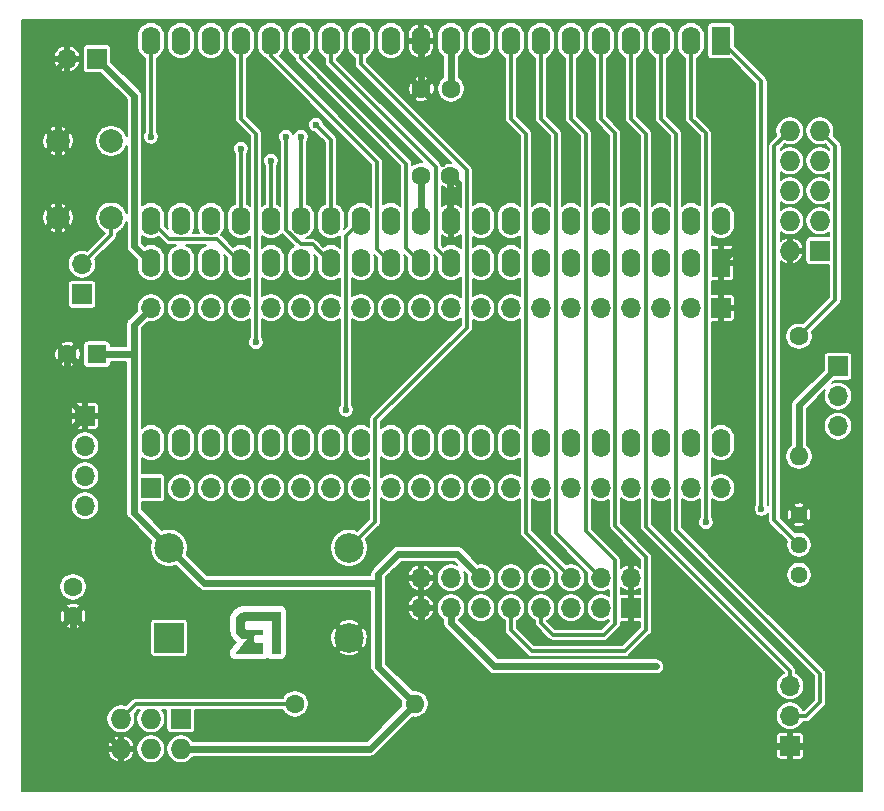
<source format=gbl>
%TF.GenerationSoftware,KiCad,Pcbnew,5.1.9+dfsg1-1*%
%TF.CreationDate,2021-08-26T00:34:26+02:00*%
%TF.ProjectId,1541-rebuild,31353431-2d72-4656-9275-696c642e6b69,1.4.2*%
%TF.SameCoordinates,Original*%
%TF.FileFunction,Copper,L2,Bot*%
%TF.FilePolarity,Positive*%
%FSLAX46Y46*%
G04 Gerber Fmt 4.6, Leading zero omitted, Abs format (unit mm)*
G04 Created by KiCad (PCBNEW 5.1.9+dfsg1-1) date 2021-08-26 00:34:26*
%MOMM*%
%LPD*%
G01*
G04 APERTURE LIST*
%TA.AperFunction,ComponentPad*%
%ADD10C,1.600000*%
%TD*%
%TA.AperFunction,ComponentPad*%
%ADD11R,1.600000X1.600000*%
%TD*%
%TA.AperFunction,ComponentPad*%
%ADD12C,2.000000*%
%TD*%
%TA.AperFunction,ComponentPad*%
%ADD13O,1.600000X2.400000*%
%TD*%
%TA.AperFunction,ComponentPad*%
%ADD14R,1.600000X2.400000*%
%TD*%
%TA.AperFunction,ComponentPad*%
%ADD15O,1.700000X1.700000*%
%TD*%
%TA.AperFunction,ComponentPad*%
%ADD16R,1.700000X1.700000*%
%TD*%
%TA.AperFunction,ComponentPad*%
%ADD17R,1.727200X1.727200*%
%TD*%
%TA.AperFunction,ComponentPad*%
%ADD18O,1.727200X1.727200*%
%TD*%
%TA.AperFunction,ComponentPad*%
%ADD19O,1.600000X1.600000*%
%TD*%
%TA.AperFunction,ComponentPad*%
%ADD20C,1.440000*%
%TD*%
%TA.AperFunction,ComponentPad*%
%ADD21R,2.500000X2.500000*%
%TD*%
%TA.AperFunction,ComponentPad*%
%ADD22C,2.500000*%
%TD*%
%TA.AperFunction,ViaPad*%
%ADD23C,0.600000*%
%TD*%
%TA.AperFunction,Conductor*%
%ADD24C,0.300000*%
%TD*%
%TA.AperFunction,Conductor*%
%ADD25C,0.600000*%
%TD*%
%TA.AperFunction,NonConductor*%
%ADD26C,0.050800*%
%TD*%
%TA.AperFunction,NonConductor*%
%ADD27C,0.100000*%
%TD*%
%TA.AperFunction,Conductor*%
%ADD28C,0.127000*%
%TD*%
%TA.AperFunction,Conductor*%
%ADD29C,0.100000*%
%TD*%
G04 APERTURE END LIST*
D10*
X112054000Y-102489000D03*
D11*
X114554000Y-102489000D03*
D12*
X115752000Y-90932000D03*
X111252000Y-90932000D03*
X115752000Y-84432000D03*
X111252000Y-84432000D03*
D13*
X167386000Y-91186000D03*
X119126000Y-75946000D03*
X164846000Y-91186000D03*
X121666000Y-75946000D03*
X162306000Y-91186000D03*
X124206000Y-75946000D03*
X159766000Y-91186000D03*
X126746000Y-75946000D03*
X157226000Y-91186000D03*
X129286000Y-75946000D03*
X154686000Y-91186000D03*
X131826000Y-75946000D03*
X152146000Y-91186000D03*
X134366000Y-75946000D03*
X149606000Y-91186000D03*
X136906000Y-75946000D03*
X147066000Y-91186000D03*
X139446000Y-75946000D03*
X144526000Y-91186000D03*
X141986000Y-75946000D03*
X141986000Y-91186000D03*
X144526000Y-75946000D03*
X139446000Y-91186000D03*
X147066000Y-75946000D03*
X136906000Y-91186000D03*
X149606000Y-75946000D03*
X134366000Y-91186000D03*
X152146000Y-75946000D03*
X131826000Y-91186000D03*
X154686000Y-75946000D03*
X129286000Y-91186000D03*
X157226000Y-75946000D03*
X126746000Y-91186000D03*
X159766000Y-75946000D03*
X124206000Y-91186000D03*
X162306000Y-75946000D03*
X121666000Y-91186000D03*
X164846000Y-75946000D03*
X119126000Y-91186000D03*
D14*
X167386000Y-75946000D03*
D15*
X177292000Y-108585000D03*
X177292000Y-106045000D03*
D16*
X177292000Y-103505000D03*
D15*
X173228000Y-130556000D03*
X173228000Y-133096000D03*
D16*
X173228000Y-135636000D03*
D10*
X142026000Y-80010000D03*
X144526000Y-80010000D03*
X112522000Y-124674000D03*
X112522000Y-122174000D03*
X144486000Y-87376000D03*
X141986000Y-87376000D03*
D15*
X141986000Y-121412000D03*
X141986000Y-123952000D03*
X144526000Y-121412000D03*
X144526000Y-123952000D03*
X147066000Y-121412000D03*
X147066000Y-123952000D03*
X149606000Y-121412000D03*
X149606000Y-123952000D03*
X152146000Y-121412000D03*
X152146000Y-123952000D03*
X154686000Y-121412000D03*
X154686000Y-123952000D03*
X157226000Y-121412000D03*
X157226000Y-123952000D03*
X159766000Y-121412000D03*
D16*
X159766000Y-123952000D03*
D17*
X175768000Y-93726000D03*
D18*
X173228000Y-93726000D03*
X175768000Y-91186000D03*
X173228000Y-91186000D03*
X175768000Y-88646000D03*
X173228000Y-88646000D03*
X175768000Y-86106000D03*
X173228000Y-86106000D03*
X175768000Y-83566000D03*
X173228000Y-83566000D03*
D14*
X167386000Y-94742000D03*
D13*
X119126000Y-109982000D03*
X164846000Y-94742000D03*
X121666000Y-109982000D03*
X162306000Y-94742000D03*
X124206000Y-109982000D03*
X159766000Y-94742000D03*
X126746000Y-109982000D03*
X157226000Y-94742000D03*
X129286000Y-109982000D03*
X154686000Y-94742000D03*
X131826000Y-109982000D03*
X152146000Y-94742000D03*
X134366000Y-109982000D03*
X149606000Y-94742000D03*
X136906000Y-109982000D03*
X147066000Y-94742000D03*
X139446000Y-109982000D03*
X144526000Y-94742000D03*
X141986000Y-109982000D03*
X141986000Y-94742000D03*
X144526000Y-109982000D03*
X139446000Y-94742000D03*
X147066000Y-109982000D03*
X136906000Y-94742000D03*
X149606000Y-109982000D03*
X134366000Y-94742000D03*
X152146000Y-109982000D03*
X131826000Y-94742000D03*
X154686000Y-109982000D03*
X129286000Y-94742000D03*
X157226000Y-109982000D03*
X126746000Y-94742000D03*
X159766000Y-109982000D03*
X124206000Y-94742000D03*
X162306000Y-109982000D03*
X121666000Y-94742000D03*
X164846000Y-109982000D03*
X119126000Y-94742000D03*
X167386000Y-109982000D03*
D17*
X121666000Y-133350000D03*
D18*
X121666000Y-135890000D03*
X119126000Y-133350000D03*
X119126000Y-135890000D03*
X116586000Y-133350000D03*
X116586000Y-135890000D03*
D16*
X113538000Y-107696000D03*
D15*
X113538000Y-110236000D03*
X113538000Y-112776000D03*
X113538000Y-115316000D03*
X112014000Y-77470000D03*
D16*
X114554000Y-77470000D03*
X113284000Y-97409000D03*
D15*
X113284000Y-94869000D03*
X119126000Y-98552000D03*
X121666000Y-98552000D03*
X124206000Y-98552000D03*
X126746000Y-98552000D03*
X129286000Y-98552000D03*
X131826000Y-98552000D03*
X134366000Y-98552000D03*
X136906000Y-98552000D03*
X139446000Y-98552000D03*
X141986000Y-98552000D03*
X144526000Y-98552000D03*
X147066000Y-98552000D03*
X149606000Y-98552000D03*
X152146000Y-98552000D03*
X154686000Y-98552000D03*
X157226000Y-98552000D03*
X159766000Y-98552000D03*
X162306000Y-98552000D03*
X164846000Y-98552000D03*
D16*
X167386000Y-98552000D03*
X119126000Y-113792000D03*
D15*
X121666000Y-113792000D03*
X124206000Y-113792000D03*
X126746000Y-113792000D03*
X129286000Y-113792000D03*
X131826000Y-113792000D03*
X134366000Y-113792000D03*
X136906000Y-113792000D03*
X139446000Y-113792000D03*
X141986000Y-113792000D03*
X144526000Y-113792000D03*
X147066000Y-113792000D03*
X149606000Y-113792000D03*
X152146000Y-113792000D03*
X154686000Y-113792000D03*
X157226000Y-113792000D03*
X159766000Y-113792000D03*
X162306000Y-113792000D03*
X164846000Y-113792000D03*
X167386000Y-113792000D03*
D10*
X131318000Y-132080000D03*
D19*
X141478000Y-132080000D03*
X173990000Y-111125000D03*
D10*
X173990000Y-100965000D03*
D20*
X173990000Y-121158000D03*
X173990000Y-118618000D03*
X173990000Y-116078000D03*
D21*
X120650000Y-126492000D03*
D22*
X120650000Y-118872000D03*
X135890000Y-118872000D03*
X135890000Y-126492000D03*
D23*
X128016000Y-101473000D03*
X119126000Y-84074000D03*
X130556000Y-84074000D03*
X133096000Y-83058000D03*
X131826000Y-84074000D03*
X178435000Y-74930000D03*
X178435000Y-76200000D03*
X177165000Y-74930000D03*
X178435000Y-138430000D03*
X177165000Y-138430000D03*
X178435000Y-137160000D03*
X109220000Y-138430000D03*
X110490000Y-138430000D03*
X109220000Y-137160000D03*
X147066000Y-87376000D03*
X125476000Y-80010000D03*
X123825000Y-101600000D03*
X144145000Y-106680000D03*
X128270000Y-118110000D03*
X167386000Y-78613000D03*
X147066000Y-78613000D03*
X167386000Y-87376000D03*
X126746000Y-85090000D03*
X129286000Y-86106000D03*
X135636000Y-107188000D03*
X166116000Y-116713000D03*
X170815000Y-115570000D03*
X161925000Y-128905000D03*
D24*
X115752000Y-92401000D02*
X113284000Y-94869000D01*
X115752000Y-90932000D02*
X115752000Y-92401000D01*
X117856000Y-132080000D02*
X116586000Y-133350000D01*
X131318000Y-132080000D02*
X117856000Y-132080000D01*
X136906000Y-77945998D02*
X136906000Y-75946000D01*
X135890000Y-118872000D02*
X138106001Y-116655999D01*
X145865999Y-86905997D02*
X145865999Y-100247003D01*
X145865999Y-100247003D02*
X138106001Y-108007001D01*
X136906000Y-77945998D02*
X145865999Y-86905997D01*
X138106001Y-116655999D02*
X138106001Y-108007001D01*
X127946001Y-101403001D02*
X128016000Y-101473000D01*
X126746000Y-75946000D02*
X126746000Y-82550000D01*
X128016000Y-83820000D02*
X126746000Y-82550000D01*
X128016000Y-101473000D02*
X128016000Y-83820000D01*
X124740010Y-92736010D02*
X126746000Y-94742000D01*
X120676010Y-92736010D02*
X124740010Y-92736010D01*
X119126000Y-91186000D02*
X120676010Y-92736010D01*
X129286000Y-75946000D02*
X129286000Y-77216000D01*
X138295990Y-86225990D02*
X138295990Y-93591990D01*
X138295990Y-93591990D02*
X139446000Y-94742000D01*
X129286000Y-77216000D02*
X138295990Y-86225990D01*
X132815990Y-93191990D02*
X134366000Y-94742000D01*
X131805631Y-93191990D02*
X132815990Y-93191990D01*
X130556000Y-91942359D02*
X131805631Y-93191990D01*
X119126000Y-75946000D02*
X119126000Y-84074000D01*
X130556000Y-84074000D02*
X130556000Y-91942359D01*
X143236000Y-93452000D02*
X144526000Y-94742000D01*
X143236000Y-86634000D02*
X143236000Y-93452000D01*
X134366000Y-77764000D02*
X134366000Y-75946000D01*
X143236000Y-86634000D02*
X134366000Y-77764000D01*
X134366000Y-84328000D02*
X133096000Y-83058000D01*
X134366000Y-91186000D02*
X134366000Y-84328000D01*
X131826000Y-84074000D02*
X131826000Y-91186000D01*
D25*
X144526000Y-75946000D02*
X144526000Y-80010000D01*
X114554000Y-77470000D02*
X117725990Y-80641990D01*
X137668000Y-135890000D02*
X121666000Y-135890000D01*
X141478000Y-132080000D02*
X137668000Y-135890000D01*
X141478000Y-132080000D02*
X138357999Y-128959999D01*
X173990000Y-106807000D02*
X173990000Y-111125000D01*
X177292000Y-103505000D02*
X173990000Y-106807000D01*
X117675999Y-115897999D02*
X120650000Y-118872000D01*
X119126000Y-98552000D02*
X117675999Y-100002001D01*
X117622998Y-102489000D02*
X117675999Y-102435999D01*
X114554000Y-102489000D02*
X117622998Y-102489000D01*
X117675999Y-102435999D02*
X117675999Y-115897999D01*
X117675999Y-100002001D02*
X117675999Y-102435999D01*
X120650000Y-118872000D02*
X123625999Y-121847999D01*
X123625999Y-121847999D02*
X138357999Y-121847999D01*
X138357999Y-128959999D02*
X138357999Y-121847999D01*
X138357999Y-121847999D02*
X138357999Y-121103001D01*
X138357999Y-121103001D02*
X140081000Y-119380000D01*
X145034000Y-119380000D02*
X147066000Y-121412000D01*
X140081000Y-119380000D02*
X145034000Y-119380000D01*
X117725990Y-93341990D02*
X119126000Y-94742000D01*
X117725990Y-80641990D02*
X117725990Y-93341990D01*
X141986000Y-87376000D02*
X141986000Y-91186000D01*
X141986000Y-79970000D02*
X142026000Y-80010000D01*
X141986000Y-75946000D02*
X141986000Y-79970000D01*
X112522000Y-131826000D02*
X116586000Y-135890000D01*
X112522000Y-124674000D02*
X112522000Y-131826000D01*
X153670000Y-135636000D02*
X173228000Y-135636000D01*
X111252000Y-84432000D02*
X111252000Y-90932000D01*
X111121999Y-110112001D02*
X111121999Y-123273999D01*
X111121999Y-123273999D02*
X112522000Y-124674000D01*
X113538000Y-107696000D02*
X111121999Y-110112001D01*
X111252000Y-78232000D02*
X112014000Y-77470000D01*
X111252000Y-84432000D02*
X111252000Y-78232000D01*
X112054000Y-106212000D02*
X113538000Y-107696000D01*
X112054000Y-102489000D02*
X112054000Y-106212000D01*
X111252000Y-101687000D02*
X112054000Y-102489000D01*
X111252000Y-90932000D02*
X111252000Y-101687000D01*
X173228000Y-135636000D02*
X175514000Y-135636000D01*
X175514000Y-135636000D02*
X177546000Y-133604000D01*
X177546000Y-119634000D02*
X173990000Y-116078000D01*
X177546000Y-133604000D02*
X177546000Y-119634000D01*
X147066000Y-85050000D02*
X142026000Y-80010000D01*
X147066000Y-87376000D02*
X147066000Y-85050000D01*
X168786010Y-93341990D02*
X167386000Y-94742000D01*
X168786010Y-88776010D02*
X168786010Y-93341990D01*
X167386000Y-87376000D02*
X168786010Y-88776010D01*
X144486000Y-91146000D02*
X144526000Y-91186000D01*
X144486000Y-87376000D02*
X144486000Y-91146000D01*
X141986000Y-123952000D02*
X141986000Y-126873000D01*
X150749000Y-135636000D02*
X153670000Y-135636000D01*
X141986000Y-126873000D02*
X150749000Y-135636000D01*
D24*
X126746000Y-91186000D02*
X126746000Y-85090000D01*
X129286000Y-86106000D02*
X129286000Y-91186000D01*
X149606000Y-82550000D02*
X150876000Y-83820000D01*
X149606000Y-75946000D02*
X149606000Y-82550000D01*
X154686000Y-121412000D02*
X150876000Y-117602000D01*
X150876000Y-83820000D02*
X150876000Y-117602000D01*
X157226000Y-121412000D02*
X153416000Y-117602000D01*
X153416000Y-117602000D02*
X153416000Y-83820000D01*
X152146000Y-82550000D02*
X152146000Y-75946000D01*
X153416000Y-83820000D02*
X152146000Y-82550000D01*
X154686000Y-82550000D02*
X155956000Y-83820000D01*
X154686000Y-75946000D02*
X154686000Y-82550000D01*
X158426001Y-119945001D02*
X155956000Y-117475000D01*
X158426001Y-125291999D02*
X158426001Y-119945001D01*
X153162000Y-126238000D02*
X157480000Y-126238000D01*
X157480000Y-126238000D02*
X158426001Y-125291999D01*
X152146000Y-125222000D02*
X153162000Y-126238000D01*
X152146000Y-123952000D02*
X152146000Y-125222000D01*
X155956000Y-83820000D02*
X155956000Y-117475000D01*
X149606000Y-125857000D02*
X149606000Y-123952000D01*
X151384000Y-127635000D02*
X149606000Y-125857000D01*
X159258000Y-127635000D02*
X151384000Y-127635000D01*
X161066001Y-125826999D02*
X159258000Y-127635000D01*
X161066001Y-119664001D02*
X161066001Y-125826999D01*
X158426001Y-117024001D02*
X161066001Y-119664001D01*
X158426001Y-83762999D02*
X158426001Y-117024001D01*
X157226000Y-82562998D02*
X158426001Y-83762999D01*
X157226000Y-75946000D02*
X157226000Y-82562998D01*
X177081601Y-97873399D02*
X177081601Y-84879601D01*
X173990000Y-100965000D02*
X177081601Y-97873399D01*
X175768000Y-83566000D02*
X177081601Y-84879601D01*
X171914399Y-116542399D02*
X173990000Y-118618000D01*
X171914399Y-84879601D02*
X171914399Y-116542399D01*
X173228000Y-83566000D02*
X171914399Y-84879601D01*
X159766000Y-82550000D02*
X161036000Y-83820000D01*
X159766000Y-75946000D02*
X159766000Y-82550000D01*
X161036000Y-83820000D02*
X161036000Y-117094000D01*
X173228000Y-129286000D02*
X173228000Y-130556000D01*
X161036000Y-117094000D02*
X173228000Y-129286000D01*
X174625000Y-133096000D02*
X173228000Y-133096000D01*
X175768000Y-131953000D02*
X174625000Y-133096000D01*
X175768000Y-129540000D02*
X175768000Y-131953000D01*
X163576000Y-117348000D02*
X175768000Y-129540000D01*
X163576000Y-83820000D02*
X163576000Y-117348000D01*
X162306000Y-82550000D02*
X163576000Y-83820000D01*
X162306000Y-75946000D02*
X162306000Y-82550000D01*
X135636000Y-92456000D02*
X136906000Y-91186000D01*
X135636000Y-107188000D02*
X135636000Y-92456000D01*
X166085999Y-99762001D02*
X166085999Y-83789999D01*
X166116000Y-99792002D02*
X166085999Y-99762001D01*
X166116000Y-116713000D02*
X166116000Y-99792002D01*
X164846000Y-82550000D02*
X164846000Y-75946000D01*
X166085999Y-83789999D02*
X164846000Y-82550000D01*
X170815000Y-79375000D02*
X167386000Y-75946000D01*
X170815000Y-115570000D02*
X170815000Y-79375000D01*
D25*
X144526000Y-125219194D02*
X144526000Y-123952000D01*
X148211806Y-128905000D02*
X144526000Y-125219194D01*
X161925000Y-128905000D02*
X148211806Y-128905000D01*
D24*
X140735990Y-93491990D02*
X141986000Y-94742000D01*
X140735990Y-86355990D02*
X140735990Y-93491990D01*
X131826000Y-77446000D02*
X140735990Y-86355990D01*
X131826000Y-75946000D02*
X131826000Y-77446000D01*
D26*
X130048000Y-127812800D02*
X129336800Y-127812800D01*
X129336800Y-125044200D01*
X129336312Y-125039245D01*
X129334867Y-125034480D01*
X129332519Y-125030089D01*
X129329361Y-125026239D01*
X129325511Y-125023081D01*
X129321120Y-125020733D01*
X129316355Y-125019288D01*
X129311400Y-125018800D01*
X127152400Y-125018800D01*
X127147445Y-125019288D01*
X127142680Y-125020733D01*
X127138289Y-125023081D01*
X127134439Y-125026239D01*
X127007439Y-125153239D01*
X127004281Y-125157089D01*
X127001933Y-125161480D01*
X127000488Y-125166245D01*
X127000000Y-125171200D01*
X127000000Y-125679200D01*
X127000488Y-125684155D01*
X127001933Y-125688920D01*
X127004281Y-125693311D01*
X127007439Y-125697161D01*
X127134439Y-125824161D01*
X127138289Y-125827319D01*
X127142680Y-125829667D01*
X127147445Y-125831112D01*
X127152400Y-125831600D01*
X128524000Y-125831600D01*
X128524000Y-126161800D01*
X127914400Y-126161800D01*
X127909445Y-126162288D01*
X127904680Y-126163733D01*
X127900289Y-126166081D01*
X127896439Y-126169239D01*
X127769439Y-126296239D01*
X127766281Y-126300089D01*
X127763933Y-126304480D01*
X127762488Y-126309245D01*
X127762000Y-126314200D01*
X127762000Y-126822200D01*
X127762488Y-126827155D01*
X127763933Y-126831920D01*
X127766281Y-126836311D01*
X127769439Y-126840161D01*
X127896439Y-126967161D01*
X127900289Y-126970319D01*
X127904680Y-126972667D01*
X127909445Y-126974112D01*
X127914400Y-126974600D01*
X128524000Y-126974600D01*
X128524000Y-127812800D01*
X126316248Y-127812800D01*
X127299234Y-126584067D01*
X127301949Y-126579893D01*
X127303796Y-126575269D01*
X127304707Y-126570374D01*
X127304645Y-126565395D01*
X127303612Y-126560524D01*
X127301650Y-126555948D01*
X127298832Y-126551843D01*
X127295267Y-126548366D01*
X127291093Y-126545651D01*
X127286469Y-126543804D01*
X127279400Y-126542800D01*
X127027916Y-126542800D01*
X126782441Y-126493705D01*
X126536116Y-126296645D01*
X126362943Y-126049255D01*
X126288800Y-125777399D01*
X126288800Y-125046716D01*
X126337895Y-124801241D01*
X126534955Y-124554916D01*
X126782614Y-124381555D01*
X127029129Y-124307600D01*
X130048000Y-124307600D01*
X130048000Y-127812800D01*
%TA.AperFunction,NonConductor*%
D27*
G36*
X130048000Y-127812800D02*
G01*
X129336800Y-127812800D01*
X129336800Y-125044200D01*
X129336312Y-125039245D01*
X129334867Y-125034480D01*
X129332519Y-125030089D01*
X129329361Y-125026239D01*
X129325511Y-125023081D01*
X129321120Y-125020733D01*
X129316355Y-125019288D01*
X129311400Y-125018800D01*
X127152400Y-125018800D01*
X127147445Y-125019288D01*
X127142680Y-125020733D01*
X127138289Y-125023081D01*
X127134439Y-125026239D01*
X127007439Y-125153239D01*
X127004281Y-125157089D01*
X127001933Y-125161480D01*
X127000488Y-125166245D01*
X127000000Y-125171200D01*
X127000000Y-125679200D01*
X127000488Y-125684155D01*
X127001933Y-125688920D01*
X127004281Y-125693311D01*
X127007439Y-125697161D01*
X127134439Y-125824161D01*
X127138289Y-125827319D01*
X127142680Y-125829667D01*
X127147445Y-125831112D01*
X127152400Y-125831600D01*
X128524000Y-125831600D01*
X128524000Y-126161800D01*
X127914400Y-126161800D01*
X127909445Y-126162288D01*
X127904680Y-126163733D01*
X127900289Y-126166081D01*
X127896439Y-126169239D01*
X127769439Y-126296239D01*
X127766281Y-126300089D01*
X127763933Y-126304480D01*
X127762488Y-126309245D01*
X127762000Y-126314200D01*
X127762000Y-126822200D01*
X127762488Y-126827155D01*
X127763933Y-126831920D01*
X127766281Y-126836311D01*
X127769439Y-126840161D01*
X127896439Y-126967161D01*
X127900289Y-126970319D01*
X127904680Y-126972667D01*
X127909445Y-126974112D01*
X127914400Y-126974600D01*
X128524000Y-126974600D01*
X128524000Y-127812800D01*
X126316248Y-127812800D01*
X127299234Y-126584067D01*
X127301949Y-126579893D01*
X127303796Y-126575269D01*
X127304707Y-126570374D01*
X127304645Y-126565395D01*
X127303612Y-126560524D01*
X127301650Y-126555948D01*
X127298832Y-126551843D01*
X127295267Y-126548366D01*
X127291093Y-126545651D01*
X127286469Y-126543804D01*
X127279400Y-126542800D01*
X127027916Y-126542800D01*
X126782441Y-126493705D01*
X126536116Y-126296645D01*
X126362943Y-126049255D01*
X126288800Y-125777399D01*
X126288800Y-125046716D01*
X126337895Y-124801241D01*
X126534955Y-124554916D01*
X126782614Y-124381555D01*
X127029129Y-124307600D01*
X130048000Y-124307600D01*
X130048000Y-127812800D01*
G37*
%TD.AperFunction*%
D28*
X179337500Y-139459500D02*
X108190500Y-139459500D01*
X108190500Y-136260502D01*
X115464507Y-136260502D01*
X115558338Y-136472175D01*
X115691661Y-136661476D01*
X115859353Y-136821129D01*
X116054970Y-136944999D01*
X116215500Y-137011484D01*
X116395500Y-136975130D01*
X116395500Y-136080500D01*
X116776500Y-136080500D01*
X116776500Y-136975130D01*
X116956500Y-137011484D01*
X117117030Y-136944999D01*
X117312647Y-136821129D01*
X117480339Y-136661476D01*
X117613662Y-136472175D01*
X117707493Y-136260502D01*
X117672270Y-136080500D01*
X116776500Y-136080500D01*
X116395500Y-136080500D01*
X115499730Y-136080500D01*
X115464507Y-136260502D01*
X108190500Y-136260502D01*
X108190500Y-135769141D01*
X117898900Y-135769141D01*
X117898900Y-136010859D01*
X117946057Y-136247932D01*
X118038558Y-136471250D01*
X118172850Y-136672230D01*
X118343770Y-136843150D01*
X118544750Y-136977442D01*
X118768068Y-137069943D01*
X119005141Y-137117100D01*
X119246859Y-137117100D01*
X119483932Y-137069943D01*
X119707250Y-136977442D01*
X119908230Y-136843150D01*
X120079150Y-136672230D01*
X120213442Y-136471250D01*
X120305943Y-136247932D01*
X120353100Y-136010859D01*
X120353100Y-135769141D01*
X120305943Y-135532068D01*
X120213442Y-135308750D01*
X120079150Y-135107770D01*
X119908230Y-134936850D01*
X119707250Y-134802558D01*
X119483932Y-134710057D01*
X119246859Y-134662900D01*
X119005141Y-134662900D01*
X118768068Y-134710057D01*
X118544750Y-134802558D01*
X118343770Y-134936850D01*
X118172850Y-135107770D01*
X118038558Y-135308750D01*
X117946057Y-135532068D01*
X117898900Y-135769141D01*
X108190500Y-135769141D01*
X108190500Y-135519498D01*
X115464507Y-135519498D01*
X115499730Y-135699500D01*
X116395500Y-135699500D01*
X116395500Y-134804870D01*
X116776500Y-134804870D01*
X116776500Y-135699500D01*
X117672270Y-135699500D01*
X117707493Y-135519498D01*
X117613662Y-135307825D01*
X117480339Y-135118524D01*
X117312647Y-134958871D01*
X117117030Y-134835001D01*
X116956500Y-134768516D01*
X116776500Y-134804870D01*
X116395500Y-134804870D01*
X116215500Y-134768516D01*
X116054970Y-134835001D01*
X115859353Y-134958871D01*
X115691661Y-135118524D01*
X115558338Y-135307825D01*
X115464507Y-135519498D01*
X108190500Y-135519498D01*
X108190500Y-133229141D01*
X115358900Y-133229141D01*
X115358900Y-133470859D01*
X115406057Y-133707932D01*
X115498558Y-133931250D01*
X115632850Y-134132230D01*
X115803770Y-134303150D01*
X116004750Y-134437442D01*
X116228068Y-134529943D01*
X116465141Y-134577100D01*
X116706859Y-134577100D01*
X116943932Y-134529943D01*
X117167250Y-134437442D01*
X117368230Y-134303150D01*
X117539150Y-134132230D01*
X117673442Y-133931250D01*
X117765943Y-133707932D01*
X117813100Y-133470859D01*
X117813100Y-133229141D01*
X117765943Y-132992068D01*
X117737880Y-132924318D01*
X118068698Y-132593500D01*
X118155658Y-132593500D01*
X118038558Y-132768750D01*
X117946057Y-132992068D01*
X117898900Y-133229141D01*
X117898900Y-133470859D01*
X117946057Y-133707932D01*
X118038558Y-133931250D01*
X118172850Y-134132230D01*
X118343770Y-134303150D01*
X118544750Y-134437442D01*
X118768068Y-134529943D01*
X119005141Y-134577100D01*
X119246859Y-134577100D01*
X119483932Y-134529943D01*
X119707250Y-134437442D01*
X119908230Y-134303150D01*
X120079150Y-134132230D01*
X120213442Y-133931250D01*
X120305943Y-133707932D01*
X120353100Y-133470859D01*
X120353100Y-133229141D01*
X120305943Y-132992068D01*
X120213442Y-132768750D01*
X120096342Y-132593500D01*
X120437142Y-132593500D01*
X120437142Y-134213600D01*
X120444160Y-134284858D01*
X120464946Y-134353378D01*
X120498699Y-134416526D01*
X120544124Y-134471876D01*
X120599474Y-134517301D01*
X120662622Y-134551054D01*
X120731142Y-134571840D01*
X120802400Y-134578858D01*
X122529600Y-134578858D01*
X122600858Y-134571840D01*
X122669378Y-134551054D01*
X122732526Y-134517301D01*
X122787876Y-134471876D01*
X122833301Y-134416526D01*
X122867054Y-134353378D01*
X122887840Y-134284858D01*
X122894858Y-134213600D01*
X122894858Y-132593500D01*
X130271335Y-132593500D01*
X130286919Y-132631124D01*
X130414250Y-132821688D01*
X130576312Y-132983750D01*
X130766876Y-133111081D01*
X130978619Y-133198788D01*
X131203405Y-133243500D01*
X131432595Y-133243500D01*
X131657381Y-133198788D01*
X131869124Y-133111081D01*
X132059688Y-132983750D01*
X132221750Y-132821688D01*
X132349081Y-132631124D01*
X132436788Y-132419381D01*
X132481500Y-132194595D01*
X132481500Y-131965405D01*
X132436788Y-131740619D01*
X132349081Y-131528876D01*
X132221750Y-131338312D01*
X132059688Y-131176250D01*
X131869124Y-131048919D01*
X131657381Y-130961212D01*
X131432595Y-130916500D01*
X131203405Y-130916500D01*
X130978619Y-130961212D01*
X130766876Y-131048919D01*
X130576312Y-131176250D01*
X130414250Y-131338312D01*
X130286919Y-131528876D01*
X130271335Y-131566500D01*
X117881218Y-131566500D01*
X117855999Y-131564016D01*
X117830780Y-131566500D01*
X117830778Y-131566500D01*
X117755337Y-131573930D01*
X117658541Y-131603293D01*
X117569333Y-131650976D01*
X117542205Y-131673240D01*
X117491144Y-131715144D01*
X117475063Y-131734739D01*
X117011682Y-132198120D01*
X116943932Y-132170057D01*
X116706859Y-132122900D01*
X116465141Y-132122900D01*
X116228068Y-132170057D01*
X116004750Y-132262558D01*
X115803770Y-132396850D01*
X115632850Y-132567770D01*
X115498558Y-132768750D01*
X115406057Y-132992068D01*
X115358900Y-133229141D01*
X108190500Y-133229141D01*
X108190500Y-125534193D01*
X111931215Y-125534193D01*
X112025657Y-125681256D01*
X112231699Y-125758734D01*
X112448899Y-125794526D01*
X112668907Y-125787256D01*
X112883270Y-125737205D01*
X113018343Y-125681256D01*
X113112785Y-125534193D01*
X112522000Y-124943408D01*
X111931215Y-125534193D01*
X108190500Y-125534193D01*
X108190500Y-124600899D01*
X111401474Y-124600899D01*
X111408744Y-124820907D01*
X111458795Y-125035270D01*
X111514744Y-125170343D01*
X111661807Y-125264785D01*
X112252592Y-124674000D01*
X112791408Y-124674000D01*
X113382193Y-125264785D01*
X113417673Y-125242000D01*
X119034742Y-125242000D01*
X119034742Y-127742000D01*
X119041760Y-127813258D01*
X119062546Y-127881778D01*
X119096299Y-127944926D01*
X119141724Y-128000276D01*
X119197074Y-128045701D01*
X119260222Y-128079454D01*
X119328742Y-128100240D01*
X119400000Y-128107258D01*
X121900000Y-128107258D01*
X121971258Y-128100240D01*
X122039778Y-128079454D01*
X122102926Y-128045701D01*
X122158276Y-128000276D01*
X122203701Y-127944926D01*
X122237454Y-127881778D01*
X122258240Y-127813258D01*
X122265258Y-127742000D01*
X122265258Y-125242000D01*
X122258240Y-125170742D01*
X122237454Y-125102222D01*
X122206441Y-125044200D01*
X125691900Y-125044200D01*
X125691900Y-125780800D01*
X125712037Y-125931172D01*
X125788237Y-126210572D01*
X125816467Y-126290297D01*
X125871409Y-126387934D01*
X126049209Y-126641934D01*
X126160387Y-126760467D01*
X126302657Y-126874283D01*
X125817133Y-127481187D01*
X125735403Y-127619496D01*
X125702881Y-127726706D01*
X125691900Y-127838200D01*
X125702881Y-127949694D01*
X125735403Y-128056904D01*
X125788215Y-128155708D01*
X125859288Y-128242312D01*
X125945892Y-128313385D01*
X126044696Y-128366197D01*
X126151906Y-128398719D01*
X126263400Y-128409700D01*
X128549400Y-128409700D01*
X128660894Y-128398719D01*
X128768104Y-128366197D01*
X128866908Y-128313385D01*
X128930400Y-128261279D01*
X128993892Y-128313385D01*
X129092696Y-128366197D01*
X129199906Y-128398719D01*
X129311400Y-128409700D01*
X130073400Y-128409700D01*
X130184894Y-128398719D01*
X130292104Y-128366197D01*
X130390908Y-128313385D01*
X130477512Y-128242312D01*
X130548585Y-128155708D01*
X130601397Y-128056904D01*
X130633919Y-127949694D01*
X130644900Y-127838200D01*
X130644900Y-127675717D01*
X134975691Y-127675717D01*
X135125103Y-127868888D01*
X135408418Y-127991656D01*
X135710240Y-128056793D01*
X136018970Y-128061795D01*
X136322743Y-128006471D01*
X136609886Y-127892946D01*
X136654897Y-127868888D01*
X136804309Y-127675717D01*
X135890000Y-126761408D01*
X134975691Y-127675717D01*
X130644900Y-127675717D01*
X130644900Y-126620970D01*
X134320205Y-126620970D01*
X134375529Y-126924743D01*
X134489054Y-127211886D01*
X134513112Y-127256897D01*
X134706283Y-127406309D01*
X135620592Y-126492000D01*
X136159408Y-126492000D01*
X137073717Y-127406309D01*
X137266888Y-127256897D01*
X137389656Y-126973582D01*
X137454793Y-126671760D01*
X137459795Y-126363030D01*
X137404471Y-126059257D01*
X137290946Y-125772114D01*
X137266888Y-125727103D01*
X137073717Y-125577691D01*
X136159408Y-126492000D01*
X135620592Y-126492000D01*
X134706283Y-125577691D01*
X134513112Y-125727103D01*
X134390344Y-126010418D01*
X134325207Y-126312240D01*
X134320205Y-126620970D01*
X130644900Y-126620970D01*
X130644900Y-125308283D01*
X134975691Y-125308283D01*
X135890000Y-126222592D01*
X136804309Y-125308283D01*
X136654897Y-125115112D01*
X136371582Y-124992344D01*
X136069760Y-124927207D01*
X135761030Y-124922205D01*
X135457257Y-124977529D01*
X135170114Y-125091054D01*
X135125103Y-125115112D01*
X134975691Y-125308283D01*
X130644900Y-125308283D01*
X130644900Y-124282200D01*
X130633919Y-124170706D01*
X130601397Y-124063496D01*
X130548585Y-123964692D01*
X130477512Y-123878088D01*
X130390908Y-123807015D01*
X130292104Y-123754203D01*
X130184894Y-123721681D01*
X130073400Y-123710700D01*
X127025400Y-123710700D01*
X126861181Y-123734802D01*
X126607181Y-123811002D01*
X126541303Y-123835267D01*
X126443666Y-123890209D01*
X126189666Y-124068009D01*
X126071133Y-124179187D01*
X125867933Y-124433187D01*
X125786432Y-124570944D01*
X125753798Y-124678120D01*
X125702998Y-124932120D01*
X125691900Y-125044200D01*
X122206441Y-125044200D01*
X122203701Y-125039074D01*
X122158276Y-124983724D01*
X122102926Y-124938299D01*
X122039778Y-124904546D01*
X121971258Y-124883760D01*
X121900000Y-124876742D01*
X119400000Y-124876742D01*
X119328742Y-124883760D01*
X119260222Y-124904546D01*
X119197074Y-124938299D01*
X119141724Y-124983724D01*
X119096299Y-125039074D01*
X119062546Y-125102222D01*
X119041760Y-125170742D01*
X119034742Y-125242000D01*
X113417673Y-125242000D01*
X113529256Y-125170343D01*
X113606734Y-124964301D01*
X113642526Y-124747101D01*
X113635256Y-124527093D01*
X113585205Y-124312730D01*
X113529256Y-124177657D01*
X113382193Y-124083215D01*
X112791408Y-124674000D01*
X112252592Y-124674000D01*
X111661807Y-124083215D01*
X111514744Y-124177657D01*
X111437266Y-124383699D01*
X111401474Y-124600899D01*
X108190500Y-124600899D01*
X108190500Y-123813807D01*
X111931215Y-123813807D01*
X112522000Y-124404592D01*
X113112785Y-123813807D01*
X113018343Y-123666744D01*
X112812301Y-123589266D01*
X112595101Y-123553474D01*
X112375093Y-123560744D01*
X112160730Y-123610795D01*
X112025657Y-123666744D01*
X111931215Y-123813807D01*
X108190500Y-123813807D01*
X108190500Y-122059405D01*
X111358500Y-122059405D01*
X111358500Y-122288595D01*
X111403212Y-122513381D01*
X111490919Y-122725124D01*
X111618250Y-122915688D01*
X111780312Y-123077750D01*
X111970876Y-123205081D01*
X112182619Y-123292788D01*
X112407405Y-123337500D01*
X112636595Y-123337500D01*
X112861381Y-123292788D01*
X113073124Y-123205081D01*
X113263688Y-123077750D01*
X113425750Y-122915688D01*
X113553081Y-122725124D01*
X113640788Y-122513381D01*
X113685500Y-122288595D01*
X113685500Y-122059405D01*
X113640788Y-121834619D01*
X113553081Y-121622876D01*
X113425750Y-121432312D01*
X113263688Y-121270250D01*
X113073124Y-121142919D01*
X112861381Y-121055212D01*
X112636595Y-121010500D01*
X112407405Y-121010500D01*
X112182619Y-121055212D01*
X111970876Y-121142919D01*
X111780312Y-121270250D01*
X111618250Y-121432312D01*
X111490919Y-121622876D01*
X111403212Y-121834619D01*
X111358500Y-122059405D01*
X108190500Y-122059405D01*
X108190500Y-115196481D01*
X112324500Y-115196481D01*
X112324500Y-115435519D01*
X112371134Y-115669965D01*
X112462610Y-115890808D01*
X112595413Y-116089561D01*
X112764439Y-116258587D01*
X112963192Y-116391390D01*
X113184035Y-116482866D01*
X113418481Y-116529500D01*
X113657519Y-116529500D01*
X113891965Y-116482866D01*
X114112808Y-116391390D01*
X114311561Y-116258587D01*
X114480587Y-116089561D01*
X114613390Y-115890808D01*
X114704866Y-115669965D01*
X114751500Y-115435519D01*
X114751500Y-115196481D01*
X114704866Y-114962035D01*
X114613390Y-114741192D01*
X114480587Y-114542439D01*
X114311561Y-114373413D01*
X114112808Y-114240610D01*
X113891965Y-114149134D01*
X113657519Y-114102500D01*
X113418481Y-114102500D01*
X113184035Y-114149134D01*
X112963192Y-114240610D01*
X112764439Y-114373413D01*
X112595413Y-114542439D01*
X112462610Y-114741192D01*
X112371134Y-114962035D01*
X112324500Y-115196481D01*
X108190500Y-115196481D01*
X108190500Y-112656481D01*
X112324500Y-112656481D01*
X112324500Y-112895519D01*
X112371134Y-113129965D01*
X112462610Y-113350808D01*
X112595413Y-113549561D01*
X112764439Y-113718587D01*
X112963192Y-113851390D01*
X113184035Y-113942866D01*
X113418481Y-113989500D01*
X113657519Y-113989500D01*
X113891965Y-113942866D01*
X114112808Y-113851390D01*
X114311561Y-113718587D01*
X114480587Y-113549561D01*
X114613390Y-113350808D01*
X114704866Y-113129965D01*
X114751500Y-112895519D01*
X114751500Y-112656481D01*
X114704866Y-112422035D01*
X114613390Y-112201192D01*
X114480587Y-112002439D01*
X114311561Y-111833413D01*
X114112808Y-111700610D01*
X113891965Y-111609134D01*
X113657519Y-111562500D01*
X113418481Y-111562500D01*
X113184035Y-111609134D01*
X112963192Y-111700610D01*
X112764439Y-111833413D01*
X112595413Y-112002439D01*
X112462610Y-112201192D01*
X112371134Y-112422035D01*
X112324500Y-112656481D01*
X108190500Y-112656481D01*
X108190500Y-110116481D01*
X112324500Y-110116481D01*
X112324500Y-110355519D01*
X112371134Y-110589965D01*
X112462610Y-110810808D01*
X112595413Y-111009561D01*
X112764439Y-111178587D01*
X112963192Y-111311390D01*
X113184035Y-111402866D01*
X113418481Y-111449500D01*
X113657519Y-111449500D01*
X113891965Y-111402866D01*
X114112808Y-111311390D01*
X114311561Y-111178587D01*
X114480587Y-111009561D01*
X114613390Y-110810808D01*
X114704866Y-110589965D01*
X114751500Y-110355519D01*
X114751500Y-110116481D01*
X114704866Y-109882035D01*
X114613390Y-109661192D01*
X114480587Y-109462439D01*
X114311561Y-109293413D01*
X114112808Y-109160610D01*
X113891965Y-109069134D01*
X113657519Y-109022500D01*
X113418481Y-109022500D01*
X113184035Y-109069134D01*
X112963192Y-109160610D01*
X112764439Y-109293413D01*
X112595413Y-109462439D01*
X112462610Y-109661192D01*
X112371134Y-109882035D01*
X112324500Y-110116481D01*
X108190500Y-110116481D01*
X108190500Y-108546000D01*
X112368964Y-108546000D01*
X112375094Y-108608241D01*
X112393249Y-108668090D01*
X112422731Y-108723247D01*
X112462407Y-108771593D01*
X112510753Y-108811269D01*
X112565910Y-108840751D01*
X112625759Y-108858906D01*
X112688000Y-108865036D01*
X113268125Y-108863500D01*
X113347500Y-108784125D01*
X113347500Y-107886500D01*
X113728500Y-107886500D01*
X113728500Y-108784125D01*
X113807875Y-108863500D01*
X114388000Y-108865036D01*
X114450241Y-108858906D01*
X114510090Y-108840751D01*
X114565247Y-108811269D01*
X114613593Y-108771593D01*
X114653269Y-108723247D01*
X114682751Y-108668090D01*
X114700906Y-108608241D01*
X114707036Y-108546000D01*
X114705500Y-107965875D01*
X114626125Y-107886500D01*
X113728500Y-107886500D01*
X113347500Y-107886500D01*
X112449875Y-107886500D01*
X112370500Y-107965875D01*
X112368964Y-108546000D01*
X108190500Y-108546000D01*
X108190500Y-106846000D01*
X112368964Y-106846000D01*
X112370500Y-107426125D01*
X112449875Y-107505500D01*
X113347500Y-107505500D01*
X113347500Y-106607875D01*
X113728500Y-106607875D01*
X113728500Y-107505500D01*
X114626125Y-107505500D01*
X114705500Y-107426125D01*
X114707036Y-106846000D01*
X114700906Y-106783759D01*
X114682751Y-106723910D01*
X114653269Y-106668753D01*
X114613593Y-106620407D01*
X114565247Y-106580731D01*
X114510090Y-106551249D01*
X114450241Y-106533094D01*
X114388000Y-106526964D01*
X113807875Y-106528500D01*
X113728500Y-106607875D01*
X113347500Y-106607875D01*
X113268125Y-106528500D01*
X112688000Y-106526964D01*
X112625759Y-106533094D01*
X112565910Y-106551249D01*
X112510753Y-106580731D01*
X112462407Y-106620407D01*
X112422731Y-106668753D01*
X112393249Y-106723910D01*
X112375094Y-106783759D01*
X112368964Y-106846000D01*
X108190500Y-106846000D01*
X108190500Y-103349193D01*
X111463215Y-103349193D01*
X111557657Y-103496256D01*
X111763699Y-103573734D01*
X111980899Y-103609526D01*
X112200907Y-103602256D01*
X112415270Y-103552205D01*
X112550343Y-103496256D01*
X112644785Y-103349193D01*
X112054000Y-102758408D01*
X111463215Y-103349193D01*
X108190500Y-103349193D01*
X108190500Y-102415899D01*
X110933474Y-102415899D01*
X110940744Y-102635907D01*
X110990795Y-102850270D01*
X111046744Y-102985343D01*
X111193807Y-103079785D01*
X111784592Y-102489000D01*
X112323408Y-102489000D01*
X112914193Y-103079785D01*
X113061256Y-102985343D01*
X113138734Y-102779301D01*
X113174526Y-102562101D01*
X113167256Y-102342093D01*
X113117205Y-102127730D01*
X113061256Y-101992657D01*
X112914193Y-101898215D01*
X112323408Y-102489000D01*
X111784592Y-102489000D01*
X111193807Y-101898215D01*
X111046744Y-101992657D01*
X110969266Y-102198699D01*
X110933474Y-102415899D01*
X108190500Y-102415899D01*
X108190500Y-101628807D01*
X111463215Y-101628807D01*
X112054000Y-102219592D01*
X112584592Y-101689000D01*
X113388742Y-101689000D01*
X113388742Y-103289000D01*
X113395760Y-103360258D01*
X113416546Y-103428778D01*
X113450299Y-103491926D01*
X113495724Y-103547276D01*
X113551074Y-103592701D01*
X113614222Y-103626454D01*
X113682742Y-103647240D01*
X113754000Y-103654258D01*
X115354000Y-103654258D01*
X115425258Y-103647240D01*
X115493778Y-103626454D01*
X115556926Y-103592701D01*
X115612276Y-103547276D01*
X115657701Y-103491926D01*
X115691454Y-103428778D01*
X115712240Y-103360258D01*
X115719258Y-103289000D01*
X115719258Y-103152500D01*
X117012499Y-103152500D01*
X117012500Y-115865406D01*
X117009290Y-115897999D01*
X117022100Y-116028067D01*
X117060039Y-116153137D01*
X117121650Y-116268402D01*
X117183789Y-116344119D01*
X117183792Y-116344122D01*
X117204565Y-116369434D01*
X117229877Y-116390207D01*
X119140250Y-118300580D01*
X119098506Y-118401359D01*
X119036500Y-118713084D01*
X119036500Y-119030916D01*
X119098506Y-119342641D01*
X119220135Y-119636279D01*
X119396713Y-119900546D01*
X119621454Y-120125287D01*
X119885721Y-120301865D01*
X120179359Y-120423494D01*
X120491084Y-120485500D01*
X120808916Y-120485500D01*
X121120641Y-120423494D01*
X121221420Y-120381750D01*
X123133791Y-122294122D01*
X123154564Y-122319434D01*
X123255595Y-122402348D01*
X123370860Y-122463959D01*
X123495930Y-122501898D01*
X123593408Y-122511499D01*
X123593415Y-122511499D01*
X123625998Y-122514708D01*
X123658581Y-122511499D01*
X137694500Y-122511499D01*
X137694499Y-128927416D01*
X137691290Y-128959999D01*
X137694499Y-128992582D01*
X137694499Y-128992589D01*
X137704100Y-129090067D01*
X137742039Y-129215137D01*
X137803650Y-129330402D01*
X137886564Y-129431434D01*
X137911882Y-129452212D01*
X140332845Y-131873175D01*
X140314500Y-131965405D01*
X140314500Y-132194595D01*
X140332845Y-132286825D01*
X137393170Y-135226500D01*
X122698484Y-135226500D01*
X122619150Y-135107770D01*
X122448230Y-134936850D01*
X122247250Y-134802558D01*
X122023932Y-134710057D01*
X121786859Y-134662900D01*
X121545141Y-134662900D01*
X121308068Y-134710057D01*
X121084750Y-134802558D01*
X120883770Y-134936850D01*
X120712850Y-135107770D01*
X120578558Y-135308750D01*
X120486057Y-135532068D01*
X120438900Y-135769141D01*
X120438900Y-136010859D01*
X120486057Y-136247932D01*
X120578558Y-136471250D01*
X120712850Y-136672230D01*
X120883770Y-136843150D01*
X121084750Y-136977442D01*
X121308068Y-137069943D01*
X121545141Y-137117100D01*
X121786859Y-137117100D01*
X122023932Y-137069943D01*
X122247250Y-136977442D01*
X122448230Y-136843150D01*
X122619150Y-136672230D01*
X122698484Y-136553500D01*
X137635417Y-136553500D01*
X137668000Y-136556709D01*
X137700583Y-136553500D01*
X137700591Y-136553500D01*
X137798069Y-136543899D01*
X137923139Y-136505960D01*
X137960481Y-136486000D01*
X172058964Y-136486000D01*
X172065094Y-136548241D01*
X172083249Y-136608090D01*
X172112731Y-136663247D01*
X172152407Y-136711593D01*
X172200753Y-136751269D01*
X172255910Y-136780751D01*
X172315759Y-136798906D01*
X172378000Y-136805036D01*
X172958125Y-136803500D01*
X173037500Y-136724125D01*
X173037500Y-135826500D01*
X173418500Y-135826500D01*
X173418500Y-136724125D01*
X173497875Y-136803500D01*
X174078000Y-136805036D01*
X174140241Y-136798906D01*
X174200090Y-136780751D01*
X174255247Y-136751269D01*
X174303593Y-136711593D01*
X174343269Y-136663247D01*
X174372751Y-136608090D01*
X174390906Y-136548241D01*
X174397036Y-136486000D01*
X174395500Y-135905875D01*
X174316125Y-135826500D01*
X173418500Y-135826500D01*
X173037500Y-135826500D01*
X172139875Y-135826500D01*
X172060500Y-135905875D01*
X172058964Y-136486000D01*
X137960481Y-136486000D01*
X138038404Y-136444349D01*
X138139435Y-136361435D01*
X138160213Y-136336117D01*
X139710330Y-134786000D01*
X172058964Y-134786000D01*
X172060500Y-135366125D01*
X172139875Y-135445500D01*
X173037500Y-135445500D01*
X173037500Y-134547875D01*
X173418500Y-134547875D01*
X173418500Y-135445500D01*
X174316125Y-135445500D01*
X174395500Y-135366125D01*
X174397036Y-134786000D01*
X174390906Y-134723759D01*
X174372751Y-134663910D01*
X174343269Y-134608753D01*
X174303593Y-134560407D01*
X174255247Y-134520731D01*
X174200090Y-134491249D01*
X174140241Y-134473094D01*
X174078000Y-134466964D01*
X173497875Y-134468500D01*
X173418500Y-134547875D01*
X173037500Y-134547875D01*
X172958125Y-134468500D01*
X172378000Y-134466964D01*
X172315759Y-134473094D01*
X172255910Y-134491249D01*
X172200753Y-134520731D01*
X172152407Y-134560407D01*
X172112731Y-134608753D01*
X172083249Y-134663910D01*
X172065094Y-134723759D01*
X172058964Y-134786000D01*
X139710330Y-134786000D01*
X141271175Y-133225155D01*
X141363405Y-133243500D01*
X141592595Y-133243500D01*
X141817381Y-133198788D01*
X142029124Y-133111081D01*
X142219688Y-132983750D01*
X142381750Y-132821688D01*
X142509081Y-132631124D01*
X142596788Y-132419381D01*
X142641500Y-132194595D01*
X142641500Y-131965405D01*
X142596788Y-131740619D01*
X142509081Y-131528876D01*
X142381750Y-131338312D01*
X142219688Y-131176250D01*
X142029124Y-131048919D01*
X141817381Y-130961212D01*
X141592595Y-130916500D01*
X141363405Y-130916500D01*
X141271175Y-130934845D01*
X139021499Y-128685169D01*
X139021499Y-124320346D01*
X140878119Y-124320346D01*
X140971267Y-124529405D01*
X141103411Y-124716275D01*
X141269472Y-124873774D01*
X141463069Y-124995850D01*
X141617656Y-125059871D01*
X141795500Y-125023320D01*
X141795500Y-124142500D01*
X142176500Y-124142500D01*
X142176500Y-125023320D01*
X142354344Y-125059871D01*
X142508931Y-124995850D01*
X142702528Y-124873774D01*
X142868589Y-124716275D01*
X143000733Y-124529405D01*
X143093881Y-124320346D01*
X143058488Y-124142500D01*
X142176500Y-124142500D01*
X141795500Y-124142500D01*
X140913512Y-124142500D01*
X140878119Y-124320346D01*
X139021499Y-124320346D01*
X139021499Y-123832481D01*
X143312500Y-123832481D01*
X143312500Y-124071519D01*
X143359134Y-124305965D01*
X143450610Y-124526808D01*
X143583413Y-124725561D01*
X143752439Y-124894587D01*
X143862500Y-124968128D01*
X143862500Y-125186611D01*
X143859291Y-125219194D01*
X143862500Y-125251777D01*
X143862500Y-125251784D01*
X143872101Y-125349262D01*
X143910040Y-125474332D01*
X143971651Y-125589597D01*
X144054565Y-125690629D01*
X144079883Y-125711407D01*
X147719593Y-129351117D01*
X147740371Y-129376435D01*
X147841402Y-129459349D01*
X147956667Y-129520960D01*
X148081737Y-129558899D01*
X148179215Y-129568500D01*
X148179223Y-129568500D01*
X148211806Y-129571709D01*
X148244389Y-129568500D01*
X161990349Y-129568500D01*
X162022479Y-129562109D01*
X162055069Y-129558899D01*
X162086407Y-129549393D01*
X162118536Y-129543002D01*
X162148798Y-129530467D01*
X162180139Y-129520960D01*
X162209024Y-129505521D01*
X162239285Y-129492986D01*
X162266521Y-129474788D01*
X162295404Y-129459349D01*
X162320721Y-129438572D01*
X162347956Y-129420374D01*
X162371117Y-129397213D01*
X162396435Y-129376435D01*
X162417213Y-129351117D01*
X162440374Y-129327956D01*
X162458572Y-129300721D01*
X162479349Y-129275404D01*
X162494788Y-129246521D01*
X162512986Y-129219285D01*
X162525521Y-129189024D01*
X162540960Y-129160139D01*
X162550467Y-129128798D01*
X162563002Y-129098536D01*
X162569393Y-129066407D01*
X162578899Y-129035069D01*
X162582109Y-129002479D01*
X162588500Y-128970349D01*
X162588500Y-128937591D01*
X162591710Y-128905000D01*
X162588500Y-128872409D01*
X162588500Y-128839651D01*
X162582109Y-128807521D01*
X162578899Y-128774931D01*
X162569393Y-128743593D01*
X162563002Y-128711464D01*
X162550467Y-128681202D01*
X162540960Y-128649861D01*
X162525521Y-128620976D01*
X162512986Y-128590715D01*
X162494788Y-128563479D01*
X162479349Y-128534596D01*
X162458572Y-128509279D01*
X162440374Y-128482044D01*
X162417210Y-128458880D01*
X162396435Y-128433565D01*
X162371117Y-128412787D01*
X162347956Y-128389626D01*
X162320721Y-128371428D01*
X162295404Y-128350651D01*
X162266521Y-128335212D01*
X162239285Y-128317014D01*
X162209024Y-128304479D01*
X162180139Y-128289040D01*
X162148798Y-128279533D01*
X162118536Y-128266998D01*
X162086407Y-128260607D01*
X162055069Y-128251101D01*
X162022479Y-128247891D01*
X161990349Y-128241500D01*
X148486636Y-128241500D01*
X145203745Y-124958609D01*
X145299561Y-124894587D01*
X145468587Y-124725561D01*
X145601390Y-124526808D01*
X145692866Y-124305965D01*
X145739500Y-124071519D01*
X145739500Y-123832481D01*
X145852500Y-123832481D01*
X145852500Y-124071519D01*
X145899134Y-124305965D01*
X145990610Y-124526808D01*
X146123413Y-124725561D01*
X146292439Y-124894587D01*
X146491192Y-125027390D01*
X146712035Y-125118866D01*
X146946481Y-125165500D01*
X147185519Y-125165500D01*
X147419965Y-125118866D01*
X147640808Y-125027390D01*
X147839561Y-124894587D01*
X148008587Y-124725561D01*
X148141390Y-124526808D01*
X148232866Y-124305965D01*
X148279500Y-124071519D01*
X148279500Y-123832481D01*
X148232866Y-123598035D01*
X148141390Y-123377192D01*
X148008587Y-123178439D01*
X147839561Y-123009413D01*
X147640808Y-122876610D01*
X147419965Y-122785134D01*
X147185519Y-122738500D01*
X146946481Y-122738500D01*
X146712035Y-122785134D01*
X146491192Y-122876610D01*
X146292439Y-123009413D01*
X146123413Y-123178439D01*
X145990610Y-123377192D01*
X145899134Y-123598035D01*
X145852500Y-123832481D01*
X145739500Y-123832481D01*
X145692866Y-123598035D01*
X145601390Y-123377192D01*
X145468587Y-123178439D01*
X145299561Y-123009413D01*
X145100808Y-122876610D01*
X144879965Y-122785134D01*
X144645519Y-122738500D01*
X144406481Y-122738500D01*
X144172035Y-122785134D01*
X143951192Y-122876610D01*
X143752439Y-123009413D01*
X143583413Y-123178439D01*
X143450610Y-123377192D01*
X143359134Y-123598035D01*
X143312500Y-123832481D01*
X139021499Y-123832481D01*
X139021499Y-123583654D01*
X140878119Y-123583654D01*
X140913512Y-123761500D01*
X141795500Y-123761500D01*
X141795500Y-122880680D01*
X142176500Y-122880680D01*
X142176500Y-123761500D01*
X143058488Y-123761500D01*
X143093881Y-123583654D01*
X143000733Y-123374595D01*
X142868589Y-123187725D01*
X142702528Y-123030226D01*
X142508931Y-122908150D01*
X142354344Y-122844129D01*
X142176500Y-122880680D01*
X141795500Y-122880680D01*
X141617656Y-122844129D01*
X141463069Y-122908150D01*
X141269472Y-123030226D01*
X141103411Y-123187725D01*
X140971267Y-123374595D01*
X140878119Y-123583654D01*
X139021499Y-123583654D01*
X139021499Y-121880589D01*
X139024709Y-121847999D01*
X139021499Y-121815408D01*
X139021499Y-121780346D01*
X140878119Y-121780346D01*
X140971267Y-121989405D01*
X141103411Y-122176275D01*
X141269472Y-122333774D01*
X141463069Y-122455850D01*
X141617656Y-122519871D01*
X141795500Y-122483320D01*
X141795500Y-121602500D01*
X142176500Y-121602500D01*
X142176500Y-122483320D01*
X142354344Y-122519871D01*
X142508931Y-122455850D01*
X142702528Y-122333774D01*
X142868589Y-122176275D01*
X143000733Y-121989405D01*
X143093881Y-121780346D01*
X143058488Y-121602500D01*
X142176500Y-121602500D01*
X141795500Y-121602500D01*
X140913512Y-121602500D01*
X140878119Y-121780346D01*
X139021499Y-121780346D01*
X139021499Y-121377831D01*
X139355676Y-121043654D01*
X140878119Y-121043654D01*
X140913512Y-121221500D01*
X141795500Y-121221500D01*
X141795500Y-120340680D01*
X142176500Y-120340680D01*
X142176500Y-121221500D01*
X143058488Y-121221500D01*
X143093881Y-121043654D01*
X143000733Y-120834595D01*
X142868589Y-120647725D01*
X142702528Y-120490226D01*
X142508931Y-120368150D01*
X142354344Y-120304129D01*
X142176500Y-120340680D01*
X141795500Y-120340680D01*
X141617656Y-120304129D01*
X141463069Y-120368150D01*
X141269472Y-120490226D01*
X141103411Y-120647725D01*
X140971267Y-120834595D01*
X140878119Y-121043654D01*
X139355676Y-121043654D01*
X140355831Y-120043500D01*
X144759170Y-120043500D01*
X145017965Y-120302295D01*
X144879965Y-120245134D01*
X144645519Y-120198500D01*
X144406481Y-120198500D01*
X144172035Y-120245134D01*
X143951192Y-120336610D01*
X143752439Y-120469413D01*
X143583413Y-120638439D01*
X143450610Y-120837192D01*
X143359134Y-121058035D01*
X143312500Y-121292481D01*
X143312500Y-121531519D01*
X143359134Y-121765965D01*
X143450610Y-121986808D01*
X143583413Y-122185561D01*
X143752439Y-122354587D01*
X143951192Y-122487390D01*
X144172035Y-122578866D01*
X144406481Y-122625500D01*
X144645519Y-122625500D01*
X144879965Y-122578866D01*
X145100808Y-122487390D01*
X145299561Y-122354587D01*
X145468587Y-122185561D01*
X145601390Y-121986808D01*
X145692866Y-121765965D01*
X145739500Y-121531519D01*
X145739500Y-121292481D01*
X145692866Y-121058035D01*
X145635705Y-120920035D01*
X145878324Y-121162655D01*
X145852500Y-121292481D01*
X145852500Y-121531519D01*
X145899134Y-121765965D01*
X145990610Y-121986808D01*
X146123413Y-122185561D01*
X146292439Y-122354587D01*
X146491192Y-122487390D01*
X146712035Y-122578866D01*
X146946481Y-122625500D01*
X147185519Y-122625500D01*
X147419965Y-122578866D01*
X147640808Y-122487390D01*
X147839561Y-122354587D01*
X148008587Y-122185561D01*
X148141390Y-121986808D01*
X148232866Y-121765965D01*
X148279500Y-121531519D01*
X148279500Y-121292481D01*
X148392500Y-121292481D01*
X148392500Y-121531519D01*
X148439134Y-121765965D01*
X148530610Y-121986808D01*
X148663413Y-122185561D01*
X148832439Y-122354587D01*
X149031192Y-122487390D01*
X149252035Y-122578866D01*
X149486481Y-122625500D01*
X149725519Y-122625500D01*
X149959965Y-122578866D01*
X150180808Y-122487390D01*
X150379561Y-122354587D01*
X150548587Y-122185561D01*
X150681390Y-121986808D01*
X150772866Y-121765965D01*
X150819500Y-121531519D01*
X150819500Y-121292481D01*
X150932500Y-121292481D01*
X150932500Y-121531519D01*
X150979134Y-121765965D01*
X151070610Y-121986808D01*
X151203413Y-122185561D01*
X151372439Y-122354587D01*
X151571192Y-122487390D01*
X151792035Y-122578866D01*
X152026481Y-122625500D01*
X152265519Y-122625500D01*
X152499965Y-122578866D01*
X152720808Y-122487390D01*
X152919561Y-122354587D01*
X153088587Y-122185561D01*
X153221390Y-121986808D01*
X153312866Y-121765965D01*
X153359500Y-121531519D01*
X153359500Y-121292481D01*
X153312866Y-121058035D01*
X153221390Y-120837192D01*
X153088587Y-120638439D01*
X152919561Y-120469413D01*
X152720808Y-120336610D01*
X152499965Y-120245134D01*
X152265519Y-120198500D01*
X152026481Y-120198500D01*
X151792035Y-120245134D01*
X151571192Y-120336610D01*
X151372439Y-120469413D01*
X151203413Y-120638439D01*
X151070610Y-120837192D01*
X150979134Y-121058035D01*
X150932500Y-121292481D01*
X150819500Y-121292481D01*
X150772866Y-121058035D01*
X150681390Y-120837192D01*
X150548587Y-120638439D01*
X150379561Y-120469413D01*
X150180808Y-120336610D01*
X149959965Y-120245134D01*
X149725519Y-120198500D01*
X149486481Y-120198500D01*
X149252035Y-120245134D01*
X149031192Y-120336610D01*
X148832439Y-120469413D01*
X148663413Y-120638439D01*
X148530610Y-120837192D01*
X148439134Y-121058035D01*
X148392500Y-121292481D01*
X148279500Y-121292481D01*
X148232866Y-121058035D01*
X148141390Y-120837192D01*
X148008587Y-120638439D01*
X147839561Y-120469413D01*
X147640808Y-120336610D01*
X147419965Y-120245134D01*
X147185519Y-120198500D01*
X146946481Y-120198500D01*
X146816655Y-120224324D01*
X145526213Y-118933883D01*
X145505435Y-118908565D01*
X145404404Y-118825651D01*
X145289139Y-118764040D01*
X145164069Y-118726101D01*
X145066591Y-118716500D01*
X145066583Y-118716500D01*
X145034000Y-118713291D01*
X145001417Y-118716500D01*
X140113580Y-118716500D01*
X140080999Y-118713291D01*
X140048418Y-118716500D01*
X140048409Y-118716500D01*
X139950931Y-118726101D01*
X139825861Y-118764040D01*
X139710596Y-118825651D01*
X139710594Y-118825652D01*
X139710595Y-118825652D01*
X139654120Y-118872000D01*
X139609565Y-118908565D01*
X139588792Y-118933877D01*
X137911877Y-120610793D01*
X137886565Y-120631566D01*
X137865792Y-120656878D01*
X137865789Y-120656881D01*
X137803650Y-120732598D01*
X137742039Y-120847863D01*
X137715609Y-120934993D01*
X137704100Y-120972932D01*
X137694499Y-121070410D01*
X137694499Y-121070418D01*
X137691290Y-121103001D01*
X137694499Y-121135584D01*
X137694499Y-121184499D01*
X123900830Y-121184499D01*
X122159750Y-119443420D01*
X122201494Y-119342641D01*
X122263500Y-119030916D01*
X122263500Y-118713084D01*
X122201494Y-118401359D01*
X122079865Y-118107721D01*
X121903287Y-117843454D01*
X121678546Y-117618713D01*
X121414279Y-117442135D01*
X121120641Y-117320506D01*
X120808916Y-117258500D01*
X120491084Y-117258500D01*
X120179359Y-117320506D01*
X120078580Y-117362250D01*
X118339499Y-115623169D01*
X118339499Y-115007258D01*
X119976000Y-115007258D01*
X120047258Y-115000240D01*
X120115778Y-114979454D01*
X120178926Y-114945701D01*
X120234276Y-114900276D01*
X120279701Y-114844926D01*
X120313454Y-114781778D01*
X120334240Y-114713258D01*
X120341258Y-114642000D01*
X120341258Y-113672481D01*
X120452500Y-113672481D01*
X120452500Y-113911519D01*
X120499134Y-114145965D01*
X120590610Y-114366808D01*
X120723413Y-114565561D01*
X120892439Y-114734587D01*
X121091192Y-114867390D01*
X121312035Y-114958866D01*
X121546481Y-115005500D01*
X121785519Y-115005500D01*
X122019965Y-114958866D01*
X122240808Y-114867390D01*
X122439561Y-114734587D01*
X122608587Y-114565561D01*
X122741390Y-114366808D01*
X122832866Y-114145965D01*
X122879500Y-113911519D01*
X122879500Y-113672481D01*
X122992500Y-113672481D01*
X122992500Y-113911519D01*
X123039134Y-114145965D01*
X123130610Y-114366808D01*
X123263413Y-114565561D01*
X123432439Y-114734587D01*
X123631192Y-114867390D01*
X123852035Y-114958866D01*
X124086481Y-115005500D01*
X124325519Y-115005500D01*
X124559965Y-114958866D01*
X124780808Y-114867390D01*
X124979561Y-114734587D01*
X125148587Y-114565561D01*
X125281390Y-114366808D01*
X125372866Y-114145965D01*
X125419500Y-113911519D01*
X125419500Y-113672481D01*
X125532500Y-113672481D01*
X125532500Y-113911519D01*
X125579134Y-114145965D01*
X125670610Y-114366808D01*
X125803413Y-114565561D01*
X125972439Y-114734587D01*
X126171192Y-114867390D01*
X126392035Y-114958866D01*
X126626481Y-115005500D01*
X126865519Y-115005500D01*
X127099965Y-114958866D01*
X127320808Y-114867390D01*
X127519561Y-114734587D01*
X127688587Y-114565561D01*
X127821390Y-114366808D01*
X127912866Y-114145965D01*
X127959500Y-113911519D01*
X127959500Y-113672481D01*
X128072500Y-113672481D01*
X128072500Y-113911519D01*
X128119134Y-114145965D01*
X128210610Y-114366808D01*
X128343413Y-114565561D01*
X128512439Y-114734587D01*
X128711192Y-114867390D01*
X128932035Y-114958866D01*
X129166481Y-115005500D01*
X129405519Y-115005500D01*
X129639965Y-114958866D01*
X129860808Y-114867390D01*
X130059561Y-114734587D01*
X130228587Y-114565561D01*
X130361390Y-114366808D01*
X130452866Y-114145965D01*
X130499500Y-113911519D01*
X130499500Y-113672481D01*
X130612500Y-113672481D01*
X130612500Y-113911519D01*
X130659134Y-114145965D01*
X130750610Y-114366808D01*
X130883413Y-114565561D01*
X131052439Y-114734587D01*
X131251192Y-114867390D01*
X131472035Y-114958866D01*
X131706481Y-115005500D01*
X131945519Y-115005500D01*
X132179965Y-114958866D01*
X132400808Y-114867390D01*
X132599561Y-114734587D01*
X132768587Y-114565561D01*
X132901390Y-114366808D01*
X132992866Y-114145965D01*
X133039500Y-113911519D01*
X133039500Y-113672481D01*
X133152500Y-113672481D01*
X133152500Y-113911519D01*
X133199134Y-114145965D01*
X133290610Y-114366808D01*
X133423413Y-114565561D01*
X133592439Y-114734587D01*
X133791192Y-114867390D01*
X134012035Y-114958866D01*
X134246481Y-115005500D01*
X134485519Y-115005500D01*
X134719965Y-114958866D01*
X134940808Y-114867390D01*
X135139561Y-114734587D01*
X135308587Y-114565561D01*
X135441390Y-114366808D01*
X135532866Y-114145965D01*
X135579500Y-113911519D01*
X135579500Y-113672481D01*
X135532866Y-113438035D01*
X135441390Y-113217192D01*
X135308587Y-113018439D01*
X135139561Y-112849413D01*
X134940808Y-112716610D01*
X134719965Y-112625134D01*
X134485519Y-112578500D01*
X134246481Y-112578500D01*
X134012035Y-112625134D01*
X133791192Y-112716610D01*
X133592439Y-112849413D01*
X133423413Y-113018439D01*
X133290610Y-113217192D01*
X133199134Y-113438035D01*
X133152500Y-113672481D01*
X133039500Y-113672481D01*
X132992866Y-113438035D01*
X132901390Y-113217192D01*
X132768587Y-113018439D01*
X132599561Y-112849413D01*
X132400808Y-112716610D01*
X132179965Y-112625134D01*
X131945519Y-112578500D01*
X131706481Y-112578500D01*
X131472035Y-112625134D01*
X131251192Y-112716610D01*
X131052439Y-112849413D01*
X130883413Y-113018439D01*
X130750610Y-113217192D01*
X130659134Y-113438035D01*
X130612500Y-113672481D01*
X130499500Y-113672481D01*
X130452866Y-113438035D01*
X130361390Y-113217192D01*
X130228587Y-113018439D01*
X130059561Y-112849413D01*
X129860808Y-112716610D01*
X129639965Y-112625134D01*
X129405519Y-112578500D01*
X129166481Y-112578500D01*
X128932035Y-112625134D01*
X128711192Y-112716610D01*
X128512439Y-112849413D01*
X128343413Y-113018439D01*
X128210610Y-113217192D01*
X128119134Y-113438035D01*
X128072500Y-113672481D01*
X127959500Y-113672481D01*
X127912866Y-113438035D01*
X127821390Y-113217192D01*
X127688587Y-113018439D01*
X127519561Y-112849413D01*
X127320808Y-112716610D01*
X127099965Y-112625134D01*
X126865519Y-112578500D01*
X126626481Y-112578500D01*
X126392035Y-112625134D01*
X126171192Y-112716610D01*
X125972439Y-112849413D01*
X125803413Y-113018439D01*
X125670610Y-113217192D01*
X125579134Y-113438035D01*
X125532500Y-113672481D01*
X125419500Y-113672481D01*
X125372866Y-113438035D01*
X125281390Y-113217192D01*
X125148587Y-113018439D01*
X124979561Y-112849413D01*
X124780808Y-112716610D01*
X124559965Y-112625134D01*
X124325519Y-112578500D01*
X124086481Y-112578500D01*
X123852035Y-112625134D01*
X123631192Y-112716610D01*
X123432439Y-112849413D01*
X123263413Y-113018439D01*
X123130610Y-113217192D01*
X123039134Y-113438035D01*
X122992500Y-113672481D01*
X122879500Y-113672481D01*
X122832866Y-113438035D01*
X122741390Y-113217192D01*
X122608587Y-113018439D01*
X122439561Y-112849413D01*
X122240808Y-112716610D01*
X122019965Y-112625134D01*
X121785519Y-112578500D01*
X121546481Y-112578500D01*
X121312035Y-112625134D01*
X121091192Y-112716610D01*
X120892439Y-112849413D01*
X120723413Y-113018439D01*
X120590610Y-113217192D01*
X120499134Y-113438035D01*
X120452500Y-113672481D01*
X120341258Y-113672481D01*
X120341258Y-112942000D01*
X120334240Y-112870742D01*
X120313454Y-112802222D01*
X120279701Y-112739074D01*
X120234276Y-112683724D01*
X120178926Y-112638299D01*
X120115778Y-112604546D01*
X120047258Y-112583760D01*
X119976000Y-112576742D01*
X118339499Y-112576742D01*
X118339499Y-111241689D01*
X118476467Y-111354095D01*
X118678594Y-111462134D01*
X118897914Y-111528665D01*
X119126000Y-111551129D01*
X119354085Y-111528665D01*
X119573405Y-111462134D01*
X119775532Y-111354095D01*
X119952699Y-111208699D01*
X120098095Y-111031533D01*
X120206134Y-110829406D01*
X120272665Y-110610086D01*
X120289500Y-110439153D01*
X120289500Y-109524848D01*
X120289500Y-109524847D01*
X120502500Y-109524847D01*
X120502500Y-110439152D01*
X120519335Y-110610085D01*
X120585866Y-110829405D01*
X120693905Y-111031532D01*
X120839301Y-111208699D01*
X121016467Y-111354095D01*
X121218594Y-111462134D01*
X121437914Y-111528665D01*
X121666000Y-111551129D01*
X121894085Y-111528665D01*
X122113405Y-111462134D01*
X122315532Y-111354095D01*
X122492699Y-111208699D01*
X122638095Y-111031533D01*
X122746134Y-110829406D01*
X122812665Y-110610086D01*
X122829500Y-110439153D01*
X122829500Y-109524848D01*
X122829500Y-109524847D01*
X123042500Y-109524847D01*
X123042500Y-110439152D01*
X123059335Y-110610085D01*
X123125866Y-110829405D01*
X123233905Y-111031532D01*
X123379301Y-111208699D01*
X123556467Y-111354095D01*
X123758594Y-111462134D01*
X123977914Y-111528665D01*
X124206000Y-111551129D01*
X124434085Y-111528665D01*
X124653405Y-111462134D01*
X124855532Y-111354095D01*
X125032699Y-111208699D01*
X125178095Y-111031533D01*
X125286134Y-110829406D01*
X125352665Y-110610086D01*
X125369500Y-110439153D01*
X125369500Y-109524848D01*
X125369500Y-109524847D01*
X125582500Y-109524847D01*
X125582500Y-110439152D01*
X125599335Y-110610085D01*
X125665866Y-110829405D01*
X125773905Y-111031532D01*
X125919301Y-111208699D01*
X126096467Y-111354095D01*
X126298594Y-111462134D01*
X126517914Y-111528665D01*
X126746000Y-111551129D01*
X126974085Y-111528665D01*
X127193405Y-111462134D01*
X127395532Y-111354095D01*
X127572699Y-111208699D01*
X127718095Y-111031533D01*
X127826134Y-110829406D01*
X127892665Y-110610086D01*
X127909500Y-110439153D01*
X127909500Y-109524848D01*
X127909500Y-109524847D01*
X128122500Y-109524847D01*
X128122500Y-110439152D01*
X128139335Y-110610085D01*
X128205866Y-110829405D01*
X128313905Y-111031532D01*
X128459301Y-111208699D01*
X128636467Y-111354095D01*
X128838594Y-111462134D01*
X129057914Y-111528665D01*
X129286000Y-111551129D01*
X129514085Y-111528665D01*
X129733405Y-111462134D01*
X129935532Y-111354095D01*
X130112699Y-111208699D01*
X130258095Y-111031533D01*
X130366134Y-110829406D01*
X130432665Y-110610086D01*
X130449500Y-110439153D01*
X130449500Y-109524848D01*
X130449500Y-109524847D01*
X130662500Y-109524847D01*
X130662500Y-110439152D01*
X130679335Y-110610085D01*
X130745866Y-110829405D01*
X130853905Y-111031532D01*
X130999301Y-111208699D01*
X131176467Y-111354095D01*
X131378594Y-111462134D01*
X131597914Y-111528665D01*
X131826000Y-111551129D01*
X132054085Y-111528665D01*
X132273405Y-111462134D01*
X132475532Y-111354095D01*
X132652699Y-111208699D01*
X132798095Y-111031533D01*
X132906134Y-110829406D01*
X132972665Y-110610086D01*
X132989500Y-110439153D01*
X132989500Y-109524848D01*
X132989500Y-109524847D01*
X133202500Y-109524847D01*
X133202500Y-110439152D01*
X133219335Y-110610085D01*
X133285866Y-110829405D01*
X133393905Y-111031532D01*
X133539301Y-111208699D01*
X133716467Y-111354095D01*
X133918594Y-111462134D01*
X134137914Y-111528665D01*
X134366000Y-111551129D01*
X134594085Y-111528665D01*
X134813405Y-111462134D01*
X135015532Y-111354095D01*
X135192699Y-111208699D01*
X135338095Y-111031533D01*
X135446134Y-110829406D01*
X135512665Y-110610086D01*
X135529500Y-110439153D01*
X135529500Y-109524848D01*
X135512665Y-109353915D01*
X135446134Y-109134594D01*
X135338095Y-108932467D01*
X135192699Y-108755301D01*
X135015533Y-108609905D01*
X134813406Y-108501866D01*
X134594086Y-108435335D01*
X134366000Y-108412871D01*
X134137915Y-108435335D01*
X133918595Y-108501866D01*
X133716468Y-108609905D01*
X133539302Y-108755301D01*
X133393906Y-108932467D01*
X133285866Y-109134594D01*
X133219335Y-109353914D01*
X133202500Y-109524847D01*
X132989500Y-109524847D01*
X132972665Y-109353915D01*
X132906134Y-109134594D01*
X132798095Y-108932467D01*
X132652699Y-108755301D01*
X132475533Y-108609905D01*
X132273406Y-108501866D01*
X132054086Y-108435335D01*
X131826000Y-108412871D01*
X131597915Y-108435335D01*
X131378595Y-108501866D01*
X131176468Y-108609905D01*
X130999302Y-108755301D01*
X130853906Y-108932467D01*
X130745866Y-109134594D01*
X130679335Y-109353914D01*
X130662500Y-109524847D01*
X130449500Y-109524847D01*
X130432665Y-109353915D01*
X130366134Y-109134594D01*
X130258095Y-108932467D01*
X130112699Y-108755301D01*
X129935533Y-108609905D01*
X129733406Y-108501866D01*
X129514086Y-108435335D01*
X129286000Y-108412871D01*
X129057915Y-108435335D01*
X128838595Y-108501866D01*
X128636468Y-108609905D01*
X128459302Y-108755301D01*
X128313906Y-108932467D01*
X128205866Y-109134594D01*
X128139335Y-109353914D01*
X128122500Y-109524847D01*
X127909500Y-109524847D01*
X127892665Y-109353915D01*
X127826134Y-109134594D01*
X127718095Y-108932467D01*
X127572699Y-108755301D01*
X127395533Y-108609905D01*
X127193406Y-108501866D01*
X126974086Y-108435335D01*
X126746000Y-108412871D01*
X126517915Y-108435335D01*
X126298595Y-108501866D01*
X126096468Y-108609905D01*
X125919302Y-108755301D01*
X125773906Y-108932467D01*
X125665866Y-109134594D01*
X125599335Y-109353914D01*
X125582500Y-109524847D01*
X125369500Y-109524847D01*
X125352665Y-109353915D01*
X125286134Y-109134594D01*
X125178095Y-108932467D01*
X125032699Y-108755301D01*
X124855533Y-108609905D01*
X124653406Y-108501866D01*
X124434086Y-108435335D01*
X124206000Y-108412871D01*
X123977915Y-108435335D01*
X123758595Y-108501866D01*
X123556468Y-108609905D01*
X123379302Y-108755301D01*
X123233906Y-108932467D01*
X123125866Y-109134594D01*
X123059335Y-109353914D01*
X123042500Y-109524847D01*
X122829500Y-109524847D01*
X122812665Y-109353915D01*
X122746134Y-109134594D01*
X122638095Y-108932467D01*
X122492699Y-108755301D01*
X122315533Y-108609905D01*
X122113406Y-108501866D01*
X121894086Y-108435335D01*
X121666000Y-108412871D01*
X121437915Y-108435335D01*
X121218595Y-108501866D01*
X121016468Y-108609905D01*
X120839302Y-108755301D01*
X120693906Y-108932467D01*
X120585866Y-109134594D01*
X120519335Y-109353914D01*
X120502500Y-109524847D01*
X120289500Y-109524847D01*
X120272665Y-109353915D01*
X120206134Y-109134594D01*
X120098095Y-108932467D01*
X119952699Y-108755301D01*
X119775533Y-108609905D01*
X119573406Y-108501866D01*
X119354086Y-108435335D01*
X119126000Y-108412871D01*
X118897915Y-108435335D01*
X118678595Y-108501866D01*
X118476468Y-108609905D01*
X118339499Y-108722312D01*
X118339499Y-102468582D01*
X118342708Y-102435999D01*
X118339499Y-102403416D01*
X118339499Y-100276831D01*
X118876654Y-99739676D01*
X119006481Y-99765500D01*
X119245519Y-99765500D01*
X119479965Y-99718866D01*
X119700808Y-99627390D01*
X119899561Y-99494587D01*
X120068587Y-99325561D01*
X120201390Y-99126808D01*
X120292866Y-98905965D01*
X120339500Y-98671519D01*
X120339500Y-98432481D01*
X120452500Y-98432481D01*
X120452500Y-98671519D01*
X120499134Y-98905965D01*
X120590610Y-99126808D01*
X120723413Y-99325561D01*
X120892439Y-99494587D01*
X121091192Y-99627390D01*
X121312035Y-99718866D01*
X121546481Y-99765500D01*
X121785519Y-99765500D01*
X122019965Y-99718866D01*
X122240808Y-99627390D01*
X122439561Y-99494587D01*
X122608587Y-99325561D01*
X122741390Y-99126808D01*
X122832866Y-98905965D01*
X122879500Y-98671519D01*
X122879500Y-98432481D01*
X122992500Y-98432481D01*
X122992500Y-98671519D01*
X123039134Y-98905965D01*
X123130610Y-99126808D01*
X123263413Y-99325561D01*
X123432439Y-99494587D01*
X123631192Y-99627390D01*
X123852035Y-99718866D01*
X124086481Y-99765500D01*
X124325519Y-99765500D01*
X124559965Y-99718866D01*
X124780808Y-99627390D01*
X124979561Y-99494587D01*
X125148587Y-99325561D01*
X125281390Y-99126808D01*
X125372866Y-98905965D01*
X125419500Y-98671519D01*
X125419500Y-98432481D01*
X125372866Y-98198035D01*
X125281390Y-97977192D01*
X125148587Y-97778439D01*
X124979561Y-97609413D01*
X124780808Y-97476610D01*
X124559965Y-97385134D01*
X124325519Y-97338500D01*
X124086481Y-97338500D01*
X123852035Y-97385134D01*
X123631192Y-97476610D01*
X123432439Y-97609413D01*
X123263413Y-97778439D01*
X123130610Y-97977192D01*
X123039134Y-98198035D01*
X122992500Y-98432481D01*
X122879500Y-98432481D01*
X122832866Y-98198035D01*
X122741390Y-97977192D01*
X122608587Y-97778439D01*
X122439561Y-97609413D01*
X122240808Y-97476610D01*
X122019965Y-97385134D01*
X121785519Y-97338500D01*
X121546481Y-97338500D01*
X121312035Y-97385134D01*
X121091192Y-97476610D01*
X120892439Y-97609413D01*
X120723413Y-97778439D01*
X120590610Y-97977192D01*
X120499134Y-98198035D01*
X120452500Y-98432481D01*
X120339500Y-98432481D01*
X120292866Y-98198035D01*
X120201390Y-97977192D01*
X120068587Y-97778439D01*
X119899561Y-97609413D01*
X119700808Y-97476610D01*
X119479965Y-97385134D01*
X119245519Y-97338500D01*
X119006481Y-97338500D01*
X118772035Y-97385134D01*
X118551192Y-97476610D01*
X118352439Y-97609413D01*
X118183413Y-97778439D01*
X118050610Y-97977192D01*
X117959134Y-98198035D01*
X117912500Y-98432481D01*
X117912500Y-98671519D01*
X117938324Y-98801346D01*
X117229882Y-99509788D01*
X117204564Y-99530566D01*
X117121650Y-99631598D01*
X117060039Y-99746863D01*
X117022100Y-99871933D01*
X117012499Y-99969411D01*
X117012499Y-99969418D01*
X117009290Y-100002001D01*
X117012499Y-100034584D01*
X117012500Y-101825500D01*
X115719258Y-101825500D01*
X115719258Y-101689000D01*
X115712240Y-101617742D01*
X115691454Y-101549222D01*
X115657701Y-101486074D01*
X115612276Y-101430724D01*
X115556926Y-101385299D01*
X115493778Y-101351546D01*
X115425258Y-101330760D01*
X115354000Y-101323742D01*
X113754000Y-101323742D01*
X113682742Y-101330760D01*
X113614222Y-101351546D01*
X113551074Y-101385299D01*
X113495724Y-101430724D01*
X113450299Y-101486074D01*
X113416546Y-101549222D01*
X113395760Y-101617742D01*
X113388742Y-101689000D01*
X112584592Y-101689000D01*
X112644785Y-101628807D01*
X112550343Y-101481744D01*
X112344301Y-101404266D01*
X112127101Y-101368474D01*
X111907093Y-101375744D01*
X111692730Y-101425795D01*
X111557657Y-101481744D01*
X111463215Y-101628807D01*
X108190500Y-101628807D01*
X108190500Y-96559000D01*
X112068742Y-96559000D01*
X112068742Y-98259000D01*
X112075760Y-98330258D01*
X112096546Y-98398778D01*
X112130299Y-98461926D01*
X112175724Y-98517276D01*
X112231074Y-98562701D01*
X112294222Y-98596454D01*
X112362742Y-98617240D01*
X112434000Y-98624258D01*
X114134000Y-98624258D01*
X114205258Y-98617240D01*
X114273778Y-98596454D01*
X114336926Y-98562701D01*
X114392276Y-98517276D01*
X114437701Y-98461926D01*
X114471454Y-98398778D01*
X114492240Y-98330258D01*
X114499258Y-98259000D01*
X114499258Y-96559000D01*
X114492240Y-96487742D01*
X114471454Y-96419222D01*
X114437701Y-96356074D01*
X114392276Y-96300724D01*
X114336926Y-96255299D01*
X114273778Y-96221546D01*
X114205258Y-96200760D01*
X114134000Y-96193742D01*
X112434000Y-96193742D01*
X112362742Y-96200760D01*
X112294222Y-96221546D01*
X112231074Y-96255299D01*
X112175724Y-96300724D01*
X112130299Y-96356074D01*
X112096546Y-96419222D01*
X112075760Y-96487742D01*
X112068742Y-96559000D01*
X108190500Y-96559000D01*
X108190500Y-94749481D01*
X112070500Y-94749481D01*
X112070500Y-94988519D01*
X112117134Y-95222965D01*
X112208610Y-95443808D01*
X112341413Y-95642561D01*
X112510439Y-95811587D01*
X112709192Y-95944390D01*
X112930035Y-96035866D01*
X113164481Y-96082500D01*
X113403519Y-96082500D01*
X113637965Y-96035866D01*
X113858808Y-95944390D01*
X114057561Y-95811587D01*
X114226587Y-95642561D01*
X114359390Y-95443808D01*
X114450866Y-95222965D01*
X114497500Y-94988519D01*
X114497500Y-94749481D01*
X114450866Y-94515035D01*
X114425471Y-94453726D01*
X116097261Y-92781937D01*
X116116856Y-92765856D01*
X116172266Y-92698338D01*
X116181024Y-92687667D01*
X116228707Y-92598459D01*
X116240951Y-92558095D01*
X116258070Y-92501663D01*
X116265500Y-92426222D01*
X116265500Y-92426220D01*
X116267984Y-92401001D01*
X116265500Y-92375782D01*
X116265500Y-92195143D01*
X116397859Y-92140318D01*
X116621180Y-91991099D01*
X116811099Y-91801180D01*
X116960318Y-91577859D01*
X117062491Y-91331191D01*
X117062491Y-93309397D01*
X117059281Y-93341990D01*
X117072091Y-93472058D01*
X117110030Y-93597128D01*
X117171641Y-93712393D01*
X117233780Y-93788110D01*
X117233783Y-93788113D01*
X117254556Y-93813425D01*
X117279868Y-93834198D01*
X117962500Y-94516831D01*
X117962500Y-95199152D01*
X117979335Y-95370085D01*
X118045866Y-95589405D01*
X118153905Y-95791532D01*
X118299301Y-95968699D01*
X118476467Y-96114095D01*
X118678594Y-96222134D01*
X118897914Y-96288665D01*
X119126000Y-96311129D01*
X119354085Y-96288665D01*
X119573405Y-96222134D01*
X119775532Y-96114095D01*
X119952699Y-95968699D01*
X120098095Y-95791533D01*
X120206134Y-95589406D01*
X120272665Y-95370086D01*
X120289500Y-95199153D01*
X120289500Y-94284848D01*
X120272665Y-94113915D01*
X120206134Y-93894594D01*
X120098095Y-93692467D01*
X119952699Y-93515301D01*
X119775533Y-93369905D01*
X119573406Y-93261866D01*
X119354086Y-93195335D01*
X119126000Y-93172871D01*
X118897915Y-93195335D01*
X118678595Y-93261866D01*
X118617078Y-93294748D01*
X118389490Y-93067160D01*
X118389490Y-92486715D01*
X118476467Y-92558095D01*
X118678594Y-92666134D01*
X118897914Y-92732665D01*
X119126000Y-92755129D01*
X119354085Y-92732665D01*
X119573405Y-92666134D01*
X119773163Y-92559361D01*
X120295073Y-93081271D01*
X120311154Y-93100866D01*
X120362215Y-93142770D01*
X120389343Y-93165034D01*
X120389345Y-93165035D01*
X120478551Y-93212717D01*
X120575347Y-93242080D01*
X120650788Y-93249510D01*
X120650790Y-93249510D01*
X120676009Y-93251994D01*
X120701228Y-93249510D01*
X121259327Y-93249510D01*
X121218595Y-93261866D01*
X121016468Y-93369905D01*
X120839302Y-93515301D01*
X120693906Y-93692467D01*
X120585866Y-93894594D01*
X120519335Y-94113914D01*
X120502500Y-94284847D01*
X120502500Y-95199152D01*
X120519335Y-95370085D01*
X120585866Y-95589405D01*
X120693905Y-95791532D01*
X120839301Y-95968699D01*
X121016467Y-96114095D01*
X121218594Y-96222134D01*
X121437914Y-96288665D01*
X121666000Y-96311129D01*
X121894085Y-96288665D01*
X122113405Y-96222134D01*
X122315532Y-96114095D01*
X122492699Y-95968699D01*
X122638095Y-95791533D01*
X122746134Y-95589406D01*
X122812665Y-95370086D01*
X122829500Y-95199153D01*
X122829500Y-94284848D01*
X122812665Y-94113915D01*
X122746134Y-93894594D01*
X122638095Y-93692467D01*
X122492699Y-93515301D01*
X122315533Y-93369905D01*
X122113406Y-93261866D01*
X122072674Y-93249510D01*
X123799327Y-93249510D01*
X123758595Y-93261866D01*
X123556468Y-93369905D01*
X123379302Y-93515301D01*
X123233906Y-93692467D01*
X123125866Y-93894594D01*
X123059335Y-94113914D01*
X123042500Y-94284847D01*
X123042500Y-95199152D01*
X123059335Y-95370085D01*
X123125866Y-95589405D01*
X123233905Y-95791532D01*
X123379301Y-95968699D01*
X123556467Y-96114095D01*
X123758594Y-96222134D01*
X123977914Y-96288665D01*
X124206000Y-96311129D01*
X124434085Y-96288665D01*
X124653405Y-96222134D01*
X124855532Y-96114095D01*
X125032699Y-95968699D01*
X125178095Y-95791533D01*
X125286134Y-95589406D01*
X125352665Y-95370086D01*
X125369500Y-95199153D01*
X125369500Y-94284848D01*
X125352665Y-94113915D01*
X125335660Y-94057857D01*
X125582500Y-94304698D01*
X125582500Y-95199152D01*
X125599335Y-95370085D01*
X125665866Y-95589405D01*
X125773905Y-95791532D01*
X125919301Y-95968699D01*
X126096467Y-96114095D01*
X126298594Y-96222134D01*
X126517914Y-96288665D01*
X126746000Y-96311129D01*
X126974085Y-96288665D01*
X127193405Y-96222134D01*
X127395532Y-96114095D01*
X127502500Y-96026309D01*
X127502500Y-97598013D01*
X127320808Y-97476610D01*
X127099965Y-97385134D01*
X126865519Y-97338500D01*
X126626481Y-97338500D01*
X126392035Y-97385134D01*
X126171192Y-97476610D01*
X125972439Y-97609413D01*
X125803413Y-97778439D01*
X125670610Y-97977192D01*
X125579134Y-98198035D01*
X125532500Y-98432481D01*
X125532500Y-98671519D01*
X125579134Y-98905965D01*
X125670610Y-99126808D01*
X125803413Y-99325561D01*
X125972439Y-99494587D01*
X126171192Y-99627390D01*
X126392035Y-99718866D01*
X126626481Y-99765500D01*
X126865519Y-99765500D01*
X127099965Y-99718866D01*
X127320808Y-99627390D01*
X127502500Y-99505987D01*
X127502500Y-101048170D01*
X127500626Y-101050044D01*
X127428014Y-101158715D01*
X127377998Y-101279464D01*
X127352500Y-101407651D01*
X127352500Y-101538349D01*
X127377998Y-101666536D01*
X127428014Y-101787285D01*
X127500626Y-101895956D01*
X127593044Y-101988374D01*
X127701715Y-102060986D01*
X127822464Y-102111002D01*
X127950651Y-102136500D01*
X128081349Y-102136500D01*
X128209536Y-102111002D01*
X128330285Y-102060986D01*
X128438956Y-101988374D01*
X128531374Y-101895956D01*
X128603986Y-101787285D01*
X128654002Y-101666536D01*
X128679500Y-101538349D01*
X128679500Y-101407651D01*
X128654002Y-101279464D01*
X128603986Y-101158715D01*
X128531374Y-101050044D01*
X128529500Y-101048170D01*
X128529500Y-99505987D01*
X128711192Y-99627390D01*
X128932035Y-99718866D01*
X129166481Y-99765500D01*
X129405519Y-99765500D01*
X129639965Y-99718866D01*
X129860808Y-99627390D01*
X130059561Y-99494587D01*
X130228587Y-99325561D01*
X130361390Y-99126808D01*
X130452866Y-98905965D01*
X130499500Y-98671519D01*
X130499500Y-98432481D01*
X130612500Y-98432481D01*
X130612500Y-98671519D01*
X130659134Y-98905965D01*
X130750610Y-99126808D01*
X130883413Y-99325561D01*
X131052439Y-99494587D01*
X131251192Y-99627390D01*
X131472035Y-99718866D01*
X131706481Y-99765500D01*
X131945519Y-99765500D01*
X132179965Y-99718866D01*
X132400808Y-99627390D01*
X132599561Y-99494587D01*
X132768587Y-99325561D01*
X132901390Y-99126808D01*
X132992866Y-98905965D01*
X133039500Y-98671519D01*
X133039500Y-98432481D01*
X132992866Y-98198035D01*
X132901390Y-97977192D01*
X132768587Y-97778439D01*
X132599561Y-97609413D01*
X132400808Y-97476610D01*
X132179965Y-97385134D01*
X131945519Y-97338500D01*
X131706481Y-97338500D01*
X131472035Y-97385134D01*
X131251192Y-97476610D01*
X131052439Y-97609413D01*
X130883413Y-97778439D01*
X130750610Y-97977192D01*
X130659134Y-98198035D01*
X130612500Y-98432481D01*
X130499500Y-98432481D01*
X130452866Y-98198035D01*
X130361390Y-97977192D01*
X130228587Y-97778439D01*
X130059561Y-97609413D01*
X129860808Y-97476610D01*
X129639965Y-97385134D01*
X129405519Y-97338500D01*
X129166481Y-97338500D01*
X128932035Y-97385134D01*
X128711192Y-97476610D01*
X128529500Y-97598013D01*
X128529500Y-96026310D01*
X128636467Y-96114095D01*
X128838594Y-96222134D01*
X129057914Y-96288665D01*
X129286000Y-96311129D01*
X129514085Y-96288665D01*
X129733405Y-96222134D01*
X129935532Y-96114095D01*
X130112699Y-95968699D01*
X130258095Y-95791533D01*
X130366134Y-95589406D01*
X130432665Y-95370086D01*
X130449500Y-95199153D01*
X130449500Y-94284848D01*
X130432665Y-94113915D01*
X130366134Y-93894594D01*
X130258095Y-93692467D01*
X130112699Y-93515301D01*
X129935533Y-93369905D01*
X129733406Y-93261866D01*
X129514086Y-93195335D01*
X129286000Y-93172871D01*
X129057915Y-93195335D01*
X128838595Y-93261866D01*
X128636468Y-93369905D01*
X128529500Y-93457691D01*
X128529500Y-92470310D01*
X128636467Y-92558095D01*
X128838594Y-92666134D01*
X129057914Y-92732665D01*
X129286000Y-92755129D01*
X129514085Y-92732665D01*
X129733405Y-92666134D01*
X129935532Y-92558095D01*
X130112699Y-92412699D01*
X130195998Y-92311198D01*
X130210740Y-92323296D01*
X131229175Y-93341732D01*
X131176468Y-93369905D01*
X130999302Y-93515301D01*
X130853906Y-93692467D01*
X130745866Y-93894594D01*
X130679335Y-94113914D01*
X130662500Y-94284847D01*
X130662500Y-95199152D01*
X130679335Y-95370085D01*
X130745866Y-95589405D01*
X130853905Y-95791532D01*
X130999301Y-95968699D01*
X131176467Y-96114095D01*
X131378594Y-96222134D01*
X131597914Y-96288665D01*
X131826000Y-96311129D01*
X132054085Y-96288665D01*
X132273405Y-96222134D01*
X132475532Y-96114095D01*
X132652699Y-95968699D01*
X132798095Y-95791533D01*
X132906134Y-95589406D01*
X132972665Y-95370086D01*
X132989500Y-95199153D01*
X132989500Y-94284848D01*
X132972665Y-94113915D01*
X132955660Y-94057857D01*
X133202500Y-94304697D01*
X133202500Y-95199152D01*
X133219335Y-95370085D01*
X133285866Y-95589405D01*
X133393905Y-95791532D01*
X133539301Y-95968699D01*
X133716467Y-96114095D01*
X133918594Y-96222134D01*
X134137914Y-96288665D01*
X134366000Y-96311129D01*
X134594085Y-96288665D01*
X134813405Y-96222134D01*
X135015532Y-96114095D01*
X135122501Y-96026309D01*
X135122501Y-97598014D01*
X134940808Y-97476610D01*
X134719965Y-97385134D01*
X134485519Y-97338500D01*
X134246481Y-97338500D01*
X134012035Y-97385134D01*
X133791192Y-97476610D01*
X133592439Y-97609413D01*
X133423413Y-97778439D01*
X133290610Y-97977192D01*
X133199134Y-98198035D01*
X133152500Y-98432481D01*
X133152500Y-98671519D01*
X133199134Y-98905965D01*
X133290610Y-99126808D01*
X133423413Y-99325561D01*
X133592439Y-99494587D01*
X133791192Y-99627390D01*
X134012035Y-99718866D01*
X134246481Y-99765500D01*
X134485519Y-99765500D01*
X134719965Y-99718866D01*
X134940808Y-99627390D01*
X135122501Y-99505986D01*
X135122500Y-106763170D01*
X135120626Y-106765044D01*
X135048014Y-106873715D01*
X134997998Y-106994464D01*
X134972500Y-107122651D01*
X134972500Y-107253349D01*
X134997998Y-107381536D01*
X135048014Y-107502285D01*
X135120626Y-107610956D01*
X135213044Y-107703374D01*
X135321715Y-107775986D01*
X135442464Y-107826002D01*
X135570651Y-107851500D01*
X135701349Y-107851500D01*
X135829536Y-107826002D01*
X135950285Y-107775986D01*
X136058956Y-107703374D01*
X136151374Y-107610956D01*
X136223986Y-107502285D01*
X136274002Y-107381536D01*
X136299500Y-107253349D01*
X136299500Y-107122651D01*
X136274002Y-106994464D01*
X136223986Y-106873715D01*
X136151374Y-106765044D01*
X136149500Y-106763170D01*
X136149500Y-99505987D01*
X136331192Y-99627390D01*
X136552035Y-99718866D01*
X136786481Y-99765500D01*
X137025519Y-99765500D01*
X137259965Y-99718866D01*
X137480808Y-99627390D01*
X137679561Y-99494587D01*
X137848587Y-99325561D01*
X137981390Y-99126808D01*
X138072866Y-98905965D01*
X138119500Y-98671519D01*
X138119500Y-98432481D01*
X138232500Y-98432481D01*
X138232500Y-98671519D01*
X138279134Y-98905965D01*
X138370610Y-99126808D01*
X138503413Y-99325561D01*
X138672439Y-99494587D01*
X138871192Y-99627390D01*
X139092035Y-99718866D01*
X139326481Y-99765500D01*
X139565519Y-99765500D01*
X139799965Y-99718866D01*
X140020808Y-99627390D01*
X140219561Y-99494587D01*
X140388587Y-99325561D01*
X140521390Y-99126808D01*
X140612866Y-98905965D01*
X140659500Y-98671519D01*
X140659500Y-98432481D01*
X140772500Y-98432481D01*
X140772500Y-98671519D01*
X140819134Y-98905965D01*
X140910610Y-99126808D01*
X141043413Y-99325561D01*
X141212439Y-99494587D01*
X141411192Y-99627390D01*
X141632035Y-99718866D01*
X141866481Y-99765500D01*
X142105519Y-99765500D01*
X142339965Y-99718866D01*
X142560808Y-99627390D01*
X142759561Y-99494587D01*
X142928587Y-99325561D01*
X143061390Y-99126808D01*
X143152866Y-98905965D01*
X143199500Y-98671519D01*
X143199500Y-98432481D01*
X143152866Y-98198035D01*
X143061390Y-97977192D01*
X142928587Y-97778439D01*
X142759561Y-97609413D01*
X142560808Y-97476610D01*
X142339965Y-97385134D01*
X142105519Y-97338500D01*
X141866481Y-97338500D01*
X141632035Y-97385134D01*
X141411192Y-97476610D01*
X141212439Y-97609413D01*
X141043413Y-97778439D01*
X140910610Y-97977192D01*
X140819134Y-98198035D01*
X140772500Y-98432481D01*
X140659500Y-98432481D01*
X140612866Y-98198035D01*
X140521390Y-97977192D01*
X140388587Y-97778439D01*
X140219561Y-97609413D01*
X140020808Y-97476610D01*
X139799965Y-97385134D01*
X139565519Y-97338500D01*
X139326481Y-97338500D01*
X139092035Y-97385134D01*
X138871192Y-97476610D01*
X138672439Y-97609413D01*
X138503413Y-97778439D01*
X138370610Y-97977192D01*
X138279134Y-98198035D01*
X138232500Y-98432481D01*
X138119500Y-98432481D01*
X138072866Y-98198035D01*
X137981390Y-97977192D01*
X137848587Y-97778439D01*
X137679561Y-97609413D01*
X137480808Y-97476610D01*
X137259965Y-97385134D01*
X137025519Y-97338500D01*
X136786481Y-97338500D01*
X136552035Y-97385134D01*
X136331192Y-97476610D01*
X136149500Y-97598013D01*
X136149500Y-96026310D01*
X136256467Y-96114095D01*
X136458594Y-96222134D01*
X136677914Y-96288665D01*
X136906000Y-96311129D01*
X137134085Y-96288665D01*
X137353405Y-96222134D01*
X137555532Y-96114095D01*
X137732699Y-95968699D01*
X137878095Y-95791533D01*
X137986134Y-95589406D01*
X138052665Y-95370086D01*
X138069500Y-95199153D01*
X138069500Y-94284848D01*
X138052665Y-94113915D01*
X138035660Y-94057857D01*
X138282500Y-94304698D01*
X138282500Y-95199152D01*
X138299335Y-95370085D01*
X138365866Y-95589405D01*
X138473905Y-95791532D01*
X138619301Y-95968699D01*
X138796467Y-96114095D01*
X138998594Y-96222134D01*
X139217914Y-96288665D01*
X139446000Y-96311129D01*
X139674085Y-96288665D01*
X139893405Y-96222134D01*
X140095532Y-96114095D01*
X140272699Y-95968699D01*
X140418095Y-95791533D01*
X140526134Y-95589406D01*
X140592665Y-95370086D01*
X140609500Y-95199153D01*
X140609500Y-94284848D01*
X140592665Y-94113915D01*
X140575660Y-94057857D01*
X140822500Y-94304697D01*
X140822500Y-95199152D01*
X140839335Y-95370085D01*
X140905866Y-95589405D01*
X141013905Y-95791532D01*
X141159301Y-95968699D01*
X141336467Y-96114095D01*
X141538594Y-96222134D01*
X141757914Y-96288665D01*
X141986000Y-96311129D01*
X142214085Y-96288665D01*
X142433405Y-96222134D01*
X142635532Y-96114095D01*
X142812699Y-95968699D01*
X142958095Y-95791533D01*
X143066134Y-95589406D01*
X143132665Y-95370086D01*
X143149500Y-95199153D01*
X143149500Y-94284848D01*
X143132665Y-94113915D01*
X143115660Y-94057857D01*
X143362500Y-94304698D01*
X143362500Y-95199152D01*
X143379335Y-95370085D01*
X143445866Y-95589405D01*
X143553905Y-95791532D01*
X143699301Y-95968699D01*
X143876467Y-96114095D01*
X144078594Y-96222134D01*
X144297914Y-96288665D01*
X144526000Y-96311129D01*
X144754085Y-96288665D01*
X144973405Y-96222134D01*
X145175532Y-96114095D01*
X145352500Y-95968863D01*
X145352500Y-97662352D01*
X145299561Y-97609413D01*
X145100808Y-97476610D01*
X144879965Y-97385134D01*
X144645519Y-97338500D01*
X144406481Y-97338500D01*
X144172035Y-97385134D01*
X143951192Y-97476610D01*
X143752439Y-97609413D01*
X143583413Y-97778439D01*
X143450610Y-97977192D01*
X143359134Y-98198035D01*
X143312500Y-98432481D01*
X143312500Y-98671519D01*
X143359134Y-98905965D01*
X143450610Y-99126808D01*
X143583413Y-99325561D01*
X143752439Y-99494587D01*
X143951192Y-99627390D01*
X144172035Y-99718866D01*
X144406481Y-99765500D01*
X144645519Y-99765500D01*
X144879965Y-99718866D01*
X145100808Y-99627390D01*
X145299561Y-99494587D01*
X145352500Y-99441648D01*
X145352500Y-100034304D01*
X137760741Y-107626064D01*
X137741146Y-107642145D01*
X137722630Y-107664707D01*
X137676976Y-107720335D01*
X137629294Y-107809543D01*
X137599932Y-107906338D01*
X137590017Y-108007001D01*
X137592502Y-108032230D01*
X137592502Y-108640245D01*
X137555533Y-108609905D01*
X137353406Y-108501866D01*
X137134086Y-108435335D01*
X136906000Y-108412871D01*
X136677915Y-108435335D01*
X136458595Y-108501866D01*
X136256468Y-108609905D01*
X136079302Y-108755301D01*
X135933906Y-108932467D01*
X135825866Y-109134594D01*
X135759335Y-109353914D01*
X135742500Y-109524847D01*
X135742500Y-110439152D01*
X135759335Y-110610085D01*
X135825866Y-110829405D01*
X135933905Y-111031532D01*
X136079301Y-111208699D01*
X136256467Y-111354095D01*
X136458594Y-111462134D01*
X136677914Y-111528665D01*
X136906000Y-111551129D01*
X137134085Y-111528665D01*
X137353405Y-111462134D01*
X137555532Y-111354095D01*
X137592502Y-111323755D01*
X137592501Y-112791241D01*
X137480808Y-112716610D01*
X137259965Y-112625134D01*
X137025519Y-112578500D01*
X136786481Y-112578500D01*
X136552035Y-112625134D01*
X136331192Y-112716610D01*
X136132439Y-112849413D01*
X135963413Y-113018439D01*
X135830610Y-113217192D01*
X135739134Y-113438035D01*
X135692500Y-113672481D01*
X135692500Y-113911519D01*
X135739134Y-114145965D01*
X135830610Y-114366808D01*
X135963413Y-114565561D01*
X136132439Y-114734587D01*
X136331192Y-114867390D01*
X136552035Y-114958866D01*
X136786481Y-115005500D01*
X137025519Y-115005500D01*
X137259965Y-114958866D01*
X137480808Y-114867390D01*
X137592501Y-114792759D01*
X137592501Y-116443300D01*
X136611420Y-117424382D01*
X136360641Y-117320506D01*
X136048916Y-117258500D01*
X135731084Y-117258500D01*
X135419359Y-117320506D01*
X135125721Y-117442135D01*
X134861454Y-117618713D01*
X134636713Y-117843454D01*
X134460135Y-118107721D01*
X134338506Y-118401359D01*
X134276500Y-118713084D01*
X134276500Y-119030916D01*
X134338506Y-119342641D01*
X134460135Y-119636279D01*
X134636713Y-119900546D01*
X134861454Y-120125287D01*
X135125721Y-120301865D01*
X135419359Y-120423494D01*
X135731084Y-120485500D01*
X136048916Y-120485500D01*
X136360641Y-120423494D01*
X136654279Y-120301865D01*
X136918546Y-120125287D01*
X137143287Y-119900546D01*
X137319865Y-119636279D01*
X137441494Y-119342641D01*
X137503500Y-119030916D01*
X137503500Y-118713084D01*
X137441494Y-118401359D01*
X137337618Y-118150580D01*
X138451267Y-117036932D01*
X138470857Y-117020855D01*
X138489373Y-116998293D01*
X138535026Y-116942665D01*
X138564425Y-116887663D01*
X138582708Y-116853458D01*
X138612071Y-116756662D01*
X138619501Y-116681221D01*
X138619501Y-116681218D01*
X138621985Y-116655999D01*
X138619501Y-116630780D01*
X138619501Y-114681649D01*
X138672439Y-114734587D01*
X138871192Y-114867390D01*
X139092035Y-114958866D01*
X139326481Y-115005500D01*
X139565519Y-115005500D01*
X139799965Y-114958866D01*
X140020808Y-114867390D01*
X140219561Y-114734587D01*
X140388587Y-114565561D01*
X140521390Y-114366808D01*
X140612866Y-114145965D01*
X140659500Y-113911519D01*
X140659500Y-113672481D01*
X140772500Y-113672481D01*
X140772500Y-113911519D01*
X140819134Y-114145965D01*
X140910610Y-114366808D01*
X141043413Y-114565561D01*
X141212439Y-114734587D01*
X141411192Y-114867390D01*
X141632035Y-114958866D01*
X141866481Y-115005500D01*
X142105519Y-115005500D01*
X142339965Y-114958866D01*
X142560808Y-114867390D01*
X142759561Y-114734587D01*
X142928587Y-114565561D01*
X143061390Y-114366808D01*
X143152866Y-114145965D01*
X143199500Y-113911519D01*
X143199500Y-113672481D01*
X143312500Y-113672481D01*
X143312500Y-113911519D01*
X143359134Y-114145965D01*
X143450610Y-114366808D01*
X143583413Y-114565561D01*
X143752439Y-114734587D01*
X143951192Y-114867390D01*
X144172035Y-114958866D01*
X144406481Y-115005500D01*
X144645519Y-115005500D01*
X144879965Y-114958866D01*
X145100808Y-114867390D01*
X145299561Y-114734587D01*
X145468587Y-114565561D01*
X145601390Y-114366808D01*
X145692866Y-114145965D01*
X145739500Y-113911519D01*
X145739500Y-113672481D01*
X145852500Y-113672481D01*
X145852500Y-113911519D01*
X145899134Y-114145965D01*
X145990610Y-114366808D01*
X146123413Y-114565561D01*
X146292439Y-114734587D01*
X146491192Y-114867390D01*
X146712035Y-114958866D01*
X146946481Y-115005500D01*
X147185519Y-115005500D01*
X147419965Y-114958866D01*
X147640808Y-114867390D01*
X147839561Y-114734587D01*
X148008587Y-114565561D01*
X148141390Y-114366808D01*
X148232866Y-114145965D01*
X148279500Y-113911519D01*
X148279500Y-113672481D01*
X148232866Y-113438035D01*
X148141390Y-113217192D01*
X148008587Y-113018439D01*
X147839561Y-112849413D01*
X147640808Y-112716610D01*
X147419965Y-112625134D01*
X147185519Y-112578500D01*
X146946481Y-112578500D01*
X146712035Y-112625134D01*
X146491192Y-112716610D01*
X146292439Y-112849413D01*
X146123413Y-113018439D01*
X145990610Y-113217192D01*
X145899134Y-113438035D01*
X145852500Y-113672481D01*
X145739500Y-113672481D01*
X145692866Y-113438035D01*
X145601390Y-113217192D01*
X145468587Y-113018439D01*
X145299561Y-112849413D01*
X145100808Y-112716610D01*
X144879965Y-112625134D01*
X144645519Y-112578500D01*
X144406481Y-112578500D01*
X144172035Y-112625134D01*
X143951192Y-112716610D01*
X143752439Y-112849413D01*
X143583413Y-113018439D01*
X143450610Y-113217192D01*
X143359134Y-113438035D01*
X143312500Y-113672481D01*
X143199500Y-113672481D01*
X143152866Y-113438035D01*
X143061390Y-113217192D01*
X142928587Y-113018439D01*
X142759561Y-112849413D01*
X142560808Y-112716610D01*
X142339965Y-112625134D01*
X142105519Y-112578500D01*
X141866481Y-112578500D01*
X141632035Y-112625134D01*
X141411192Y-112716610D01*
X141212439Y-112849413D01*
X141043413Y-113018439D01*
X140910610Y-113217192D01*
X140819134Y-113438035D01*
X140772500Y-113672481D01*
X140659500Y-113672481D01*
X140612866Y-113438035D01*
X140521390Y-113217192D01*
X140388587Y-113018439D01*
X140219561Y-112849413D01*
X140020808Y-112716610D01*
X139799965Y-112625134D01*
X139565519Y-112578500D01*
X139326481Y-112578500D01*
X139092035Y-112625134D01*
X138871192Y-112716610D01*
X138672439Y-112849413D01*
X138619501Y-112902351D01*
X138619501Y-111208863D01*
X138796467Y-111354095D01*
X138998594Y-111462134D01*
X139217914Y-111528665D01*
X139446000Y-111551129D01*
X139674085Y-111528665D01*
X139893405Y-111462134D01*
X140095532Y-111354095D01*
X140272699Y-111208699D01*
X140418095Y-111031533D01*
X140526134Y-110829406D01*
X140592665Y-110610086D01*
X140609500Y-110439153D01*
X140609500Y-109524848D01*
X140609500Y-109524847D01*
X140822500Y-109524847D01*
X140822500Y-110439152D01*
X140839335Y-110610085D01*
X140905866Y-110829405D01*
X141013905Y-111031532D01*
X141159301Y-111208699D01*
X141336467Y-111354095D01*
X141538594Y-111462134D01*
X141757914Y-111528665D01*
X141986000Y-111551129D01*
X142214085Y-111528665D01*
X142433405Y-111462134D01*
X142635532Y-111354095D01*
X142812699Y-111208699D01*
X142958095Y-111031533D01*
X143066134Y-110829406D01*
X143132665Y-110610086D01*
X143149500Y-110439153D01*
X143149500Y-109524848D01*
X143149500Y-109524847D01*
X143362500Y-109524847D01*
X143362500Y-110439152D01*
X143379335Y-110610085D01*
X143445866Y-110829405D01*
X143553905Y-111031532D01*
X143699301Y-111208699D01*
X143876467Y-111354095D01*
X144078594Y-111462134D01*
X144297914Y-111528665D01*
X144526000Y-111551129D01*
X144754085Y-111528665D01*
X144973405Y-111462134D01*
X145175532Y-111354095D01*
X145352699Y-111208699D01*
X145498095Y-111031533D01*
X145606134Y-110829406D01*
X145672665Y-110610086D01*
X145689500Y-110439153D01*
X145689500Y-109524848D01*
X145689500Y-109524847D01*
X145902500Y-109524847D01*
X145902500Y-110439152D01*
X145919335Y-110610085D01*
X145985866Y-110829405D01*
X146093905Y-111031532D01*
X146239301Y-111208699D01*
X146416467Y-111354095D01*
X146618594Y-111462134D01*
X146837914Y-111528665D01*
X147066000Y-111551129D01*
X147294085Y-111528665D01*
X147513405Y-111462134D01*
X147715532Y-111354095D01*
X147892699Y-111208699D01*
X148038095Y-111031533D01*
X148146134Y-110829406D01*
X148212665Y-110610086D01*
X148229500Y-110439153D01*
X148229500Y-109524848D01*
X148212665Y-109353915D01*
X148146134Y-109134594D01*
X148038095Y-108932467D01*
X147892699Y-108755301D01*
X147715533Y-108609905D01*
X147513406Y-108501866D01*
X147294086Y-108435335D01*
X147066000Y-108412871D01*
X146837915Y-108435335D01*
X146618595Y-108501866D01*
X146416468Y-108609905D01*
X146239302Y-108755301D01*
X146093906Y-108932467D01*
X145985866Y-109134594D01*
X145919335Y-109353914D01*
X145902500Y-109524847D01*
X145689500Y-109524847D01*
X145672665Y-109353915D01*
X145606134Y-109134594D01*
X145498095Y-108932467D01*
X145352699Y-108755301D01*
X145175533Y-108609905D01*
X144973406Y-108501866D01*
X144754086Y-108435335D01*
X144526000Y-108412871D01*
X144297915Y-108435335D01*
X144078595Y-108501866D01*
X143876468Y-108609905D01*
X143699302Y-108755301D01*
X143553906Y-108932467D01*
X143445866Y-109134594D01*
X143379335Y-109353914D01*
X143362500Y-109524847D01*
X143149500Y-109524847D01*
X143132665Y-109353915D01*
X143066134Y-109134594D01*
X142958095Y-108932467D01*
X142812699Y-108755301D01*
X142635533Y-108609905D01*
X142433406Y-108501866D01*
X142214086Y-108435335D01*
X141986000Y-108412871D01*
X141757915Y-108435335D01*
X141538595Y-108501866D01*
X141336468Y-108609905D01*
X141159302Y-108755301D01*
X141013906Y-108932467D01*
X140905866Y-109134594D01*
X140839335Y-109353914D01*
X140822500Y-109524847D01*
X140609500Y-109524847D01*
X140592665Y-109353915D01*
X140526134Y-109134594D01*
X140418095Y-108932467D01*
X140272699Y-108755301D01*
X140095533Y-108609905D01*
X139893406Y-108501866D01*
X139674086Y-108435335D01*
X139446000Y-108412871D01*
X139217915Y-108435335D01*
X138998595Y-108501866D01*
X138796468Y-108609905D01*
X138619501Y-108755138D01*
X138619501Y-108219698D01*
X146211260Y-100627940D01*
X146230855Y-100611859D01*
X146276410Y-100556350D01*
X146295023Y-100533670D01*
X146342706Y-100444462D01*
X146351984Y-100413876D01*
X146372069Y-100347666D01*
X146379499Y-100272225D01*
X146379499Y-100272221D01*
X146381983Y-100247004D01*
X146379499Y-100221787D01*
X146379499Y-99552759D01*
X146491192Y-99627390D01*
X146712035Y-99718866D01*
X146946481Y-99765500D01*
X147185519Y-99765500D01*
X147419965Y-99718866D01*
X147640808Y-99627390D01*
X147839561Y-99494587D01*
X148008587Y-99325561D01*
X148141390Y-99126808D01*
X148232866Y-98905965D01*
X148279500Y-98671519D01*
X148279500Y-98432481D01*
X148392500Y-98432481D01*
X148392500Y-98671519D01*
X148439134Y-98905965D01*
X148530610Y-99126808D01*
X148663413Y-99325561D01*
X148832439Y-99494587D01*
X149031192Y-99627390D01*
X149252035Y-99718866D01*
X149486481Y-99765500D01*
X149725519Y-99765500D01*
X149959965Y-99718866D01*
X150180808Y-99627390D01*
X150362500Y-99505987D01*
X150362501Y-108697691D01*
X150255533Y-108609905D01*
X150053406Y-108501866D01*
X149834086Y-108435335D01*
X149606000Y-108412871D01*
X149377915Y-108435335D01*
X149158595Y-108501866D01*
X148956468Y-108609905D01*
X148779302Y-108755301D01*
X148633906Y-108932467D01*
X148525866Y-109134594D01*
X148459335Y-109353914D01*
X148442500Y-109524847D01*
X148442500Y-110439152D01*
X148459335Y-110610085D01*
X148525866Y-110829405D01*
X148633905Y-111031532D01*
X148779301Y-111208699D01*
X148956467Y-111354095D01*
X149158594Y-111462134D01*
X149377914Y-111528665D01*
X149606000Y-111551129D01*
X149834085Y-111528665D01*
X150053405Y-111462134D01*
X150255532Y-111354095D01*
X150362501Y-111266309D01*
X150362501Y-112838014D01*
X150180808Y-112716610D01*
X149959965Y-112625134D01*
X149725519Y-112578500D01*
X149486481Y-112578500D01*
X149252035Y-112625134D01*
X149031192Y-112716610D01*
X148832439Y-112849413D01*
X148663413Y-113018439D01*
X148530610Y-113217192D01*
X148439134Y-113438035D01*
X148392500Y-113672481D01*
X148392500Y-113911519D01*
X148439134Y-114145965D01*
X148530610Y-114366808D01*
X148663413Y-114565561D01*
X148832439Y-114734587D01*
X149031192Y-114867390D01*
X149252035Y-114958866D01*
X149486481Y-115005500D01*
X149725519Y-115005500D01*
X149959965Y-114958866D01*
X150180808Y-114867390D01*
X150362501Y-114745986D01*
X150362501Y-117576771D01*
X150360016Y-117602000D01*
X150369931Y-117702663D01*
X150399293Y-117799458D01*
X150446975Y-117888666D01*
X150478690Y-117927309D01*
X150511145Y-117966856D01*
X150530740Y-117982937D01*
X153544529Y-120996727D01*
X153519134Y-121058035D01*
X153472500Y-121292481D01*
X153472500Y-121531519D01*
X153519134Y-121765965D01*
X153610610Y-121986808D01*
X153743413Y-122185561D01*
X153912439Y-122354587D01*
X154111192Y-122487390D01*
X154332035Y-122578866D01*
X154566481Y-122625500D01*
X154805519Y-122625500D01*
X155039965Y-122578866D01*
X155260808Y-122487390D01*
X155459561Y-122354587D01*
X155628587Y-122185561D01*
X155761390Y-121986808D01*
X155852866Y-121765965D01*
X155899500Y-121531519D01*
X155899500Y-121292481D01*
X155852866Y-121058035D01*
X155761390Y-120837192D01*
X155628587Y-120638439D01*
X155459561Y-120469413D01*
X155260808Y-120336610D01*
X155039965Y-120245134D01*
X154805519Y-120198500D01*
X154566481Y-120198500D01*
X154332035Y-120245134D01*
X154270727Y-120270529D01*
X151389500Y-117389303D01*
X151389500Y-114745987D01*
X151571192Y-114867390D01*
X151792035Y-114958866D01*
X152026481Y-115005500D01*
X152265519Y-115005500D01*
X152499965Y-114958866D01*
X152720808Y-114867390D01*
X152902500Y-114745987D01*
X152902500Y-117576781D01*
X152900016Y-117602000D01*
X152902500Y-117627219D01*
X152902500Y-117627221D01*
X152909930Y-117702662D01*
X152932488Y-117777025D01*
X152939293Y-117799458D01*
X152986975Y-117888666D01*
X152999580Y-117904025D01*
X153051144Y-117966856D01*
X153070745Y-117982942D01*
X156084529Y-120996727D01*
X156059134Y-121058035D01*
X156012500Y-121292481D01*
X156012500Y-121531519D01*
X156059134Y-121765965D01*
X156150610Y-121986808D01*
X156283413Y-122185561D01*
X156452439Y-122354587D01*
X156651192Y-122487390D01*
X156872035Y-122578866D01*
X157106481Y-122625500D01*
X157345519Y-122625500D01*
X157579965Y-122578866D01*
X157800808Y-122487390D01*
X157912502Y-122412758D01*
X157912501Y-122951241D01*
X157800808Y-122876610D01*
X157579965Y-122785134D01*
X157345519Y-122738500D01*
X157106481Y-122738500D01*
X156872035Y-122785134D01*
X156651192Y-122876610D01*
X156452439Y-123009413D01*
X156283413Y-123178439D01*
X156150610Y-123377192D01*
X156059134Y-123598035D01*
X156012500Y-123832481D01*
X156012500Y-124071519D01*
X156059134Y-124305965D01*
X156150610Y-124526808D01*
X156283413Y-124725561D01*
X156452439Y-124894587D01*
X156651192Y-125027390D01*
X156872035Y-125118866D01*
X157106481Y-125165500D01*
X157345519Y-125165500D01*
X157579965Y-125118866D01*
X157800808Y-125027390D01*
X157912501Y-124952759D01*
X157912501Y-125079301D01*
X157267303Y-125724500D01*
X153374698Y-125724500D01*
X152690246Y-125040049D01*
X152720808Y-125027390D01*
X152919561Y-124894587D01*
X153088587Y-124725561D01*
X153221390Y-124526808D01*
X153312866Y-124305965D01*
X153359500Y-124071519D01*
X153359500Y-123832481D01*
X153472500Y-123832481D01*
X153472500Y-124071519D01*
X153519134Y-124305965D01*
X153610610Y-124526808D01*
X153743413Y-124725561D01*
X153912439Y-124894587D01*
X154111192Y-125027390D01*
X154332035Y-125118866D01*
X154566481Y-125165500D01*
X154805519Y-125165500D01*
X155039965Y-125118866D01*
X155260808Y-125027390D01*
X155459561Y-124894587D01*
X155628587Y-124725561D01*
X155761390Y-124526808D01*
X155852866Y-124305965D01*
X155899500Y-124071519D01*
X155899500Y-123832481D01*
X155852866Y-123598035D01*
X155761390Y-123377192D01*
X155628587Y-123178439D01*
X155459561Y-123009413D01*
X155260808Y-122876610D01*
X155039965Y-122785134D01*
X154805519Y-122738500D01*
X154566481Y-122738500D01*
X154332035Y-122785134D01*
X154111192Y-122876610D01*
X153912439Y-123009413D01*
X153743413Y-123178439D01*
X153610610Y-123377192D01*
X153519134Y-123598035D01*
X153472500Y-123832481D01*
X153359500Y-123832481D01*
X153312866Y-123598035D01*
X153221390Y-123377192D01*
X153088587Y-123178439D01*
X152919561Y-123009413D01*
X152720808Y-122876610D01*
X152499965Y-122785134D01*
X152265519Y-122738500D01*
X152026481Y-122738500D01*
X151792035Y-122785134D01*
X151571192Y-122876610D01*
X151372439Y-123009413D01*
X151203413Y-123178439D01*
X151070610Y-123377192D01*
X150979134Y-123598035D01*
X150932500Y-123832481D01*
X150932500Y-124071519D01*
X150979134Y-124305965D01*
X151070610Y-124526808D01*
X151203413Y-124725561D01*
X151372439Y-124894587D01*
X151571192Y-125027390D01*
X151632501Y-125052785D01*
X151632501Y-125196771D01*
X151630016Y-125222000D01*
X151639931Y-125322663D01*
X151669293Y-125419458D01*
X151716975Y-125508666D01*
X151753683Y-125553393D01*
X151781145Y-125586856D01*
X151800740Y-125602937D01*
X152781063Y-126583261D01*
X152797144Y-126602856D01*
X152835012Y-126633933D01*
X152875333Y-126667025D01*
X152964541Y-126714707D01*
X153061337Y-126744070D01*
X153136778Y-126751500D01*
X153136781Y-126751500D01*
X153162000Y-126753984D01*
X153187219Y-126751500D01*
X157454781Y-126751500D01*
X157480000Y-126753984D01*
X157505219Y-126751500D01*
X157505222Y-126751500D01*
X157580663Y-126744070D01*
X157677459Y-126714707D01*
X157757807Y-126671760D01*
X157766666Y-126667025D01*
X157786827Y-126650479D01*
X157844856Y-126602856D01*
X157860942Y-126583255D01*
X158771262Y-125672936D01*
X158790857Y-125656855D01*
X158846054Y-125589597D01*
X158855025Y-125578666D01*
X158902708Y-125489458D01*
X158915871Y-125446065D01*
X158932071Y-125392662D01*
X158939501Y-125317221D01*
X158939501Y-125317209D01*
X158941984Y-125292000D01*
X158939501Y-125266791D01*
X158939501Y-125120974D01*
X159496125Y-125119500D01*
X159575500Y-125040125D01*
X159575500Y-124142500D01*
X159555500Y-124142500D01*
X159555500Y-123761500D01*
X159575500Y-123761500D01*
X159575500Y-122863875D01*
X159496125Y-122784500D01*
X158939501Y-122783026D01*
X158939501Y-122229473D01*
X159049472Y-122333774D01*
X159243069Y-122455850D01*
X159397656Y-122519871D01*
X159575500Y-122483320D01*
X159575500Y-121602500D01*
X159555500Y-121602500D01*
X159555500Y-121221500D01*
X159575500Y-121221500D01*
X159575500Y-120340680D01*
X159397656Y-120304129D01*
X159243069Y-120368150D01*
X159049472Y-120490226D01*
X158939501Y-120594527D01*
X158939501Y-119970220D01*
X158941985Y-119945001D01*
X158939501Y-119919779D01*
X158932071Y-119844338D01*
X158902708Y-119747542D01*
X158878098Y-119701500D01*
X158855026Y-119658335D01*
X158806935Y-119599736D01*
X158806934Y-119599735D01*
X158790857Y-119580145D01*
X158771267Y-119564068D01*
X156469500Y-117262303D01*
X156469500Y-114745987D01*
X156651192Y-114867390D01*
X156872035Y-114958866D01*
X157106481Y-115005500D01*
X157345519Y-115005500D01*
X157579965Y-114958866D01*
X157800808Y-114867390D01*
X157912502Y-114792758D01*
X157912502Y-116998772D01*
X157910017Y-117024001D01*
X157919932Y-117124664D01*
X157949294Y-117221459D01*
X157996976Y-117310667D01*
X158033684Y-117355394D01*
X158061146Y-117388857D01*
X158080741Y-117404938D01*
X160552501Y-119876700D01*
X160552501Y-120556591D01*
X160482528Y-120490226D01*
X160288931Y-120368150D01*
X160134344Y-120304129D01*
X159956500Y-120340680D01*
X159956500Y-121221500D01*
X159976500Y-121221500D01*
X159976500Y-121602500D01*
X159956500Y-121602500D01*
X159956500Y-122483320D01*
X160134344Y-122519871D01*
X160288931Y-122455850D01*
X160482528Y-122333774D01*
X160552501Y-122267408D01*
X160552502Y-122783132D01*
X160035875Y-122784500D01*
X159956500Y-122863875D01*
X159956500Y-123761500D01*
X159976500Y-123761500D01*
X159976500Y-124142500D01*
X159956500Y-124142500D01*
X159956500Y-125040125D01*
X160035875Y-125119500D01*
X160552502Y-125120868D01*
X160552502Y-125614299D01*
X159045303Y-127121500D01*
X151596699Y-127121500D01*
X150119500Y-125644303D01*
X150119500Y-125052785D01*
X150180808Y-125027390D01*
X150379561Y-124894587D01*
X150548587Y-124725561D01*
X150681390Y-124526808D01*
X150772866Y-124305965D01*
X150819500Y-124071519D01*
X150819500Y-123832481D01*
X150772866Y-123598035D01*
X150681390Y-123377192D01*
X150548587Y-123178439D01*
X150379561Y-123009413D01*
X150180808Y-122876610D01*
X149959965Y-122785134D01*
X149725519Y-122738500D01*
X149486481Y-122738500D01*
X149252035Y-122785134D01*
X149031192Y-122876610D01*
X148832439Y-123009413D01*
X148663413Y-123178439D01*
X148530610Y-123377192D01*
X148439134Y-123598035D01*
X148392500Y-123832481D01*
X148392500Y-124071519D01*
X148439134Y-124305965D01*
X148530610Y-124526808D01*
X148663413Y-124725561D01*
X148832439Y-124894587D01*
X149031192Y-125027390D01*
X149092500Y-125052785D01*
X149092500Y-125831781D01*
X149090016Y-125857000D01*
X149092500Y-125882219D01*
X149092500Y-125882221D01*
X149099930Y-125957662D01*
X149120192Y-126024457D01*
X149129293Y-126054458D01*
X149176975Y-126143666D01*
X149193521Y-126163827D01*
X149241144Y-126221856D01*
X149260745Y-126237942D01*
X151003067Y-127980266D01*
X151019144Y-127999856D01*
X151038734Y-128015933D01*
X151038735Y-128015934D01*
X151097334Y-128064025D01*
X151126200Y-128079454D01*
X151186541Y-128111707D01*
X151283337Y-128141070D01*
X151358778Y-128148500D01*
X151358781Y-128148500D01*
X151384000Y-128150984D01*
X151409219Y-128148500D01*
X159232781Y-128148500D01*
X159258000Y-128150984D01*
X159283219Y-128148500D01*
X159283222Y-128148500D01*
X159358663Y-128141070D01*
X159455459Y-128111707D01*
X159515800Y-128079454D01*
X159544666Y-128064025D01*
X159566993Y-128045701D01*
X159622856Y-127999856D01*
X159638942Y-127980255D01*
X161411267Y-126207932D01*
X161430857Y-126191855D01*
X161446935Y-126172264D01*
X161495026Y-126113665D01*
X161526672Y-126054459D01*
X161542708Y-126024458D01*
X161572071Y-125927662D01*
X161579501Y-125852221D01*
X161579501Y-125852218D01*
X161581985Y-125826999D01*
X161579501Y-125801780D01*
X161579501Y-119689220D01*
X161581985Y-119664001D01*
X161579501Y-119638779D01*
X161572071Y-119563338D01*
X161542708Y-119466542D01*
X161539003Y-119459610D01*
X161495026Y-119377335D01*
X161446935Y-119318736D01*
X161446934Y-119318735D01*
X161430857Y-119299145D01*
X161411267Y-119283068D01*
X158939501Y-116811304D01*
X158939501Y-114681649D01*
X158992439Y-114734587D01*
X159191192Y-114867390D01*
X159412035Y-114958866D01*
X159646481Y-115005500D01*
X159885519Y-115005500D01*
X160119965Y-114958866D01*
X160340808Y-114867390D01*
X160522501Y-114745986D01*
X160522501Y-117068771D01*
X160520016Y-117094000D01*
X160529931Y-117194663D01*
X160559293Y-117291458D01*
X160606975Y-117380666D01*
X160643683Y-117425393D01*
X160671145Y-117458856D01*
X160690740Y-117474937D01*
X172683752Y-129467951D01*
X172653192Y-129480610D01*
X172454439Y-129613413D01*
X172285413Y-129782439D01*
X172152610Y-129981192D01*
X172061134Y-130202035D01*
X172014500Y-130436481D01*
X172014500Y-130675519D01*
X172061134Y-130909965D01*
X172152610Y-131130808D01*
X172285413Y-131329561D01*
X172454439Y-131498587D01*
X172653192Y-131631390D01*
X172874035Y-131722866D01*
X173108481Y-131769500D01*
X173347519Y-131769500D01*
X173581965Y-131722866D01*
X173802808Y-131631390D01*
X174001561Y-131498587D01*
X174170587Y-131329561D01*
X174303390Y-131130808D01*
X174394866Y-130909965D01*
X174441500Y-130675519D01*
X174441500Y-130436481D01*
X174394866Y-130202035D01*
X174303390Y-129981192D01*
X174170587Y-129782439D01*
X174001561Y-129613413D01*
X173802808Y-129480610D01*
X173741500Y-129455215D01*
X173741500Y-129311219D01*
X173743984Y-129286000D01*
X173737413Y-129219285D01*
X173734070Y-129185337D01*
X173704707Y-129088541D01*
X173675517Y-129033930D01*
X173657025Y-128999334D01*
X173608934Y-128940735D01*
X173608933Y-128940734D01*
X173592856Y-128921144D01*
X173573266Y-128905067D01*
X161549500Y-116881303D01*
X161549500Y-114745987D01*
X161731192Y-114867390D01*
X161952035Y-114958866D01*
X162186481Y-115005500D01*
X162425519Y-115005500D01*
X162659965Y-114958866D01*
X162880808Y-114867390D01*
X163062501Y-114745986D01*
X163062501Y-117322771D01*
X163060016Y-117348000D01*
X163069931Y-117448663D01*
X163099293Y-117545458D01*
X163146975Y-117634666D01*
X163177992Y-117672459D01*
X163211145Y-117712856D01*
X163230740Y-117728937D01*
X175254500Y-129752699D01*
X175254501Y-131740301D01*
X174412303Y-132582500D01*
X174328785Y-132582500D01*
X174303390Y-132521192D01*
X174170587Y-132322439D01*
X174001561Y-132153413D01*
X173802808Y-132020610D01*
X173581965Y-131929134D01*
X173347519Y-131882500D01*
X173108481Y-131882500D01*
X172874035Y-131929134D01*
X172653192Y-132020610D01*
X172454439Y-132153413D01*
X172285413Y-132322439D01*
X172152610Y-132521192D01*
X172061134Y-132742035D01*
X172014500Y-132976481D01*
X172014500Y-133215519D01*
X172061134Y-133449965D01*
X172152610Y-133670808D01*
X172285413Y-133869561D01*
X172454439Y-134038587D01*
X172653192Y-134171390D01*
X172874035Y-134262866D01*
X173108481Y-134309500D01*
X173347519Y-134309500D01*
X173581965Y-134262866D01*
X173802808Y-134171390D01*
X174001561Y-134038587D01*
X174170587Y-133869561D01*
X174303390Y-133670808D01*
X174328785Y-133609500D01*
X174599781Y-133609500D01*
X174625000Y-133611984D01*
X174650219Y-133609500D01*
X174650222Y-133609500D01*
X174725663Y-133602070D01*
X174822459Y-133572707D01*
X174869696Y-133547458D01*
X174911666Y-133525025D01*
X174931827Y-133508479D01*
X174989856Y-133460856D01*
X175005942Y-133441255D01*
X176113261Y-132333937D01*
X176132856Y-132317856D01*
X176174760Y-132266795D01*
X176197024Y-132239667D01*
X176244707Y-132150459D01*
X176266080Y-132080001D01*
X176274070Y-132053663D01*
X176281500Y-131978222D01*
X176281500Y-131978220D01*
X176283984Y-131953001D01*
X176281500Y-131927782D01*
X176281500Y-129565219D01*
X176283984Y-129540000D01*
X176281500Y-129514778D01*
X176274070Y-129439337D01*
X176244707Y-129342541D01*
X176201004Y-129260779D01*
X176197025Y-129253334D01*
X176148934Y-129194735D01*
X176148933Y-129194734D01*
X176132856Y-129175144D01*
X176113266Y-129159067D01*
X168005483Y-121051285D01*
X172906500Y-121051285D01*
X172906500Y-121264715D01*
X172948138Y-121474045D01*
X173029814Y-121671230D01*
X173148390Y-121848691D01*
X173299309Y-121999610D01*
X173476770Y-122118186D01*
X173673955Y-122199862D01*
X173883285Y-122241500D01*
X174096715Y-122241500D01*
X174306045Y-122199862D01*
X174503230Y-122118186D01*
X174680691Y-121999610D01*
X174831610Y-121848691D01*
X174950186Y-121671230D01*
X175031862Y-121474045D01*
X175073500Y-121264715D01*
X175073500Y-121051285D01*
X175031862Y-120841955D01*
X174950186Y-120644770D01*
X174831610Y-120467309D01*
X174680691Y-120316390D01*
X174503230Y-120197814D01*
X174306045Y-120116138D01*
X174096715Y-120074500D01*
X173883285Y-120074500D01*
X173673955Y-120116138D01*
X173476770Y-120197814D01*
X173299309Y-120316390D01*
X173148390Y-120467309D01*
X173029814Y-120644770D01*
X172948138Y-120841955D01*
X172906500Y-121051285D01*
X168005483Y-121051285D01*
X164089500Y-117135303D01*
X164089500Y-114745987D01*
X164271192Y-114867390D01*
X164492035Y-114958866D01*
X164726481Y-115005500D01*
X164965519Y-115005500D01*
X165199965Y-114958866D01*
X165420808Y-114867390D01*
X165602500Y-114745987D01*
X165602500Y-116288170D01*
X165600626Y-116290044D01*
X165528014Y-116398715D01*
X165477998Y-116519464D01*
X165452500Y-116647651D01*
X165452500Y-116778349D01*
X165477998Y-116906536D01*
X165528014Y-117027285D01*
X165600626Y-117135956D01*
X165693044Y-117228374D01*
X165801715Y-117300986D01*
X165922464Y-117351002D01*
X166050651Y-117376500D01*
X166181349Y-117376500D01*
X166309536Y-117351002D01*
X166430285Y-117300986D01*
X166538956Y-117228374D01*
X166631374Y-117135956D01*
X166703986Y-117027285D01*
X166754002Y-116906536D01*
X166779500Y-116778349D01*
X166779500Y-116647651D01*
X166754002Y-116519464D01*
X166703986Y-116398715D01*
X166631374Y-116290044D01*
X166629500Y-116288170D01*
X166629500Y-114745987D01*
X166811192Y-114867390D01*
X167032035Y-114958866D01*
X167266481Y-115005500D01*
X167505519Y-115005500D01*
X167739965Y-114958866D01*
X167960808Y-114867390D01*
X168159561Y-114734587D01*
X168328587Y-114565561D01*
X168461390Y-114366808D01*
X168552866Y-114145965D01*
X168599500Y-113911519D01*
X168599500Y-113672481D01*
X168552866Y-113438035D01*
X168461390Y-113217192D01*
X168328587Y-113018439D01*
X168159561Y-112849413D01*
X167960808Y-112716610D01*
X167739965Y-112625134D01*
X167505519Y-112578500D01*
X167266481Y-112578500D01*
X167032035Y-112625134D01*
X166811192Y-112716610D01*
X166629500Y-112838013D01*
X166629500Y-111266310D01*
X166736467Y-111354095D01*
X166938594Y-111462134D01*
X167157914Y-111528665D01*
X167386000Y-111551129D01*
X167614085Y-111528665D01*
X167833405Y-111462134D01*
X168035532Y-111354095D01*
X168212699Y-111208699D01*
X168358095Y-111031533D01*
X168466134Y-110829406D01*
X168532665Y-110610086D01*
X168549500Y-110439153D01*
X168549500Y-109524848D01*
X168532665Y-109353915D01*
X168466134Y-109134594D01*
X168358095Y-108932467D01*
X168212699Y-108755301D01*
X168035533Y-108609905D01*
X167833406Y-108501866D01*
X167614086Y-108435335D01*
X167386000Y-108412871D01*
X167157915Y-108435335D01*
X166938595Y-108501866D01*
X166736468Y-108609905D01*
X166629500Y-108697691D01*
X166629500Y-99817221D01*
X166631984Y-99792002D01*
X166627538Y-99746862D01*
X166624972Y-99720800D01*
X167116125Y-99719500D01*
X167195500Y-99640125D01*
X167195500Y-98742500D01*
X167576500Y-98742500D01*
X167576500Y-99640125D01*
X167655875Y-99719500D01*
X168236000Y-99721036D01*
X168298241Y-99714906D01*
X168358090Y-99696751D01*
X168413247Y-99667269D01*
X168461593Y-99627593D01*
X168501269Y-99579247D01*
X168530751Y-99524090D01*
X168548906Y-99464241D01*
X168555036Y-99402000D01*
X168553500Y-98821875D01*
X168474125Y-98742500D01*
X167576500Y-98742500D01*
X167195500Y-98742500D01*
X167175500Y-98742500D01*
X167175500Y-98361500D01*
X167195500Y-98361500D01*
X167195500Y-97463875D01*
X167576500Y-97463875D01*
X167576500Y-98361500D01*
X168474125Y-98361500D01*
X168553500Y-98282125D01*
X168555036Y-97702000D01*
X168548906Y-97639759D01*
X168530751Y-97579910D01*
X168501269Y-97524753D01*
X168461593Y-97476407D01*
X168413247Y-97436731D01*
X168358090Y-97407249D01*
X168298241Y-97389094D01*
X168236000Y-97382964D01*
X167655875Y-97384500D01*
X167576500Y-97463875D01*
X167195500Y-97463875D01*
X167116125Y-97384500D01*
X166599499Y-97383132D01*
X166599499Y-96260997D01*
X167116125Y-96259500D01*
X167195500Y-96180125D01*
X167195500Y-94932500D01*
X167576500Y-94932500D01*
X167576500Y-96180125D01*
X167655875Y-96259500D01*
X168186000Y-96261036D01*
X168248241Y-96254906D01*
X168308090Y-96236751D01*
X168363247Y-96207269D01*
X168411593Y-96167593D01*
X168451269Y-96119247D01*
X168480751Y-96064090D01*
X168498906Y-96004241D01*
X168505036Y-95942000D01*
X168503500Y-95011875D01*
X168424125Y-94932500D01*
X167576500Y-94932500D01*
X167195500Y-94932500D01*
X167175500Y-94932500D01*
X167175500Y-94551500D01*
X167195500Y-94551500D01*
X167195500Y-93303875D01*
X167576500Y-93303875D01*
X167576500Y-94551500D01*
X168424125Y-94551500D01*
X168503500Y-94472125D01*
X168505036Y-93542000D01*
X168498906Y-93479759D01*
X168480751Y-93419910D01*
X168451269Y-93364753D01*
X168411593Y-93316407D01*
X168363247Y-93276731D01*
X168308090Y-93247249D01*
X168248241Y-93229094D01*
X168186000Y-93222964D01*
X167655875Y-93224500D01*
X167576500Y-93303875D01*
X167195500Y-93303875D01*
X167116125Y-93224500D01*
X166599499Y-93223003D01*
X166599499Y-92445689D01*
X166736467Y-92558095D01*
X166938594Y-92666134D01*
X167157914Y-92732665D01*
X167386000Y-92755129D01*
X167614085Y-92732665D01*
X167833405Y-92666134D01*
X168035532Y-92558095D01*
X168212699Y-92412699D01*
X168358095Y-92235533D01*
X168466134Y-92033406D01*
X168532665Y-91814086D01*
X168549500Y-91643153D01*
X168549500Y-90728848D01*
X168532665Y-90557915D01*
X168466134Y-90338594D01*
X168358095Y-90136467D01*
X168212699Y-89959301D01*
X168035533Y-89813905D01*
X167833406Y-89705866D01*
X167614086Y-89639335D01*
X167386000Y-89616871D01*
X167157915Y-89639335D01*
X166938595Y-89705866D01*
X166736468Y-89813905D01*
X166599499Y-89926312D01*
X166599499Y-83815215D01*
X166601983Y-83789998D01*
X166599369Y-83763458D01*
X166592069Y-83689336D01*
X166562706Y-83592540D01*
X166549552Y-83567930D01*
X166515023Y-83503332D01*
X166483841Y-83465337D01*
X166450855Y-83425143D01*
X166431260Y-83409062D01*
X165359500Y-82337303D01*
X165359500Y-77390806D01*
X165495532Y-77318095D01*
X165672699Y-77172699D01*
X165818095Y-76995533D01*
X165926134Y-76793406D01*
X165992665Y-76574086D01*
X166009500Y-76403153D01*
X166009500Y-75488848D01*
X165992665Y-75317915D01*
X165926134Y-75098594D01*
X165818095Y-74896467D01*
X165694611Y-74746000D01*
X166220742Y-74746000D01*
X166220742Y-77146000D01*
X166227760Y-77217258D01*
X166248546Y-77285778D01*
X166282299Y-77348926D01*
X166327724Y-77404276D01*
X166383074Y-77449701D01*
X166446222Y-77483454D01*
X166514742Y-77504240D01*
X166586000Y-77511258D01*
X168186000Y-77511258D01*
X168221559Y-77507756D01*
X170301501Y-79587699D01*
X170301500Y-115145170D01*
X170299626Y-115147044D01*
X170227014Y-115255715D01*
X170176998Y-115376464D01*
X170151500Y-115504651D01*
X170151500Y-115635349D01*
X170176998Y-115763536D01*
X170227014Y-115884285D01*
X170299626Y-115992956D01*
X170392044Y-116085374D01*
X170500715Y-116157986D01*
X170621464Y-116208002D01*
X170749651Y-116233500D01*
X170880349Y-116233500D01*
X171008536Y-116208002D01*
X171129285Y-116157986D01*
X171237956Y-116085374D01*
X171330374Y-115992956D01*
X171400900Y-115887407D01*
X171400900Y-116517170D01*
X171398415Y-116542399D01*
X171408330Y-116643062D01*
X171437692Y-116739857D01*
X171485374Y-116829065D01*
X171505394Y-116853458D01*
X171549544Y-116907255D01*
X171569139Y-116923336D01*
X172948075Y-118302273D01*
X172906500Y-118511285D01*
X172906500Y-118724715D01*
X172948138Y-118934045D01*
X173029814Y-119131230D01*
X173148390Y-119308691D01*
X173299309Y-119459610D01*
X173476770Y-119578186D01*
X173673955Y-119659862D01*
X173883285Y-119701500D01*
X174096715Y-119701500D01*
X174306045Y-119659862D01*
X174503230Y-119578186D01*
X174680691Y-119459610D01*
X174831610Y-119308691D01*
X174950186Y-119131230D01*
X175031862Y-118934045D01*
X175073500Y-118724715D01*
X175073500Y-118511285D01*
X175031862Y-118301955D01*
X174950186Y-118104770D01*
X174831610Y-117927309D01*
X174680691Y-117776390D01*
X174503230Y-117657814D01*
X174306045Y-117576138D01*
X174096715Y-117534500D01*
X173883285Y-117534500D01*
X173674273Y-117576075D01*
X172978494Y-116880296D01*
X173457112Y-116880296D01*
X173541658Y-117019189D01*
X173733889Y-117088572D01*
X173935963Y-117119119D01*
X174140113Y-117109656D01*
X174338495Y-117060547D01*
X174438342Y-117019189D01*
X174522888Y-116880296D01*
X173990000Y-116347408D01*
X173457112Y-116880296D01*
X172978494Y-116880296D01*
X172427899Y-116329702D01*
X172427899Y-116023963D01*
X172948881Y-116023963D01*
X172958344Y-116228113D01*
X173007453Y-116426495D01*
X173048811Y-116526342D01*
X173187704Y-116610888D01*
X173720592Y-116078000D01*
X174259408Y-116078000D01*
X174792296Y-116610888D01*
X174931189Y-116526342D01*
X175000572Y-116334111D01*
X175031119Y-116132037D01*
X175021656Y-115927887D01*
X174972547Y-115729505D01*
X174931189Y-115629658D01*
X174792296Y-115545112D01*
X174259408Y-116078000D01*
X173720592Y-116078000D01*
X173187704Y-115545112D01*
X173048811Y-115629658D01*
X172979428Y-115821889D01*
X172948881Y-116023963D01*
X172427899Y-116023963D01*
X172427899Y-115275704D01*
X173457112Y-115275704D01*
X173990000Y-115808592D01*
X174522888Y-115275704D01*
X174438342Y-115136811D01*
X174246111Y-115067428D01*
X174044037Y-115036881D01*
X173839887Y-115046344D01*
X173641505Y-115095453D01*
X173541658Y-115136811D01*
X173457112Y-115275704D01*
X172427899Y-115275704D01*
X172427899Y-111010405D01*
X172826500Y-111010405D01*
X172826500Y-111239595D01*
X172871212Y-111464381D01*
X172958919Y-111676124D01*
X173086250Y-111866688D01*
X173248312Y-112028750D01*
X173438876Y-112156081D01*
X173650619Y-112243788D01*
X173875405Y-112288500D01*
X174104595Y-112288500D01*
X174329381Y-112243788D01*
X174541124Y-112156081D01*
X174731688Y-112028750D01*
X174893750Y-111866688D01*
X175021081Y-111676124D01*
X175108788Y-111464381D01*
X175153500Y-111239595D01*
X175153500Y-111010405D01*
X175108788Y-110785619D01*
X175021081Y-110573876D01*
X174893750Y-110383312D01*
X174731688Y-110221250D01*
X174653500Y-110169006D01*
X174653500Y-108465481D01*
X176078500Y-108465481D01*
X176078500Y-108704519D01*
X176125134Y-108938965D01*
X176216610Y-109159808D01*
X176349413Y-109358561D01*
X176518439Y-109527587D01*
X176717192Y-109660390D01*
X176938035Y-109751866D01*
X177172481Y-109798500D01*
X177411519Y-109798500D01*
X177645965Y-109751866D01*
X177866808Y-109660390D01*
X178065561Y-109527587D01*
X178234587Y-109358561D01*
X178367390Y-109159808D01*
X178458866Y-108938965D01*
X178505500Y-108704519D01*
X178505500Y-108465481D01*
X178458866Y-108231035D01*
X178367390Y-108010192D01*
X178234587Y-107811439D01*
X178065561Y-107642413D01*
X177866808Y-107509610D01*
X177645965Y-107418134D01*
X177411519Y-107371500D01*
X177172481Y-107371500D01*
X176938035Y-107418134D01*
X176717192Y-107509610D01*
X176518439Y-107642413D01*
X176349413Y-107811439D01*
X176216610Y-108010192D01*
X176125134Y-108231035D01*
X176078500Y-108465481D01*
X174653500Y-108465481D01*
X174653500Y-107081830D01*
X176182295Y-105553035D01*
X176125134Y-105691035D01*
X176078500Y-105925481D01*
X176078500Y-106164519D01*
X176125134Y-106398965D01*
X176216610Y-106619808D01*
X176349413Y-106818561D01*
X176518439Y-106987587D01*
X176717192Y-107120390D01*
X176938035Y-107211866D01*
X177172481Y-107258500D01*
X177411519Y-107258500D01*
X177645965Y-107211866D01*
X177866808Y-107120390D01*
X178065561Y-106987587D01*
X178234587Y-106818561D01*
X178367390Y-106619808D01*
X178458866Y-106398965D01*
X178505500Y-106164519D01*
X178505500Y-105925481D01*
X178458866Y-105691035D01*
X178367390Y-105470192D01*
X178234587Y-105271439D01*
X178065561Y-105102413D01*
X177866808Y-104969610D01*
X177645965Y-104878134D01*
X177411519Y-104831500D01*
X177172481Y-104831500D01*
X176938035Y-104878134D01*
X176800036Y-104935295D01*
X177015073Y-104720258D01*
X178142000Y-104720258D01*
X178213258Y-104713240D01*
X178281778Y-104692454D01*
X178344926Y-104658701D01*
X178400276Y-104613276D01*
X178445701Y-104557926D01*
X178479454Y-104494778D01*
X178500240Y-104426258D01*
X178507258Y-104355000D01*
X178507258Y-102655000D01*
X178500240Y-102583742D01*
X178479454Y-102515222D01*
X178445701Y-102452074D01*
X178400276Y-102396724D01*
X178344926Y-102351299D01*
X178281778Y-102317546D01*
X178213258Y-102296760D01*
X178142000Y-102289742D01*
X176442000Y-102289742D01*
X176370742Y-102296760D01*
X176302222Y-102317546D01*
X176239074Y-102351299D01*
X176183724Y-102396724D01*
X176138299Y-102452074D01*
X176104546Y-102515222D01*
X176083760Y-102583742D01*
X176076742Y-102655000D01*
X176076742Y-103781927D01*
X173543883Y-106314787D01*
X173518565Y-106335565D01*
X173435651Y-106436597D01*
X173374040Y-106551862D01*
X173336101Y-106676932D01*
X173326500Y-106774410D01*
X173326500Y-106774417D01*
X173323291Y-106807000D01*
X173326500Y-106839583D01*
X173326501Y-110169006D01*
X173248312Y-110221250D01*
X173086250Y-110383312D01*
X172958919Y-110573876D01*
X172871212Y-110785619D01*
X172826500Y-111010405D01*
X172427899Y-111010405D01*
X172427899Y-100850405D01*
X172826500Y-100850405D01*
X172826500Y-101079595D01*
X172871212Y-101304381D01*
X172958919Y-101516124D01*
X173086250Y-101706688D01*
X173248312Y-101868750D01*
X173438876Y-101996081D01*
X173650619Y-102083788D01*
X173875405Y-102128500D01*
X174104595Y-102128500D01*
X174329381Y-102083788D01*
X174541124Y-101996081D01*
X174731688Y-101868750D01*
X174893750Y-101706688D01*
X175021081Y-101516124D01*
X175108788Y-101304381D01*
X175153500Y-101079595D01*
X175153500Y-100850405D01*
X175108788Y-100625619D01*
X175093203Y-100587994D01*
X177426862Y-98254336D01*
X177446457Y-98238255D01*
X177492955Y-98181597D01*
X177510625Y-98160066D01*
X177558308Y-98070858D01*
X177580515Y-97997651D01*
X177587671Y-97974062D01*
X177595101Y-97898621D01*
X177595101Y-97898619D01*
X177597585Y-97873400D01*
X177595101Y-97848181D01*
X177595101Y-84904819D01*
X177597585Y-84879600D01*
X177594077Y-84843984D01*
X177587671Y-84778938D01*
X177558308Y-84682142D01*
X177542967Y-84653442D01*
X177510625Y-84592934D01*
X177475970Y-84550707D01*
X177446457Y-84514745D01*
X177426862Y-84498664D01*
X176919880Y-83991682D01*
X176947943Y-83923932D01*
X176995100Y-83686859D01*
X176995100Y-83445141D01*
X176947943Y-83208068D01*
X176855442Y-82984750D01*
X176721150Y-82783770D01*
X176550230Y-82612850D01*
X176349250Y-82478558D01*
X176125932Y-82386057D01*
X175888859Y-82338900D01*
X175647141Y-82338900D01*
X175410068Y-82386057D01*
X175186750Y-82478558D01*
X174985770Y-82612850D01*
X174814850Y-82783770D01*
X174680558Y-82984750D01*
X174588057Y-83208068D01*
X174540900Y-83445141D01*
X174540900Y-83686859D01*
X174588057Y-83923932D01*
X174680558Y-84147250D01*
X174814850Y-84348230D01*
X174985770Y-84519150D01*
X175186750Y-84653442D01*
X175410068Y-84745943D01*
X175647141Y-84793100D01*
X175888859Y-84793100D01*
X176125932Y-84745943D01*
X176193682Y-84717880D01*
X176568102Y-85092300D01*
X176568102Y-85170722D01*
X176550230Y-85152850D01*
X176349250Y-85018558D01*
X176125932Y-84926057D01*
X175888859Y-84878900D01*
X175647141Y-84878900D01*
X175410068Y-84926057D01*
X175186750Y-85018558D01*
X174985770Y-85152850D01*
X174814850Y-85323770D01*
X174680558Y-85524750D01*
X174588057Y-85748068D01*
X174540900Y-85985141D01*
X174540900Y-86226859D01*
X174588057Y-86463932D01*
X174680558Y-86687250D01*
X174814850Y-86888230D01*
X174985770Y-87059150D01*
X175186750Y-87193442D01*
X175410068Y-87285943D01*
X175647141Y-87333100D01*
X175888859Y-87333100D01*
X176125932Y-87285943D01*
X176349250Y-87193442D01*
X176550230Y-87059150D01*
X176568102Y-87041278D01*
X176568102Y-87710722D01*
X176550230Y-87692850D01*
X176349250Y-87558558D01*
X176125932Y-87466057D01*
X175888859Y-87418900D01*
X175647141Y-87418900D01*
X175410068Y-87466057D01*
X175186750Y-87558558D01*
X174985770Y-87692850D01*
X174814850Y-87863770D01*
X174680558Y-88064750D01*
X174588057Y-88288068D01*
X174540900Y-88525141D01*
X174540900Y-88766859D01*
X174588057Y-89003932D01*
X174680558Y-89227250D01*
X174814850Y-89428230D01*
X174985770Y-89599150D01*
X175186750Y-89733442D01*
X175410068Y-89825943D01*
X175647141Y-89873100D01*
X175888859Y-89873100D01*
X176125932Y-89825943D01*
X176349250Y-89733442D01*
X176550230Y-89599150D01*
X176568102Y-89581278D01*
X176568102Y-90250722D01*
X176550230Y-90232850D01*
X176349250Y-90098558D01*
X176125932Y-90006057D01*
X175888859Y-89958900D01*
X175647141Y-89958900D01*
X175410068Y-90006057D01*
X175186750Y-90098558D01*
X174985770Y-90232850D01*
X174814850Y-90403770D01*
X174680558Y-90604750D01*
X174588057Y-90828068D01*
X174540900Y-91065141D01*
X174540900Y-91306859D01*
X174588057Y-91543932D01*
X174680558Y-91767250D01*
X174814850Y-91968230D01*
X174985770Y-92139150D01*
X175186750Y-92273442D01*
X175410068Y-92365943D01*
X175647141Y-92413100D01*
X175888859Y-92413100D01*
X176125932Y-92365943D01*
X176349250Y-92273442D01*
X176550230Y-92139150D01*
X176568101Y-92121279D01*
X176568101Y-92497142D01*
X174904400Y-92497142D01*
X174833142Y-92504160D01*
X174764622Y-92524946D01*
X174701474Y-92558699D01*
X174646124Y-92604124D01*
X174600699Y-92659474D01*
X174566946Y-92722622D01*
X174546160Y-92791142D01*
X174539142Y-92862400D01*
X174539142Y-94589600D01*
X174546160Y-94660858D01*
X174566946Y-94729378D01*
X174600699Y-94792526D01*
X174646124Y-94847876D01*
X174701474Y-94893301D01*
X174764622Y-94927054D01*
X174833142Y-94947840D01*
X174904400Y-94954858D01*
X176568101Y-94954858D01*
X176568101Y-97660701D01*
X174367006Y-99861797D01*
X174329381Y-99846212D01*
X174104595Y-99801500D01*
X173875405Y-99801500D01*
X173650619Y-99846212D01*
X173438876Y-99933919D01*
X173248312Y-100061250D01*
X173086250Y-100223312D01*
X172958919Y-100413876D01*
X172871212Y-100625619D01*
X172826500Y-100850405D01*
X172427899Y-100850405D01*
X172427899Y-94590273D01*
X172456524Y-94620339D01*
X172645825Y-94753662D01*
X172857498Y-94847493D01*
X173037500Y-94812270D01*
X173037500Y-93916500D01*
X173418500Y-93916500D01*
X173418500Y-94812270D01*
X173598502Y-94847493D01*
X173810175Y-94753662D01*
X173999476Y-94620339D01*
X174159129Y-94452647D01*
X174282999Y-94257030D01*
X174349484Y-94096500D01*
X174313130Y-93916500D01*
X173418500Y-93916500D01*
X173037500Y-93916500D01*
X173017500Y-93916500D01*
X173017500Y-93535500D01*
X173037500Y-93535500D01*
X173037500Y-92639730D01*
X173418500Y-92639730D01*
X173418500Y-93535500D01*
X174313130Y-93535500D01*
X174349484Y-93355500D01*
X174282999Y-93194970D01*
X174159129Y-92999353D01*
X173999476Y-92831661D01*
X173810175Y-92698338D01*
X173598502Y-92604507D01*
X173418500Y-92639730D01*
X173037500Y-92639730D01*
X172857498Y-92604507D01*
X172645825Y-92698338D01*
X172456524Y-92831661D01*
X172427899Y-92861727D01*
X172427899Y-92121279D01*
X172445770Y-92139150D01*
X172646750Y-92273442D01*
X172870068Y-92365943D01*
X173107141Y-92413100D01*
X173348859Y-92413100D01*
X173585932Y-92365943D01*
X173809250Y-92273442D01*
X174010230Y-92139150D01*
X174181150Y-91968230D01*
X174315442Y-91767250D01*
X174407943Y-91543932D01*
X174455100Y-91306859D01*
X174455100Y-91065141D01*
X174407943Y-90828068D01*
X174315442Y-90604750D01*
X174181150Y-90403770D01*
X174010230Y-90232850D01*
X173809250Y-90098558D01*
X173585932Y-90006057D01*
X173348859Y-89958900D01*
X173107141Y-89958900D01*
X172870068Y-90006057D01*
X172646750Y-90098558D01*
X172445770Y-90232850D01*
X172427899Y-90250721D01*
X172427899Y-89581279D01*
X172445770Y-89599150D01*
X172646750Y-89733442D01*
X172870068Y-89825943D01*
X173107141Y-89873100D01*
X173348859Y-89873100D01*
X173585932Y-89825943D01*
X173809250Y-89733442D01*
X174010230Y-89599150D01*
X174181150Y-89428230D01*
X174315442Y-89227250D01*
X174407943Y-89003932D01*
X174455100Y-88766859D01*
X174455100Y-88525141D01*
X174407943Y-88288068D01*
X174315442Y-88064750D01*
X174181150Y-87863770D01*
X174010230Y-87692850D01*
X173809250Y-87558558D01*
X173585932Y-87466057D01*
X173348859Y-87418900D01*
X173107141Y-87418900D01*
X172870068Y-87466057D01*
X172646750Y-87558558D01*
X172445770Y-87692850D01*
X172427899Y-87710721D01*
X172427899Y-87041279D01*
X172445770Y-87059150D01*
X172646750Y-87193442D01*
X172870068Y-87285943D01*
X173107141Y-87333100D01*
X173348859Y-87333100D01*
X173585932Y-87285943D01*
X173809250Y-87193442D01*
X174010230Y-87059150D01*
X174181150Y-86888230D01*
X174315442Y-86687250D01*
X174407943Y-86463932D01*
X174455100Y-86226859D01*
X174455100Y-85985141D01*
X174407943Y-85748068D01*
X174315442Y-85524750D01*
X174181150Y-85323770D01*
X174010230Y-85152850D01*
X173809250Y-85018558D01*
X173585932Y-84926057D01*
X173348859Y-84878900D01*
X173107141Y-84878900D01*
X172870068Y-84926057D01*
X172646750Y-85018558D01*
X172445770Y-85152850D01*
X172427899Y-85170721D01*
X172427899Y-85092298D01*
X172802317Y-84717880D01*
X172870068Y-84745943D01*
X173107141Y-84793100D01*
X173348859Y-84793100D01*
X173585932Y-84745943D01*
X173809250Y-84653442D01*
X174010230Y-84519150D01*
X174181150Y-84348230D01*
X174315442Y-84147250D01*
X174407943Y-83923932D01*
X174455100Y-83686859D01*
X174455100Y-83445141D01*
X174407943Y-83208068D01*
X174315442Y-82984750D01*
X174181150Y-82783770D01*
X174010230Y-82612850D01*
X173809250Y-82478558D01*
X173585932Y-82386057D01*
X173348859Y-82338900D01*
X173107141Y-82338900D01*
X172870068Y-82386057D01*
X172646750Y-82478558D01*
X172445770Y-82612850D01*
X172274850Y-82783770D01*
X172140558Y-82984750D01*
X172048057Y-83208068D01*
X172000900Y-83445141D01*
X172000900Y-83686859D01*
X172048057Y-83923932D01*
X172076120Y-83991683D01*
X171569144Y-84498659D01*
X171549543Y-84514745D01*
X171518477Y-84552600D01*
X171485374Y-84592935D01*
X171437693Y-84682142D01*
X171437692Y-84682143D01*
X171408329Y-84778939D01*
X171401923Y-84843984D01*
X171398415Y-84879601D01*
X171400899Y-84904820D01*
X171400900Y-115252593D01*
X171330374Y-115147044D01*
X171328500Y-115145170D01*
X171328500Y-79400218D01*
X171330984Y-79374999D01*
X171328500Y-79349778D01*
X171321070Y-79274337D01*
X171291707Y-79177541D01*
X171244025Y-79088335D01*
X171244024Y-79088333D01*
X171221760Y-79061205D01*
X171179856Y-79010144D01*
X171160261Y-78994063D01*
X168551258Y-76385061D01*
X168551258Y-74746000D01*
X168544240Y-74674742D01*
X168523454Y-74606222D01*
X168489701Y-74543074D01*
X168444276Y-74487724D01*
X168388926Y-74442299D01*
X168325778Y-74408546D01*
X168257258Y-74387760D01*
X168186000Y-74380742D01*
X166586000Y-74380742D01*
X166514742Y-74387760D01*
X166446222Y-74408546D01*
X166383074Y-74442299D01*
X166327724Y-74487724D01*
X166282299Y-74543074D01*
X166248546Y-74606222D01*
X166227760Y-74674742D01*
X166220742Y-74746000D01*
X165694611Y-74746000D01*
X165672699Y-74719301D01*
X165495533Y-74573905D01*
X165293406Y-74465866D01*
X165074086Y-74399335D01*
X164846000Y-74376871D01*
X164617915Y-74399335D01*
X164398595Y-74465866D01*
X164196468Y-74573905D01*
X164019302Y-74719301D01*
X163873906Y-74896467D01*
X163765866Y-75098594D01*
X163699335Y-75317914D01*
X163682500Y-75488847D01*
X163682500Y-76403152D01*
X163699335Y-76574085D01*
X163765866Y-76793405D01*
X163873905Y-76995532D01*
X164019301Y-77172699D01*
X164196467Y-77318095D01*
X164332501Y-77390806D01*
X164332500Y-82524781D01*
X164330016Y-82550000D01*
X164332500Y-82575219D01*
X164332500Y-82575221D01*
X164339930Y-82650662D01*
X164368158Y-82743715D01*
X164369293Y-82747458D01*
X164416975Y-82836666D01*
X164427642Y-82849663D01*
X164481144Y-82914856D01*
X164500745Y-82930942D01*
X165572500Y-84002698D01*
X165572500Y-89877070D01*
X165495533Y-89813905D01*
X165293406Y-89705866D01*
X165074086Y-89639335D01*
X164846000Y-89616871D01*
X164617915Y-89639335D01*
X164398595Y-89705866D01*
X164196468Y-89813905D01*
X164089500Y-89901691D01*
X164089500Y-83845218D01*
X164091984Y-83819999D01*
X164086370Y-83762999D01*
X164082070Y-83719337D01*
X164052707Y-83622541D01*
X164036671Y-83592540D01*
X164005024Y-83533333D01*
X163962039Y-83480956D01*
X163940856Y-83455144D01*
X163921261Y-83439063D01*
X162819500Y-82337303D01*
X162819500Y-77390806D01*
X162955532Y-77318095D01*
X163132699Y-77172699D01*
X163278095Y-76995533D01*
X163386134Y-76793406D01*
X163452665Y-76574086D01*
X163469500Y-76403153D01*
X163469500Y-75488848D01*
X163452665Y-75317915D01*
X163386134Y-75098594D01*
X163278095Y-74896467D01*
X163132699Y-74719301D01*
X162955533Y-74573905D01*
X162753406Y-74465866D01*
X162534086Y-74399335D01*
X162306000Y-74376871D01*
X162077915Y-74399335D01*
X161858595Y-74465866D01*
X161656468Y-74573905D01*
X161479302Y-74719301D01*
X161333906Y-74896467D01*
X161225866Y-75098594D01*
X161159335Y-75317914D01*
X161142500Y-75488847D01*
X161142500Y-76403152D01*
X161159335Y-76574085D01*
X161225866Y-76793405D01*
X161333905Y-76995532D01*
X161479301Y-77172699D01*
X161656467Y-77318095D01*
X161792500Y-77390806D01*
X161792501Y-82524771D01*
X161790016Y-82550000D01*
X161799931Y-82650663D01*
X161829293Y-82747458D01*
X161876975Y-82836666D01*
X161913683Y-82881393D01*
X161941145Y-82914856D01*
X161960740Y-82930937D01*
X163062500Y-84032698D01*
X163062500Y-89901690D01*
X162955533Y-89813905D01*
X162753406Y-89705866D01*
X162534086Y-89639335D01*
X162306000Y-89616871D01*
X162077915Y-89639335D01*
X161858595Y-89705866D01*
X161656468Y-89813905D01*
X161549500Y-89901691D01*
X161549500Y-83845218D01*
X161551984Y-83819999D01*
X161546370Y-83762999D01*
X161542070Y-83719337D01*
X161512707Y-83622541D01*
X161496671Y-83592540D01*
X161465024Y-83533333D01*
X161422039Y-83480956D01*
X161400856Y-83455144D01*
X161381261Y-83439063D01*
X160279500Y-82337303D01*
X160279500Y-77390806D01*
X160415532Y-77318095D01*
X160592699Y-77172699D01*
X160738095Y-76995533D01*
X160846134Y-76793406D01*
X160912665Y-76574086D01*
X160929500Y-76403153D01*
X160929500Y-75488848D01*
X160912665Y-75317915D01*
X160846134Y-75098594D01*
X160738095Y-74896467D01*
X160592699Y-74719301D01*
X160415533Y-74573905D01*
X160213406Y-74465866D01*
X159994086Y-74399335D01*
X159766000Y-74376871D01*
X159537915Y-74399335D01*
X159318595Y-74465866D01*
X159116468Y-74573905D01*
X158939302Y-74719301D01*
X158793906Y-74896467D01*
X158685866Y-75098594D01*
X158619335Y-75317914D01*
X158602500Y-75488847D01*
X158602500Y-76403152D01*
X158619335Y-76574085D01*
X158685866Y-76793405D01*
X158793905Y-76995532D01*
X158939301Y-77172699D01*
X159116467Y-77318095D01*
X159252500Y-77390806D01*
X159252501Y-82524771D01*
X159250016Y-82550000D01*
X159259931Y-82650663D01*
X159289293Y-82747458D01*
X159336975Y-82836666D01*
X159373683Y-82881393D01*
X159401145Y-82914856D01*
X159420740Y-82930937D01*
X160522500Y-84032698D01*
X160522500Y-89901690D01*
X160415533Y-89813905D01*
X160213406Y-89705866D01*
X159994086Y-89639335D01*
X159766000Y-89616871D01*
X159537915Y-89639335D01*
X159318595Y-89705866D01*
X159116468Y-89813905D01*
X158939501Y-89959138D01*
X158939501Y-83788218D01*
X158941985Y-83762999D01*
X158937685Y-83719338D01*
X158932071Y-83662336D01*
X158902708Y-83565540D01*
X158869457Y-83503332D01*
X158855026Y-83476333D01*
X158806935Y-83417734D01*
X158806934Y-83417733D01*
X158790857Y-83398143D01*
X158771267Y-83382066D01*
X157739500Y-82350301D01*
X157739500Y-77390806D01*
X157875532Y-77318095D01*
X158052699Y-77172699D01*
X158198095Y-76995533D01*
X158306134Y-76793406D01*
X158372665Y-76574086D01*
X158389500Y-76403153D01*
X158389500Y-75488848D01*
X158372665Y-75317915D01*
X158306134Y-75098594D01*
X158198095Y-74896467D01*
X158052699Y-74719301D01*
X157875533Y-74573905D01*
X157673406Y-74465866D01*
X157454086Y-74399335D01*
X157226000Y-74376871D01*
X156997915Y-74399335D01*
X156778595Y-74465866D01*
X156576468Y-74573905D01*
X156399302Y-74719301D01*
X156253906Y-74896467D01*
X156145866Y-75098594D01*
X156079335Y-75317914D01*
X156062500Y-75488847D01*
X156062500Y-76403152D01*
X156079335Y-76574085D01*
X156145866Y-76793405D01*
X156253905Y-76995532D01*
X156399301Y-77172699D01*
X156576467Y-77318095D01*
X156712500Y-77390806D01*
X156712501Y-82537769D01*
X156710016Y-82562998D01*
X156719931Y-82663661D01*
X156749293Y-82760456D01*
X156796975Y-82849664D01*
X156833683Y-82894391D01*
X156861145Y-82927854D01*
X156880740Y-82943935D01*
X157912501Y-83975698D01*
X157912501Y-89844244D01*
X157875533Y-89813905D01*
X157673406Y-89705866D01*
X157454086Y-89639335D01*
X157226000Y-89616871D01*
X156997915Y-89639335D01*
X156778595Y-89705866D01*
X156576468Y-89813905D01*
X156469500Y-89901691D01*
X156469500Y-83845218D01*
X156471984Y-83819999D01*
X156466370Y-83762999D01*
X156462070Y-83719337D01*
X156432707Y-83622541D01*
X156416671Y-83592540D01*
X156385024Y-83533333D01*
X156342039Y-83480956D01*
X156320856Y-83455144D01*
X156301261Y-83439063D01*
X155199500Y-82337303D01*
X155199500Y-77390806D01*
X155335532Y-77318095D01*
X155512699Y-77172699D01*
X155658095Y-76995533D01*
X155766134Y-76793406D01*
X155832665Y-76574086D01*
X155849500Y-76403153D01*
X155849500Y-75488848D01*
X155832665Y-75317915D01*
X155766134Y-75098594D01*
X155658095Y-74896467D01*
X155512699Y-74719301D01*
X155335533Y-74573905D01*
X155133406Y-74465866D01*
X154914086Y-74399335D01*
X154686000Y-74376871D01*
X154457915Y-74399335D01*
X154238595Y-74465866D01*
X154036468Y-74573905D01*
X153859302Y-74719301D01*
X153713906Y-74896467D01*
X153605866Y-75098594D01*
X153539335Y-75317914D01*
X153522500Y-75488847D01*
X153522500Y-76403152D01*
X153539335Y-76574085D01*
X153605866Y-76793405D01*
X153713905Y-76995532D01*
X153859301Y-77172699D01*
X154036467Y-77318095D01*
X154172500Y-77390806D01*
X154172501Y-82524771D01*
X154170016Y-82550000D01*
X154179931Y-82650663D01*
X154209293Y-82747458D01*
X154256975Y-82836666D01*
X154293683Y-82881393D01*
X154321145Y-82914856D01*
X154340740Y-82930937D01*
X155442500Y-84032698D01*
X155442500Y-89901690D01*
X155335533Y-89813905D01*
X155133406Y-89705866D01*
X154914086Y-89639335D01*
X154686000Y-89616871D01*
X154457915Y-89639335D01*
X154238595Y-89705866D01*
X154036468Y-89813905D01*
X153929500Y-89901691D01*
X153929500Y-83845218D01*
X153931984Y-83819999D01*
X153926370Y-83762999D01*
X153922070Y-83719337D01*
X153892707Y-83622541D01*
X153876671Y-83592540D01*
X153845024Y-83533333D01*
X153802039Y-83480956D01*
X153780856Y-83455144D01*
X153761261Y-83439063D01*
X152659500Y-82337303D01*
X152659500Y-77390806D01*
X152795532Y-77318095D01*
X152972699Y-77172699D01*
X153118095Y-76995533D01*
X153226134Y-76793406D01*
X153292665Y-76574086D01*
X153309500Y-76403153D01*
X153309500Y-75488848D01*
X153292665Y-75317915D01*
X153226134Y-75098594D01*
X153118095Y-74896467D01*
X152972699Y-74719301D01*
X152795533Y-74573905D01*
X152593406Y-74465866D01*
X152374086Y-74399335D01*
X152146000Y-74376871D01*
X151917915Y-74399335D01*
X151698595Y-74465866D01*
X151496468Y-74573905D01*
X151319302Y-74719301D01*
X151173906Y-74896467D01*
X151065866Y-75098594D01*
X150999335Y-75317914D01*
X150982500Y-75488847D01*
X150982500Y-76403152D01*
X150999335Y-76574085D01*
X151065866Y-76793405D01*
X151173905Y-76995532D01*
X151319301Y-77172699D01*
X151496467Y-77318095D01*
X151632501Y-77390806D01*
X151632500Y-82524781D01*
X151630016Y-82550000D01*
X151632500Y-82575219D01*
X151632500Y-82575221D01*
X151639930Y-82650662D01*
X151668158Y-82743715D01*
X151669293Y-82747458D01*
X151716975Y-82836666D01*
X151727642Y-82849663D01*
X151781144Y-82914856D01*
X151800745Y-82930942D01*
X152902501Y-84032699D01*
X152902501Y-89901691D01*
X152795533Y-89813905D01*
X152593406Y-89705866D01*
X152374086Y-89639335D01*
X152146000Y-89616871D01*
X151917915Y-89639335D01*
X151698595Y-89705866D01*
X151496468Y-89813905D01*
X151389500Y-89901691D01*
X151389500Y-83845218D01*
X151391984Y-83819999D01*
X151386370Y-83762999D01*
X151382070Y-83719337D01*
X151352707Y-83622541D01*
X151336671Y-83592540D01*
X151305024Y-83533333D01*
X151262039Y-83480956D01*
X151240856Y-83455144D01*
X151221261Y-83439063D01*
X150119500Y-82337303D01*
X150119500Y-77390806D01*
X150255532Y-77318095D01*
X150432699Y-77172699D01*
X150578095Y-76995533D01*
X150686134Y-76793406D01*
X150752665Y-76574086D01*
X150769500Y-76403153D01*
X150769500Y-75488848D01*
X150752665Y-75317915D01*
X150686134Y-75098594D01*
X150578095Y-74896467D01*
X150432699Y-74719301D01*
X150255533Y-74573905D01*
X150053406Y-74465866D01*
X149834086Y-74399335D01*
X149606000Y-74376871D01*
X149377915Y-74399335D01*
X149158595Y-74465866D01*
X148956468Y-74573905D01*
X148779302Y-74719301D01*
X148633906Y-74896467D01*
X148525866Y-75098594D01*
X148459335Y-75317914D01*
X148442500Y-75488847D01*
X148442500Y-76403152D01*
X148459335Y-76574085D01*
X148525866Y-76793405D01*
X148633905Y-76995532D01*
X148779301Y-77172699D01*
X148956467Y-77318095D01*
X149092500Y-77390806D01*
X149092501Y-82524771D01*
X149090016Y-82550000D01*
X149099931Y-82650663D01*
X149129293Y-82747458D01*
X149176975Y-82836666D01*
X149213683Y-82881393D01*
X149241145Y-82914856D01*
X149260740Y-82930937D01*
X150362500Y-84032698D01*
X150362500Y-89901690D01*
X150255533Y-89813905D01*
X150053406Y-89705866D01*
X149834086Y-89639335D01*
X149606000Y-89616871D01*
X149377915Y-89639335D01*
X149158595Y-89705866D01*
X148956468Y-89813905D01*
X148779302Y-89959301D01*
X148633906Y-90136467D01*
X148525866Y-90338594D01*
X148459335Y-90557914D01*
X148442500Y-90728847D01*
X148442500Y-91643152D01*
X148459335Y-91814085D01*
X148525866Y-92033405D01*
X148633905Y-92235532D01*
X148779301Y-92412699D01*
X148956467Y-92558095D01*
X149158594Y-92666134D01*
X149377914Y-92732665D01*
X149606000Y-92755129D01*
X149834085Y-92732665D01*
X150053405Y-92666134D01*
X150255532Y-92558095D01*
X150362500Y-92470309D01*
X150362500Y-93457691D01*
X150255533Y-93369905D01*
X150053406Y-93261866D01*
X149834086Y-93195335D01*
X149606000Y-93172871D01*
X149377915Y-93195335D01*
X149158595Y-93261866D01*
X148956468Y-93369905D01*
X148779302Y-93515301D01*
X148633906Y-93692467D01*
X148525866Y-93894594D01*
X148459335Y-94113914D01*
X148442500Y-94284847D01*
X148442500Y-95199152D01*
X148459335Y-95370085D01*
X148525866Y-95589405D01*
X148633905Y-95791532D01*
X148779301Y-95968699D01*
X148956467Y-96114095D01*
X149158594Y-96222134D01*
X149377914Y-96288665D01*
X149606000Y-96311129D01*
X149834085Y-96288665D01*
X150053405Y-96222134D01*
X150255532Y-96114095D01*
X150362500Y-96026309D01*
X150362500Y-97598013D01*
X150180808Y-97476610D01*
X149959965Y-97385134D01*
X149725519Y-97338500D01*
X149486481Y-97338500D01*
X149252035Y-97385134D01*
X149031192Y-97476610D01*
X148832439Y-97609413D01*
X148663413Y-97778439D01*
X148530610Y-97977192D01*
X148439134Y-98198035D01*
X148392500Y-98432481D01*
X148279500Y-98432481D01*
X148232866Y-98198035D01*
X148141390Y-97977192D01*
X148008587Y-97778439D01*
X147839561Y-97609413D01*
X147640808Y-97476610D01*
X147419965Y-97385134D01*
X147185519Y-97338500D01*
X146946481Y-97338500D01*
X146712035Y-97385134D01*
X146491192Y-97476610D01*
X146379499Y-97551241D01*
X146379499Y-96083756D01*
X146416467Y-96114095D01*
X146618594Y-96222134D01*
X146837914Y-96288665D01*
X147066000Y-96311129D01*
X147294085Y-96288665D01*
X147513405Y-96222134D01*
X147715532Y-96114095D01*
X147892699Y-95968699D01*
X148038095Y-95791533D01*
X148146134Y-95589406D01*
X148212665Y-95370086D01*
X148229500Y-95199153D01*
X148229500Y-94284848D01*
X148212665Y-94113915D01*
X148146134Y-93894594D01*
X148038095Y-93692467D01*
X147892699Y-93515301D01*
X147715533Y-93369905D01*
X147513406Y-93261866D01*
X147294086Y-93195335D01*
X147066000Y-93172871D01*
X146837915Y-93195335D01*
X146618595Y-93261866D01*
X146416468Y-93369905D01*
X146379499Y-93400245D01*
X146379499Y-92527756D01*
X146416467Y-92558095D01*
X146618594Y-92666134D01*
X146837914Y-92732665D01*
X147066000Y-92755129D01*
X147294085Y-92732665D01*
X147513405Y-92666134D01*
X147715532Y-92558095D01*
X147892699Y-92412699D01*
X148038095Y-92235533D01*
X148146134Y-92033406D01*
X148212665Y-91814086D01*
X148229500Y-91643153D01*
X148229500Y-90728848D01*
X148212665Y-90557915D01*
X148146134Y-90338594D01*
X148038095Y-90136467D01*
X147892699Y-89959301D01*
X147715533Y-89813905D01*
X147513406Y-89705866D01*
X147294086Y-89639335D01*
X147066000Y-89616871D01*
X146837915Y-89639335D01*
X146618595Y-89705866D01*
X146416468Y-89813905D01*
X146379499Y-89844245D01*
X146379499Y-86931215D01*
X146381983Y-86905996D01*
X146378632Y-86871974D01*
X146372069Y-86805334D01*
X146342706Y-86708538D01*
X146302864Y-86633999D01*
X146295023Y-86619330D01*
X146271646Y-86590845D01*
X146230855Y-86541141D01*
X146211260Y-86525060D01*
X140556393Y-80870193D01*
X141435215Y-80870193D01*
X141529657Y-81017256D01*
X141735699Y-81094734D01*
X141952899Y-81130526D01*
X142172907Y-81123256D01*
X142387270Y-81073205D01*
X142522343Y-81017256D01*
X142616785Y-80870193D01*
X142026000Y-80279408D01*
X141435215Y-80870193D01*
X140556393Y-80870193D01*
X139623099Y-79936899D01*
X140905474Y-79936899D01*
X140912744Y-80156907D01*
X140962795Y-80371270D01*
X141018744Y-80506343D01*
X141165807Y-80600785D01*
X141756592Y-80010000D01*
X142295408Y-80010000D01*
X142886193Y-80600785D01*
X143033256Y-80506343D01*
X143110734Y-80300301D01*
X143146526Y-80083101D01*
X143139256Y-79863093D01*
X143089205Y-79648730D01*
X143033256Y-79513657D01*
X142886193Y-79419215D01*
X142295408Y-80010000D01*
X141756592Y-80010000D01*
X141165807Y-79419215D01*
X141018744Y-79513657D01*
X140941266Y-79719699D01*
X140905474Y-79936899D01*
X139623099Y-79936899D01*
X138836007Y-79149807D01*
X141435215Y-79149807D01*
X142026000Y-79740592D01*
X142616785Y-79149807D01*
X142522343Y-79002744D01*
X142316301Y-78925266D01*
X142099101Y-78889474D01*
X141879093Y-78896744D01*
X141664730Y-78946795D01*
X141529657Y-79002744D01*
X141435215Y-79149807D01*
X138836007Y-79149807D01*
X137419500Y-77733301D01*
X137419500Y-77390806D01*
X137555532Y-77318095D01*
X137732699Y-77172699D01*
X137878095Y-76995533D01*
X137986134Y-76793406D01*
X138052665Y-76574086D01*
X138069500Y-76403153D01*
X138069500Y-75488848D01*
X138069500Y-75488847D01*
X138282500Y-75488847D01*
X138282500Y-76403152D01*
X138299335Y-76574085D01*
X138365866Y-76793405D01*
X138473905Y-76995532D01*
X138619301Y-77172699D01*
X138796467Y-77318095D01*
X138998594Y-77426134D01*
X139217914Y-77492665D01*
X139446000Y-77515129D01*
X139674085Y-77492665D01*
X139893405Y-77426134D01*
X140095532Y-77318095D01*
X140272699Y-77172699D01*
X140418095Y-76995533D01*
X140526134Y-76793406D01*
X140592665Y-76574086D01*
X140609500Y-76403153D01*
X140609500Y-76136500D01*
X140868500Y-76136500D01*
X140868500Y-76536500D01*
X140927137Y-76750853D01*
X141026466Y-76949648D01*
X141162669Y-77125245D01*
X141330512Y-77270896D01*
X141523545Y-77381004D01*
X141625589Y-77403785D01*
X141795500Y-77366497D01*
X141795500Y-76136500D01*
X142176500Y-76136500D01*
X142176500Y-77366497D01*
X142346411Y-77403785D01*
X142448455Y-77381004D01*
X142641488Y-77270896D01*
X142809331Y-77125245D01*
X142945534Y-76949648D01*
X143044863Y-76750853D01*
X143103500Y-76536500D01*
X143103500Y-76136500D01*
X142176500Y-76136500D01*
X141795500Y-76136500D01*
X140868500Y-76136500D01*
X140609500Y-76136500D01*
X140609500Y-75488848D01*
X140596367Y-75355500D01*
X140868500Y-75355500D01*
X140868500Y-75755500D01*
X141795500Y-75755500D01*
X141795500Y-74525503D01*
X142176500Y-74525503D01*
X142176500Y-75755500D01*
X143103500Y-75755500D01*
X143103500Y-75488847D01*
X143362500Y-75488847D01*
X143362500Y-76403152D01*
X143379335Y-76574085D01*
X143445866Y-76793405D01*
X143553905Y-76995532D01*
X143699301Y-77172699D01*
X143862500Y-77306633D01*
X143862501Y-79054006D01*
X143784312Y-79106250D01*
X143622250Y-79268312D01*
X143494919Y-79458876D01*
X143407212Y-79670619D01*
X143362500Y-79895405D01*
X143362500Y-80124595D01*
X143407212Y-80349381D01*
X143494919Y-80561124D01*
X143622250Y-80751688D01*
X143784312Y-80913750D01*
X143974876Y-81041081D01*
X144186619Y-81128788D01*
X144411405Y-81173500D01*
X144640595Y-81173500D01*
X144865381Y-81128788D01*
X145077124Y-81041081D01*
X145267688Y-80913750D01*
X145429750Y-80751688D01*
X145557081Y-80561124D01*
X145644788Y-80349381D01*
X145689500Y-80124595D01*
X145689500Y-79895405D01*
X145644788Y-79670619D01*
X145557081Y-79458876D01*
X145429750Y-79268312D01*
X145267688Y-79106250D01*
X145189500Y-79054006D01*
X145189500Y-77306632D01*
X145352699Y-77172699D01*
X145498095Y-76995533D01*
X145606134Y-76793406D01*
X145672665Y-76574086D01*
X145689500Y-76403153D01*
X145689500Y-75488848D01*
X145689500Y-75488847D01*
X145902500Y-75488847D01*
X145902500Y-76403152D01*
X145919335Y-76574085D01*
X145985866Y-76793405D01*
X146093905Y-76995532D01*
X146239301Y-77172699D01*
X146416467Y-77318095D01*
X146618594Y-77426134D01*
X146837914Y-77492665D01*
X147066000Y-77515129D01*
X147294085Y-77492665D01*
X147513405Y-77426134D01*
X147715532Y-77318095D01*
X147892699Y-77172699D01*
X148038095Y-76995533D01*
X148146134Y-76793406D01*
X148212665Y-76574086D01*
X148229500Y-76403153D01*
X148229500Y-75488848D01*
X148212665Y-75317915D01*
X148146134Y-75098594D01*
X148038095Y-74896467D01*
X147892699Y-74719301D01*
X147715533Y-74573905D01*
X147513406Y-74465866D01*
X147294086Y-74399335D01*
X147066000Y-74376871D01*
X146837915Y-74399335D01*
X146618595Y-74465866D01*
X146416468Y-74573905D01*
X146239302Y-74719301D01*
X146093906Y-74896467D01*
X145985866Y-75098594D01*
X145919335Y-75317914D01*
X145902500Y-75488847D01*
X145689500Y-75488847D01*
X145672665Y-75317915D01*
X145606134Y-75098594D01*
X145498095Y-74896467D01*
X145352699Y-74719301D01*
X145175533Y-74573905D01*
X144973406Y-74465866D01*
X144754086Y-74399335D01*
X144526000Y-74376871D01*
X144297915Y-74399335D01*
X144078595Y-74465866D01*
X143876468Y-74573905D01*
X143699302Y-74719301D01*
X143553906Y-74896467D01*
X143445866Y-75098594D01*
X143379335Y-75317914D01*
X143362500Y-75488847D01*
X143103500Y-75488847D01*
X143103500Y-75355500D01*
X143044863Y-75141147D01*
X142945534Y-74942352D01*
X142809331Y-74766755D01*
X142641488Y-74621104D01*
X142448455Y-74510996D01*
X142346411Y-74488215D01*
X142176500Y-74525503D01*
X141795500Y-74525503D01*
X141625589Y-74488215D01*
X141523545Y-74510996D01*
X141330512Y-74621104D01*
X141162669Y-74766755D01*
X141026466Y-74942352D01*
X140927137Y-75141147D01*
X140868500Y-75355500D01*
X140596367Y-75355500D01*
X140592665Y-75317915D01*
X140526134Y-75098594D01*
X140418095Y-74896467D01*
X140272699Y-74719301D01*
X140095533Y-74573905D01*
X139893406Y-74465866D01*
X139674086Y-74399335D01*
X139446000Y-74376871D01*
X139217915Y-74399335D01*
X138998595Y-74465866D01*
X138796468Y-74573905D01*
X138619302Y-74719301D01*
X138473906Y-74896467D01*
X138365866Y-75098594D01*
X138299335Y-75317914D01*
X138282500Y-75488847D01*
X138069500Y-75488847D01*
X138052665Y-75317915D01*
X137986134Y-75098594D01*
X137878095Y-74896467D01*
X137732699Y-74719301D01*
X137555533Y-74573905D01*
X137353406Y-74465866D01*
X137134086Y-74399335D01*
X136906000Y-74376871D01*
X136677915Y-74399335D01*
X136458595Y-74465866D01*
X136256468Y-74573905D01*
X136079302Y-74719301D01*
X135933906Y-74896467D01*
X135825866Y-75098594D01*
X135759335Y-75317914D01*
X135742500Y-75488847D01*
X135742500Y-76403152D01*
X135759335Y-76574085D01*
X135825866Y-76793405D01*
X135933905Y-76995532D01*
X136079301Y-77172699D01*
X136256467Y-77318095D01*
X136392500Y-77390806D01*
X136392500Y-77920779D01*
X136390016Y-77945998D01*
X136392500Y-77971217D01*
X136392500Y-77971219D01*
X136399930Y-78046660D01*
X136418921Y-78109264D01*
X136429293Y-78143456D01*
X136476975Y-78232664D01*
X136483576Y-78240707D01*
X136541144Y-78310854D01*
X136560745Y-78326940D01*
X144491512Y-86257707D01*
X144339093Y-86262744D01*
X144124730Y-86312795D01*
X143989657Y-86368744D01*
X143895216Y-86515806D01*
X143826907Y-86447497D01*
X143741837Y-86532567D01*
X143712707Y-86436541D01*
X143665025Y-86347335D01*
X143665024Y-86347333D01*
X143636679Y-86312795D01*
X143600856Y-86269144D01*
X143581261Y-86253063D01*
X134879500Y-77551303D01*
X134879500Y-77390806D01*
X135015532Y-77318095D01*
X135192699Y-77172699D01*
X135338095Y-76995533D01*
X135446134Y-76793406D01*
X135512665Y-76574086D01*
X135529500Y-76403153D01*
X135529500Y-75488848D01*
X135512665Y-75317915D01*
X135446134Y-75098594D01*
X135338095Y-74896467D01*
X135192699Y-74719301D01*
X135015533Y-74573905D01*
X134813406Y-74465866D01*
X134594086Y-74399335D01*
X134366000Y-74376871D01*
X134137915Y-74399335D01*
X133918595Y-74465866D01*
X133716468Y-74573905D01*
X133539302Y-74719301D01*
X133393906Y-74896467D01*
X133285866Y-75098594D01*
X133219335Y-75317914D01*
X133202500Y-75488847D01*
X133202500Y-76403152D01*
X133219335Y-76574085D01*
X133285866Y-76793405D01*
X133393905Y-76995532D01*
X133539301Y-77172699D01*
X133716467Y-77318095D01*
X133852500Y-77390806D01*
X133852500Y-77738781D01*
X133850016Y-77764000D01*
X133852500Y-77789219D01*
X133852500Y-77789221D01*
X133859930Y-77864662D01*
X133863074Y-77875025D01*
X133889293Y-77961458D01*
X133936975Y-78050666D01*
X133953521Y-78070827D01*
X134001144Y-78128856D01*
X134020745Y-78144942D01*
X142088302Y-86212500D01*
X141871405Y-86212500D01*
X141646619Y-86257212D01*
X141434876Y-86344919D01*
X141249490Y-86468790D01*
X141249490Y-86381209D01*
X141251974Y-86355990D01*
X141249490Y-86330768D01*
X141242060Y-86255327D01*
X141212697Y-86158531D01*
X141188856Y-86113928D01*
X141165015Y-86069324D01*
X141116924Y-86010725D01*
X141116923Y-86010724D01*
X141100846Y-85991134D01*
X141081256Y-85975057D01*
X132442140Y-77335943D01*
X132475532Y-77318095D01*
X132652699Y-77172699D01*
X132798095Y-76995533D01*
X132906134Y-76793406D01*
X132972665Y-76574086D01*
X132989500Y-76403153D01*
X132989500Y-75488848D01*
X132972665Y-75317915D01*
X132906134Y-75098594D01*
X132798095Y-74896467D01*
X132652699Y-74719301D01*
X132475533Y-74573905D01*
X132273406Y-74465866D01*
X132054086Y-74399335D01*
X131826000Y-74376871D01*
X131597915Y-74399335D01*
X131378595Y-74465866D01*
X131176468Y-74573905D01*
X130999302Y-74719301D01*
X130853906Y-74896467D01*
X130745866Y-75098594D01*
X130679335Y-75317914D01*
X130662500Y-75488847D01*
X130662500Y-76403152D01*
X130679335Y-76574085D01*
X130745866Y-76793405D01*
X130853905Y-76995532D01*
X130999301Y-77172699D01*
X131176467Y-77318095D01*
X131312501Y-77390807D01*
X131312501Y-77420771D01*
X131310016Y-77446000D01*
X131319931Y-77546663D01*
X131349293Y-77643458D01*
X131396975Y-77732666D01*
X131433683Y-77777393D01*
X131461145Y-77810856D01*
X131480740Y-77826937D01*
X140222490Y-86568689D01*
X140222490Y-89918096D01*
X140095533Y-89813905D01*
X139893406Y-89705866D01*
X139674086Y-89639335D01*
X139446000Y-89616871D01*
X139217915Y-89639335D01*
X138998595Y-89705866D01*
X138809490Y-89806945D01*
X138809490Y-86251208D01*
X138811974Y-86225989D01*
X138809490Y-86200768D01*
X138802060Y-86125327D01*
X138772697Y-86028531D01*
X138725015Y-85939325D01*
X138725014Y-85939323D01*
X138699751Y-85908541D01*
X138660846Y-85861134D01*
X138641251Y-85845053D01*
X130033716Y-77237519D01*
X130112699Y-77172699D01*
X130258095Y-76995533D01*
X130366134Y-76793406D01*
X130432665Y-76574086D01*
X130449500Y-76403153D01*
X130449500Y-75488848D01*
X130432665Y-75317915D01*
X130366134Y-75098594D01*
X130258095Y-74896467D01*
X130112699Y-74719301D01*
X129935533Y-74573905D01*
X129733406Y-74465866D01*
X129514086Y-74399335D01*
X129286000Y-74376871D01*
X129057915Y-74399335D01*
X128838595Y-74465866D01*
X128636468Y-74573905D01*
X128459302Y-74719301D01*
X128313906Y-74896467D01*
X128205866Y-75098594D01*
X128139335Y-75317914D01*
X128122500Y-75488847D01*
X128122500Y-76403152D01*
X128139335Y-76574085D01*
X128205866Y-76793405D01*
X128313905Y-76995532D01*
X128459301Y-77172699D01*
X128636467Y-77318095D01*
X128808212Y-77409895D01*
X128809293Y-77413458D01*
X128856975Y-77502666D01*
X128893084Y-77546663D01*
X128921145Y-77580856D01*
X128940740Y-77596937D01*
X137782490Y-86438688D01*
X137782491Y-90019972D01*
X137732699Y-89959301D01*
X137555533Y-89813905D01*
X137353406Y-89705866D01*
X137134086Y-89639335D01*
X136906000Y-89616871D01*
X136677915Y-89639335D01*
X136458595Y-89705866D01*
X136256468Y-89813905D01*
X136079302Y-89959301D01*
X135933906Y-90136467D01*
X135825866Y-90338594D01*
X135759335Y-90557914D01*
X135742500Y-90728847D01*
X135742500Y-91623303D01*
X135495660Y-91870143D01*
X135512665Y-91814086D01*
X135529500Y-91643153D01*
X135529500Y-90728848D01*
X135512665Y-90557915D01*
X135446134Y-90338594D01*
X135338095Y-90136467D01*
X135192699Y-89959301D01*
X135015533Y-89813905D01*
X134879500Y-89741194D01*
X134879500Y-84353218D01*
X134881984Y-84327999D01*
X134879500Y-84302778D01*
X134872070Y-84227337D01*
X134842707Y-84130541D01*
X134813909Y-84076664D01*
X134795024Y-84041333D01*
X134768202Y-84008651D01*
X134730856Y-83963144D01*
X134711261Y-83947063D01*
X133759500Y-82995303D01*
X133759500Y-82992651D01*
X133734002Y-82864464D01*
X133683986Y-82743715D01*
X133611374Y-82635044D01*
X133518956Y-82542626D01*
X133410285Y-82470014D01*
X133289536Y-82419998D01*
X133161349Y-82394500D01*
X133030651Y-82394500D01*
X132902464Y-82419998D01*
X132781715Y-82470014D01*
X132673044Y-82542626D01*
X132580626Y-82635044D01*
X132508014Y-82743715D01*
X132457998Y-82864464D01*
X132432500Y-82992651D01*
X132432500Y-83123349D01*
X132457998Y-83251536D01*
X132508014Y-83372285D01*
X132580626Y-83480956D01*
X132673044Y-83573374D01*
X132781715Y-83645986D01*
X132902464Y-83696002D01*
X133030651Y-83721500D01*
X133033303Y-83721500D01*
X133852501Y-84540699D01*
X133852500Y-89741194D01*
X133716468Y-89813905D01*
X133539302Y-89959301D01*
X133393906Y-90136467D01*
X133285866Y-90338594D01*
X133219335Y-90557914D01*
X133202500Y-90728847D01*
X133202500Y-91643152D01*
X133219335Y-91814085D01*
X133285866Y-92033405D01*
X133393905Y-92235532D01*
X133539301Y-92412699D01*
X133716467Y-92558095D01*
X133918594Y-92666134D01*
X134137914Y-92732665D01*
X134366000Y-92755129D01*
X134594085Y-92732665D01*
X134813405Y-92666134D01*
X135015532Y-92558095D01*
X135121506Y-92471125D01*
X135122501Y-92481229D01*
X135122501Y-93457691D01*
X135015533Y-93369905D01*
X134813406Y-93261866D01*
X134594086Y-93195335D01*
X134366000Y-93172871D01*
X134137915Y-93195335D01*
X133918595Y-93261866D01*
X133718836Y-93368639D01*
X133196932Y-92846735D01*
X133180846Y-92827134D01*
X133122817Y-92779511D01*
X133102656Y-92762965D01*
X133033555Y-92726030D01*
X133013449Y-92715283D01*
X132916653Y-92685920D01*
X132841212Y-92678490D01*
X132841209Y-92678490D01*
X132815990Y-92676006D01*
X132790771Y-92678490D01*
X132232673Y-92678490D01*
X132273405Y-92666134D01*
X132475532Y-92558095D01*
X132652699Y-92412699D01*
X132798095Y-92235533D01*
X132906134Y-92033406D01*
X132972665Y-91814086D01*
X132989500Y-91643153D01*
X132989500Y-90728848D01*
X132972665Y-90557915D01*
X132906134Y-90338594D01*
X132798095Y-90136467D01*
X132652699Y-89959301D01*
X132475533Y-89813905D01*
X132339500Y-89741194D01*
X132339500Y-84498830D01*
X132341374Y-84496956D01*
X132413986Y-84388285D01*
X132464002Y-84267536D01*
X132489500Y-84139349D01*
X132489500Y-84008651D01*
X132464002Y-83880464D01*
X132413986Y-83759715D01*
X132341374Y-83651044D01*
X132248956Y-83558626D01*
X132140285Y-83486014D01*
X132019536Y-83435998D01*
X131891349Y-83410500D01*
X131760651Y-83410500D01*
X131632464Y-83435998D01*
X131511715Y-83486014D01*
X131403044Y-83558626D01*
X131310626Y-83651044D01*
X131238014Y-83759715D01*
X131191000Y-83873217D01*
X131143986Y-83759715D01*
X131071374Y-83651044D01*
X130978956Y-83558626D01*
X130870285Y-83486014D01*
X130749536Y-83435998D01*
X130621349Y-83410500D01*
X130490651Y-83410500D01*
X130362464Y-83435998D01*
X130241715Y-83486014D01*
X130133044Y-83558626D01*
X130040626Y-83651044D01*
X129968014Y-83759715D01*
X129917998Y-83880464D01*
X129892500Y-84008651D01*
X129892500Y-84139349D01*
X129917998Y-84267536D01*
X129968014Y-84388285D01*
X130040626Y-84496956D01*
X130042500Y-84498830D01*
X130042501Y-89901691D01*
X129935533Y-89813905D01*
X129799500Y-89741194D01*
X129799500Y-86530830D01*
X129801374Y-86528956D01*
X129873986Y-86420285D01*
X129924002Y-86299536D01*
X129949500Y-86171349D01*
X129949500Y-86040651D01*
X129924002Y-85912464D01*
X129873986Y-85791715D01*
X129801374Y-85683044D01*
X129708956Y-85590626D01*
X129600285Y-85518014D01*
X129479536Y-85467998D01*
X129351349Y-85442500D01*
X129220651Y-85442500D01*
X129092464Y-85467998D01*
X128971715Y-85518014D01*
X128863044Y-85590626D01*
X128770626Y-85683044D01*
X128698014Y-85791715D01*
X128647998Y-85912464D01*
X128622500Y-86040651D01*
X128622500Y-86171349D01*
X128647998Y-86299536D01*
X128698014Y-86420285D01*
X128770626Y-86528956D01*
X128772500Y-86530830D01*
X128772501Y-89741194D01*
X128636468Y-89813905D01*
X128529500Y-89901691D01*
X128529500Y-83845218D01*
X128531984Y-83819999D01*
X128526370Y-83762999D01*
X128522070Y-83719337D01*
X128492707Y-83622541D01*
X128476671Y-83592540D01*
X128445024Y-83533333D01*
X128402039Y-83480956D01*
X128380856Y-83455144D01*
X128361261Y-83439063D01*
X127259500Y-82337303D01*
X127259500Y-77390806D01*
X127395532Y-77318095D01*
X127572699Y-77172699D01*
X127718095Y-76995533D01*
X127826134Y-76793406D01*
X127892665Y-76574086D01*
X127909500Y-76403153D01*
X127909500Y-75488848D01*
X127892665Y-75317915D01*
X127826134Y-75098594D01*
X127718095Y-74896467D01*
X127572699Y-74719301D01*
X127395533Y-74573905D01*
X127193406Y-74465866D01*
X126974086Y-74399335D01*
X126746000Y-74376871D01*
X126517915Y-74399335D01*
X126298595Y-74465866D01*
X126096468Y-74573905D01*
X125919302Y-74719301D01*
X125773906Y-74896467D01*
X125665866Y-75098594D01*
X125599335Y-75317914D01*
X125582500Y-75488847D01*
X125582500Y-76403152D01*
X125599335Y-76574085D01*
X125665866Y-76793405D01*
X125773905Y-76995532D01*
X125919301Y-77172699D01*
X126096467Y-77318095D01*
X126232500Y-77390806D01*
X126232501Y-82524771D01*
X126230016Y-82550000D01*
X126239931Y-82650663D01*
X126269293Y-82747458D01*
X126316975Y-82836666D01*
X126353683Y-82881393D01*
X126381145Y-82914856D01*
X126400740Y-82930937D01*
X127502501Y-84032699D01*
X127502501Y-89901691D01*
X127395533Y-89813905D01*
X127259500Y-89741194D01*
X127259500Y-85514830D01*
X127261374Y-85512956D01*
X127333986Y-85404285D01*
X127384002Y-85283536D01*
X127409500Y-85155349D01*
X127409500Y-85024651D01*
X127384002Y-84896464D01*
X127333986Y-84775715D01*
X127261374Y-84667044D01*
X127168956Y-84574626D01*
X127060285Y-84502014D01*
X126939536Y-84451998D01*
X126811349Y-84426500D01*
X126680651Y-84426500D01*
X126552464Y-84451998D01*
X126431715Y-84502014D01*
X126323044Y-84574626D01*
X126230626Y-84667044D01*
X126158014Y-84775715D01*
X126107998Y-84896464D01*
X126082500Y-85024651D01*
X126082500Y-85155349D01*
X126107998Y-85283536D01*
X126158014Y-85404285D01*
X126230626Y-85512956D01*
X126232501Y-85514831D01*
X126232500Y-89741194D01*
X126096468Y-89813905D01*
X125919302Y-89959301D01*
X125773906Y-90136467D01*
X125665866Y-90338594D01*
X125599335Y-90557914D01*
X125582500Y-90728847D01*
X125582500Y-91643152D01*
X125599335Y-91814085D01*
X125665866Y-92033405D01*
X125773905Y-92235532D01*
X125919301Y-92412699D01*
X126096467Y-92558095D01*
X126298594Y-92666134D01*
X126517914Y-92732665D01*
X126746000Y-92755129D01*
X126974085Y-92732665D01*
X127193405Y-92666134D01*
X127395532Y-92558095D01*
X127502501Y-92470309D01*
X127502500Y-93457691D01*
X127395533Y-93369905D01*
X127193406Y-93261866D01*
X126974086Y-93195335D01*
X126746000Y-93172871D01*
X126517915Y-93195335D01*
X126298595Y-93261866D01*
X126098837Y-93368639D01*
X125120952Y-92390755D01*
X125104866Y-92371154D01*
X125082116Y-92352484D01*
X125178095Y-92235533D01*
X125286134Y-92033406D01*
X125352665Y-91814086D01*
X125369500Y-91643153D01*
X125369500Y-90728848D01*
X125352665Y-90557915D01*
X125286134Y-90338594D01*
X125178095Y-90136467D01*
X125032699Y-89959301D01*
X124855533Y-89813905D01*
X124653406Y-89705866D01*
X124434086Y-89639335D01*
X124206000Y-89616871D01*
X123977915Y-89639335D01*
X123758595Y-89705866D01*
X123556468Y-89813905D01*
X123379302Y-89959301D01*
X123233906Y-90136467D01*
X123125866Y-90338594D01*
X123059335Y-90557914D01*
X123042500Y-90728847D01*
X123042500Y-91643152D01*
X123059335Y-91814085D01*
X123125866Y-92033405D01*
X123226945Y-92222510D01*
X122645056Y-92222510D01*
X122746134Y-92033406D01*
X122812665Y-91814086D01*
X122829500Y-91643153D01*
X122829500Y-90728848D01*
X122812665Y-90557915D01*
X122746134Y-90338594D01*
X122638095Y-90136467D01*
X122492699Y-89959301D01*
X122315533Y-89813905D01*
X122113406Y-89705866D01*
X121894086Y-89639335D01*
X121666000Y-89616871D01*
X121437915Y-89639335D01*
X121218595Y-89705866D01*
X121016468Y-89813905D01*
X120839302Y-89959301D01*
X120693906Y-90136467D01*
X120585866Y-90338594D01*
X120519335Y-90557914D01*
X120502500Y-90728847D01*
X120502500Y-91643152D01*
X120519335Y-91814085D01*
X120536340Y-91870142D01*
X120289500Y-91623302D01*
X120289500Y-90728848D01*
X120272665Y-90557915D01*
X120206134Y-90338594D01*
X120098095Y-90136467D01*
X119952699Y-89959301D01*
X119775533Y-89813905D01*
X119573406Y-89705866D01*
X119354086Y-89639335D01*
X119126000Y-89616871D01*
X118897915Y-89639335D01*
X118678595Y-89705866D01*
X118476468Y-89813905D01*
X118389490Y-89885286D01*
X118389490Y-80674570D01*
X118392699Y-80641989D01*
X118389490Y-80609409D01*
X118389490Y-80609399D01*
X118379889Y-80511921D01*
X118341950Y-80386851D01*
X118280339Y-80271586D01*
X118197425Y-80170555D01*
X118172114Y-80149783D01*
X115769258Y-77746928D01*
X115769258Y-76620000D01*
X115762240Y-76548742D01*
X115741454Y-76480222D01*
X115707701Y-76417074D01*
X115662276Y-76361724D01*
X115606926Y-76316299D01*
X115543778Y-76282546D01*
X115475258Y-76261760D01*
X115404000Y-76254742D01*
X113704000Y-76254742D01*
X113632742Y-76261760D01*
X113564222Y-76282546D01*
X113501074Y-76316299D01*
X113445724Y-76361724D01*
X113400299Y-76417074D01*
X113366546Y-76480222D01*
X113345760Y-76548742D01*
X113338742Y-76620000D01*
X113338742Y-78320000D01*
X113345760Y-78391258D01*
X113366546Y-78459778D01*
X113400299Y-78522926D01*
X113445724Y-78578276D01*
X113501074Y-78623701D01*
X113564222Y-78657454D01*
X113632742Y-78678240D01*
X113704000Y-78685258D01*
X114830928Y-78685258D01*
X117062490Y-80916821D01*
X117062490Y-84032808D01*
X116960318Y-83786141D01*
X116811099Y-83562820D01*
X116621180Y-83372901D01*
X116397859Y-83223682D01*
X116149718Y-83120899D01*
X115886293Y-83068500D01*
X115617707Y-83068500D01*
X115354282Y-83120899D01*
X115106141Y-83223682D01*
X114882820Y-83372901D01*
X114692901Y-83562820D01*
X114543682Y-83786141D01*
X114440899Y-84034282D01*
X114388500Y-84297707D01*
X114388500Y-84566293D01*
X114440899Y-84829718D01*
X114543682Y-85077859D01*
X114692901Y-85301180D01*
X114882820Y-85491099D01*
X115106141Y-85640318D01*
X115354282Y-85743101D01*
X115617707Y-85795500D01*
X115886293Y-85795500D01*
X116149718Y-85743101D01*
X116397859Y-85640318D01*
X116621180Y-85491099D01*
X116811099Y-85301180D01*
X116960318Y-85077859D01*
X117062490Y-84831192D01*
X117062491Y-90532809D01*
X116960318Y-90286141D01*
X116811099Y-90062820D01*
X116621180Y-89872901D01*
X116397859Y-89723682D01*
X116149718Y-89620899D01*
X115886293Y-89568500D01*
X115617707Y-89568500D01*
X115354282Y-89620899D01*
X115106141Y-89723682D01*
X114882820Y-89872901D01*
X114692901Y-90062820D01*
X114543682Y-90286141D01*
X114440899Y-90534282D01*
X114388500Y-90797707D01*
X114388500Y-91066293D01*
X114440899Y-91329718D01*
X114543682Y-91577859D01*
X114692901Y-91801180D01*
X114882820Y-91991099D01*
X115106141Y-92140318D01*
X115233663Y-92193139D01*
X113699274Y-93727529D01*
X113637965Y-93702134D01*
X113403519Y-93655500D01*
X113164481Y-93655500D01*
X112930035Y-93702134D01*
X112709192Y-93793610D01*
X112510439Y-93926413D01*
X112341413Y-94095439D01*
X112208610Y-94294192D01*
X112117134Y-94515035D01*
X112070500Y-94749481D01*
X108190500Y-94749481D01*
X108190500Y-91936327D01*
X110517081Y-91936327D01*
X110636062Y-92103864D01*
X110876516Y-92201511D01*
X111131400Y-92250371D01*
X111390919Y-92248567D01*
X111645099Y-92196168D01*
X111867938Y-92103864D01*
X111986919Y-91936327D01*
X111252000Y-91201408D01*
X110517081Y-91936327D01*
X108190500Y-91936327D01*
X108190500Y-90811400D01*
X109933629Y-90811400D01*
X109935433Y-91070919D01*
X109987832Y-91325099D01*
X110080136Y-91547938D01*
X110247673Y-91666919D01*
X110982592Y-90932000D01*
X111521408Y-90932000D01*
X112256327Y-91666919D01*
X112423864Y-91547938D01*
X112521511Y-91307484D01*
X112570371Y-91052600D01*
X112568567Y-90793081D01*
X112516168Y-90538901D01*
X112423864Y-90316062D01*
X112256327Y-90197081D01*
X111521408Y-90932000D01*
X110982592Y-90932000D01*
X110247673Y-90197081D01*
X110080136Y-90316062D01*
X109982489Y-90556516D01*
X109933629Y-90811400D01*
X108190500Y-90811400D01*
X108190500Y-89927673D01*
X110517081Y-89927673D01*
X111252000Y-90662592D01*
X111986919Y-89927673D01*
X111867938Y-89760136D01*
X111627484Y-89662489D01*
X111372600Y-89613629D01*
X111113081Y-89615433D01*
X110858901Y-89667832D01*
X110636062Y-89760136D01*
X110517081Y-89927673D01*
X108190500Y-89927673D01*
X108190500Y-85436327D01*
X110517081Y-85436327D01*
X110636062Y-85603864D01*
X110876516Y-85701511D01*
X111131400Y-85750371D01*
X111390919Y-85748567D01*
X111645099Y-85696168D01*
X111867938Y-85603864D01*
X111986919Y-85436327D01*
X111252000Y-84701408D01*
X110517081Y-85436327D01*
X108190500Y-85436327D01*
X108190500Y-84311400D01*
X109933629Y-84311400D01*
X109935433Y-84570919D01*
X109987832Y-84825099D01*
X110080136Y-85047938D01*
X110247673Y-85166919D01*
X110982592Y-84432000D01*
X111521408Y-84432000D01*
X112256327Y-85166919D01*
X112423864Y-85047938D01*
X112521511Y-84807484D01*
X112570371Y-84552600D01*
X112568567Y-84293081D01*
X112516168Y-84038901D01*
X112423864Y-83816062D01*
X112256327Y-83697081D01*
X111521408Y-84432000D01*
X110982592Y-84432000D01*
X110247673Y-83697081D01*
X110080136Y-83816062D01*
X109982489Y-84056516D01*
X109933629Y-84311400D01*
X108190500Y-84311400D01*
X108190500Y-83427673D01*
X110517081Y-83427673D01*
X111252000Y-84162592D01*
X111986919Y-83427673D01*
X111867938Y-83260136D01*
X111627484Y-83162489D01*
X111372600Y-83113629D01*
X111113081Y-83115433D01*
X110858901Y-83167832D01*
X110636062Y-83260136D01*
X110517081Y-83427673D01*
X108190500Y-83427673D01*
X108190500Y-77838346D01*
X110906119Y-77838346D01*
X110999267Y-78047405D01*
X111131411Y-78234275D01*
X111297472Y-78391774D01*
X111491069Y-78513850D01*
X111645656Y-78577871D01*
X111823500Y-78541320D01*
X111823500Y-77660500D01*
X112204500Y-77660500D01*
X112204500Y-78541320D01*
X112382344Y-78577871D01*
X112536931Y-78513850D01*
X112730528Y-78391774D01*
X112896589Y-78234275D01*
X113028733Y-78047405D01*
X113121881Y-77838346D01*
X113086488Y-77660500D01*
X112204500Y-77660500D01*
X111823500Y-77660500D01*
X110941512Y-77660500D01*
X110906119Y-77838346D01*
X108190500Y-77838346D01*
X108190500Y-77101654D01*
X110906119Y-77101654D01*
X110941512Y-77279500D01*
X111823500Y-77279500D01*
X111823500Y-76398680D01*
X112204500Y-76398680D01*
X112204500Y-77279500D01*
X113086488Y-77279500D01*
X113121881Y-77101654D01*
X113028733Y-76892595D01*
X112896589Y-76705725D01*
X112730528Y-76548226D01*
X112536931Y-76426150D01*
X112382344Y-76362129D01*
X112204500Y-76398680D01*
X111823500Y-76398680D01*
X111645656Y-76362129D01*
X111491069Y-76426150D01*
X111297472Y-76548226D01*
X111131411Y-76705725D01*
X110999267Y-76892595D01*
X110906119Y-77101654D01*
X108190500Y-77101654D01*
X108190500Y-75488847D01*
X117962500Y-75488847D01*
X117962500Y-76403152D01*
X117979335Y-76574085D01*
X118045866Y-76793405D01*
X118153905Y-76995532D01*
X118299301Y-77172699D01*
X118476467Y-77318095D01*
X118612500Y-77390806D01*
X118612501Y-83649169D01*
X118610626Y-83651044D01*
X118538014Y-83759715D01*
X118487998Y-83880464D01*
X118462500Y-84008651D01*
X118462500Y-84139349D01*
X118487998Y-84267536D01*
X118538014Y-84388285D01*
X118610626Y-84496956D01*
X118703044Y-84589374D01*
X118811715Y-84661986D01*
X118932464Y-84712002D01*
X119060651Y-84737500D01*
X119191349Y-84737500D01*
X119319536Y-84712002D01*
X119440285Y-84661986D01*
X119548956Y-84589374D01*
X119641374Y-84496956D01*
X119713986Y-84388285D01*
X119764002Y-84267536D01*
X119789500Y-84139349D01*
X119789500Y-84008651D01*
X119764002Y-83880464D01*
X119713986Y-83759715D01*
X119641374Y-83651044D01*
X119639500Y-83649170D01*
X119639500Y-77390806D01*
X119775532Y-77318095D01*
X119952699Y-77172699D01*
X120098095Y-76995533D01*
X120206134Y-76793406D01*
X120272665Y-76574086D01*
X120289500Y-76403153D01*
X120289500Y-75488848D01*
X120289500Y-75488847D01*
X120502500Y-75488847D01*
X120502500Y-76403152D01*
X120519335Y-76574085D01*
X120585866Y-76793405D01*
X120693905Y-76995532D01*
X120839301Y-77172699D01*
X121016467Y-77318095D01*
X121218594Y-77426134D01*
X121437914Y-77492665D01*
X121666000Y-77515129D01*
X121894085Y-77492665D01*
X122113405Y-77426134D01*
X122315532Y-77318095D01*
X122492699Y-77172699D01*
X122638095Y-76995533D01*
X122746134Y-76793406D01*
X122812665Y-76574086D01*
X122829500Y-76403153D01*
X122829500Y-75488848D01*
X122829500Y-75488847D01*
X123042500Y-75488847D01*
X123042500Y-76403152D01*
X123059335Y-76574085D01*
X123125866Y-76793405D01*
X123233905Y-76995532D01*
X123379301Y-77172699D01*
X123556467Y-77318095D01*
X123758594Y-77426134D01*
X123977914Y-77492665D01*
X124206000Y-77515129D01*
X124434085Y-77492665D01*
X124653405Y-77426134D01*
X124855532Y-77318095D01*
X125032699Y-77172699D01*
X125178095Y-76995533D01*
X125286134Y-76793406D01*
X125352665Y-76574086D01*
X125369500Y-76403153D01*
X125369500Y-75488848D01*
X125352665Y-75317915D01*
X125286134Y-75098594D01*
X125178095Y-74896467D01*
X125032699Y-74719301D01*
X124855533Y-74573905D01*
X124653406Y-74465866D01*
X124434086Y-74399335D01*
X124206000Y-74376871D01*
X123977915Y-74399335D01*
X123758595Y-74465866D01*
X123556468Y-74573905D01*
X123379302Y-74719301D01*
X123233906Y-74896467D01*
X123125866Y-75098594D01*
X123059335Y-75317914D01*
X123042500Y-75488847D01*
X122829500Y-75488847D01*
X122812665Y-75317915D01*
X122746134Y-75098594D01*
X122638095Y-74896467D01*
X122492699Y-74719301D01*
X122315533Y-74573905D01*
X122113406Y-74465866D01*
X121894086Y-74399335D01*
X121666000Y-74376871D01*
X121437915Y-74399335D01*
X121218595Y-74465866D01*
X121016468Y-74573905D01*
X120839302Y-74719301D01*
X120693906Y-74896467D01*
X120585866Y-75098594D01*
X120519335Y-75317914D01*
X120502500Y-75488847D01*
X120289500Y-75488847D01*
X120272665Y-75317915D01*
X120206134Y-75098594D01*
X120098095Y-74896467D01*
X119952699Y-74719301D01*
X119775533Y-74573905D01*
X119573406Y-74465866D01*
X119354086Y-74399335D01*
X119126000Y-74376871D01*
X118897915Y-74399335D01*
X118678595Y-74465866D01*
X118476468Y-74573905D01*
X118299302Y-74719301D01*
X118153906Y-74896467D01*
X118045866Y-75098594D01*
X117979335Y-75317914D01*
X117962500Y-75488847D01*
X108190500Y-75488847D01*
X108190500Y-74154500D01*
X179337501Y-74154500D01*
X179337500Y-139459500D01*
%TA.AperFunction,Conductor*%
D29*
G36*
X179337500Y-139459500D02*
G01*
X108190500Y-139459500D01*
X108190500Y-136260502D01*
X115464507Y-136260502D01*
X115558338Y-136472175D01*
X115691661Y-136661476D01*
X115859353Y-136821129D01*
X116054970Y-136944999D01*
X116215500Y-137011484D01*
X116395500Y-136975130D01*
X116395500Y-136080500D01*
X116776500Y-136080500D01*
X116776500Y-136975130D01*
X116956500Y-137011484D01*
X117117030Y-136944999D01*
X117312647Y-136821129D01*
X117480339Y-136661476D01*
X117613662Y-136472175D01*
X117707493Y-136260502D01*
X117672270Y-136080500D01*
X116776500Y-136080500D01*
X116395500Y-136080500D01*
X115499730Y-136080500D01*
X115464507Y-136260502D01*
X108190500Y-136260502D01*
X108190500Y-135769141D01*
X117898900Y-135769141D01*
X117898900Y-136010859D01*
X117946057Y-136247932D01*
X118038558Y-136471250D01*
X118172850Y-136672230D01*
X118343770Y-136843150D01*
X118544750Y-136977442D01*
X118768068Y-137069943D01*
X119005141Y-137117100D01*
X119246859Y-137117100D01*
X119483932Y-137069943D01*
X119707250Y-136977442D01*
X119908230Y-136843150D01*
X120079150Y-136672230D01*
X120213442Y-136471250D01*
X120305943Y-136247932D01*
X120353100Y-136010859D01*
X120353100Y-135769141D01*
X120305943Y-135532068D01*
X120213442Y-135308750D01*
X120079150Y-135107770D01*
X119908230Y-134936850D01*
X119707250Y-134802558D01*
X119483932Y-134710057D01*
X119246859Y-134662900D01*
X119005141Y-134662900D01*
X118768068Y-134710057D01*
X118544750Y-134802558D01*
X118343770Y-134936850D01*
X118172850Y-135107770D01*
X118038558Y-135308750D01*
X117946057Y-135532068D01*
X117898900Y-135769141D01*
X108190500Y-135769141D01*
X108190500Y-135519498D01*
X115464507Y-135519498D01*
X115499730Y-135699500D01*
X116395500Y-135699500D01*
X116395500Y-134804870D01*
X116776500Y-134804870D01*
X116776500Y-135699500D01*
X117672270Y-135699500D01*
X117707493Y-135519498D01*
X117613662Y-135307825D01*
X117480339Y-135118524D01*
X117312647Y-134958871D01*
X117117030Y-134835001D01*
X116956500Y-134768516D01*
X116776500Y-134804870D01*
X116395500Y-134804870D01*
X116215500Y-134768516D01*
X116054970Y-134835001D01*
X115859353Y-134958871D01*
X115691661Y-135118524D01*
X115558338Y-135307825D01*
X115464507Y-135519498D01*
X108190500Y-135519498D01*
X108190500Y-133229141D01*
X115358900Y-133229141D01*
X115358900Y-133470859D01*
X115406057Y-133707932D01*
X115498558Y-133931250D01*
X115632850Y-134132230D01*
X115803770Y-134303150D01*
X116004750Y-134437442D01*
X116228068Y-134529943D01*
X116465141Y-134577100D01*
X116706859Y-134577100D01*
X116943932Y-134529943D01*
X117167250Y-134437442D01*
X117368230Y-134303150D01*
X117539150Y-134132230D01*
X117673442Y-133931250D01*
X117765943Y-133707932D01*
X117813100Y-133470859D01*
X117813100Y-133229141D01*
X117765943Y-132992068D01*
X117737880Y-132924318D01*
X118068698Y-132593500D01*
X118155658Y-132593500D01*
X118038558Y-132768750D01*
X117946057Y-132992068D01*
X117898900Y-133229141D01*
X117898900Y-133470859D01*
X117946057Y-133707932D01*
X118038558Y-133931250D01*
X118172850Y-134132230D01*
X118343770Y-134303150D01*
X118544750Y-134437442D01*
X118768068Y-134529943D01*
X119005141Y-134577100D01*
X119246859Y-134577100D01*
X119483932Y-134529943D01*
X119707250Y-134437442D01*
X119908230Y-134303150D01*
X120079150Y-134132230D01*
X120213442Y-133931250D01*
X120305943Y-133707932D01*
X120353100Y-133470859D01*
X120353100Y-133229141D01*
X120305943Y-132992068D01*
X120213442Y-132768750D01*
X120096342Y-132593500D01*
X120437142Y-132593500D01*
X120437142Y-134213600D01*
X120444160Y-134284858D01*
X120464946Y-134353378D01*
X120498699Y-134416526D01*
X120544124Y-134471876D01*
X120599474Y-134517301D01*
X120662622Y-134551054D01*
X120731142Y-134571840D01*
X120802400Y-134578858D01*
X122529600Y-134578858D01*
X122600858Y-134571840D01*
X122669378Y-134551054D01*
X122732526Y-134517301D01*
X122787876Y-134471876D01*
X122833301Y-134416526D01*
X122867054Y-134353378D01*
X122887840Y-134284858D01*
X122894858Y-134213600D01*
X122894858Y-132593500D01*
X130271335Y-132593500D01*
X130286919Y-132631124D01*
X130414250Y-132821688D01*
X130576312Y-132983750D01*
X130766876Y-133111081D01*
X130978619Y-133198788D01*
X131203405Y-133243500D01*
X131432595Y-133243500D01*
X131657381Y-133198788D01*
X131869124Y-133111081D01*
X132059688Y-132983750D01*
X132221750Y-132821688D01*
X132349081Y-132631124D01*
X132436788Y-132419381D01*
X132481500Y-132194595D01*
X132481500Y-131965405D01*
X132436788Y-131740619D01*
X132349081Y-131528876D01*
X132221750Y-131338312D01*
X132059688Y-131176250D01*
X131869124Y-131048919D01*
X131657381Y-130961212D01*
X131432595Y-130916500D01*
X131203405Y-130916500D01*
X130978619Y-130961212D01*
X130766876Y-131048919D01*
X130576312Y-131176250D01*
X130414250Y-131338312D01*
X130286919Y-131528876D01*
X130271335Y-131566500D01*
X117881218Y-131566500D01*
X117855999Y-131564016D01*
X117830780Y-131566500D01*
X117830778Y-131566500D01*
X117755337Y-131573930D01*
X117658541Y-131603293D01*
X117569333Y-131650976D01*
X117542205Y-131673240D01*
X117491144Y-131715144D01*
X117475063Y-131734739D01*
X117011682Y-132198120D01*
X116943932Y-132170057D01*
X116706859Y-132122900D01*
X116465141Y-132122900D01*
X116228068Y-132170057D01*
X116004750Y-132262558D01*
X115803770Y-132396850D01*
X115632850Y-132567770D01*
X115498558Y-132768750D01*
X115406057Y-132992068D01*
X115358900Y-133229141D01*
X108190500Y-133229141D01*
X108190500Y-125534193D01*
X111931215Y-125534193D01*
X112025657Y-125681256D01*
X112231699Y-125758734D01*
X112448899Y-125794526D01*
X112668907Y-125787256D01*
X112883270Y-125737205D01*
X113018343Y-125681256D01*
X113112785Y-125534193D01*
X112522000Y-124943408D01*
X111931215Y-125534193D01*
X108190500Y-125534193D01*
X108190500Y-124600899D01*
X111401474Y-124600899D01*
X111408744Y-124820907D01*
X111458795Y-125035270D01*
X111514744Y-125170343D01*
X111661807Y-125264785D01*
X112252592Y-124674000D01*
X112791408Y-124674000D01*
X113382193Y-125264785D01*
X113417673Y-125242000D01*
X119034742Y-125242000D01*
X119034742Y-127742000D01*
X119041760Y-127813258D01*
X119062546Y-127881778D01*
X119096299Y-127944926D01*
X119141724Y-128000276D01*
X119197074Y-128045701D01*
X119260222Y-128079454D01*
X119328742Y-128100240D01*
X119400000Y-128107258D01*
X121900000Y-128107258D01*
X121971258Y-128100240D01*
X122039778Y-128079454D01*
X122102926Y-128045701D01*
X122158276Y-128000276D01*
X122203701Y-127944926D01*
X122237454Y-127881778D01*
X122258240Y-127813258D01*
X122265258Y-127742000D01*
X122265258Y-125242000D01*
X122258240Y-125170742D01*
X122237454Y-125102222D01*
X122206441Y-125044200D01*
X125691900Y-125044200D01*
X125691900Y-125780800D01*
X125712037Y-125931172D01*
X125788237Y-126210572D01*
X125816467Y-126290297D01*
X125871409Y-126387934D01*
X126049209Y-126641934D01*
X126160387Y-126760467D01*
X126302657Y-126874283D01*
X125817133Y-127481187D01*
X125735403Y-127619496D01*
X125702881Y-127726706D01*
X125691900Y-127838200D01*
X125702881Y-127949694D01*
X125735403Y-128056904D01*
X125788215Y-128155708D01*
X125859288Y-128242312D01*
X125945892Y-128313385D01*
X126044696Y-128366197D01*
X126151906Y-128398719D01*
X126263400Y-128409700D01*
X128549400Y-128409700D01*
X128660894Y-128398719D01*
X128768104Y-128366197D01*
X128866908Y-128313385D01*
X128930400Y-128261279D01*
X128993892Y-128313385D01*
X129092696Y-128366197D01*
X129199906Y-128398719D01*
X129311400Y-128409700D01*
X130073400Y-128409700D01*
X130184894Y-128398719D01*
X130292104Y-128366197D01*
X130390908Y-128313385D01*
X130477512Y-128242312D01*
X130548585Y-128155708D01*
X130601397Y-128056904D01*
X130633919Y-127949694D01*
X130644900Y-127838200D01*
X130644900Y-127675717D01*
X134975691Y-127675717D01*
X135125103Y-127868888D01*
X135408418Y-127991656D01*
X135710240Y-128056793D01*
X136018970Y-128061795D01*
X136322743Y-128006471D01*
X136609886Y-127892946D01*
X136654897Y-127868888D01*
X136804309Y-127675717D01*
X135890000Y-126761408D01*
X134975691Y-127675717D01*
X130644900Y-127675717D01*
X130644900Y-126620970D01*
X134320205Y-126620970D01*
X134375529Y-126924743D01*
X134489054Y-127211886D01*
X134513112Y-127256897D01*
X134706283Y-127406309D01*
X135620592Y-126492000D01*
X136159408Y-126492000D01*
X137073717Y-127406309D01*
X137266888Y-127256897D01*
X137389656Y-126973582D01*
X137454793Y-126671760D01*
X137459795Y-126363030D01*
X137404471Y-126059257D01*
X137290946Y-125772114D01*
X137266888Y-125727103D01*
X137073717Y-125577691D01*
X136159408Y-126492000D01*
X135620592Y-126492000D01*
X134706283Y-125577691D01*
X134513112Y-125727103D01*
X134390344Y-126010418D01*
X134325207Y-126312240D01*
X134320205Y-126620970D01*
X130644900Y-126620970D01*
X130644900Y-125308283D01*
X134975691Y-125308283D01*
X135890000Y-126222592D01*
X136804309Y-125308283D01*
X136654897Y-125115112D01*
X136371582Y-124992344D01*
X136069760Y-124927207D01*
X135761030Y-124922205D01*
X135457257Y-124977529D01*
X135170114Y-125091054D01*
X135125103Y-125115112D01*
X134975691Y-125308283D01*
X130644900Y-125308283D01*
X130644900Y-124282200D01*
X130633919Y-124170706D01*
X130601397Y-124063496D01*
X130548585Y-123964692D01*
X130477512Y-123878088D01*
X130390908Y-123807015D01*
X130292104Y-123754203D01*
X130184894Y-123721681D01*
X130073400Y-123710700D01*
X127025400Y-123710700D01*
X126861181Y-123734802D01*
X126607181Y-123811002D01*
X126541303Y-123835267D01*
X126443666Y-123890209D01*
X126189666Y-124068009D01*
X126071133Y-124179187D01*
X125867933Y-124433187D01*
X125786432Y-124570944D01*
X125753798Y-124678120D01*
X125702998Y-124932120D01*
X125691900Y-125044200D01*
X122206441Y-125044200D01*
X122203701Y-125039074D01*
X122158276Y-124983724D01*
X122102926Y-124938299D01*
X122039778Y-124904546D01*
X121971258Y-124883760D01*
X121900000Y-124876742D01*
X119400000Y-124876742D01*
X119328742Y-124883760D01*
X119260222Y-124904546D01*
X119197074Y-124938299D01*
X119141724Y-124983724D01*
X119096299Y-125039074D01*
X119062546Y-125102222D01*
X119041760Y-125170742D01*
X119034742Y-125242000D01*
X113417673Y-125242000D01*
X113529256Y-125170343D01*
X113606734Y-124964301D01*
X113642526Y-124747101D01*
X113635256Y-124527093D01*
X113585205Y-124312730D01*
X113529256Y-124177657D01*
X113382193Y-124083215D01*
X112791408Y-124674000D01*
X112252592Y-124674000D01*
X111661807Y-124083215D01*
X111514744Y-124177657D01*
X111437266Y-124383699D01*
X111401474Y-124600899D01*
X108190500Y-124600899D01*
X108190500Y-123813807D01*
X111931215Y-123813807D01*
X112522000Y-124404592D01*
X113112785Y-123813807D01*
X113018343Y-123666744D01*
X112812301Y-123589266D01*
X112595101Y-123553474D01*
X112375093Y-123560744D01*
X112160730Y-123610795D01*
X112025657Y-123666744D01*
X111931215Y-123813807D01*
X108190500Y-123813807D01*
X108190500Y-122059405D01*
X111358500Y-122059405D01*
X111358500Y-122288595D01*
X111403212Y-122513381D01*
X111490919Y-122725124D01*
X111618250Y-122915688D01*
X111780312Y-123077750D01*
X111970876Y-123205081D01*
X112182619Y-123292788D01*
X112407405Y-123337500D01*
X112636595Y-123337500D01*
X112861381Y-123292788D01*
X113073124Y-123205081D01*
X113263688Y-123077750D01*
X113425750Y-122915688D01*
X113553081Y-122725124D01*
X113640788Y-122513381D01*
X113685500Y-122288595D01*
X113685500Y-122059405D01*
X113640788Y-121834619D01*
X113553081Y-121622876D01*
X113425750Y-121432312D01*
X113263688Y-121270250D01*
X113073124Y-121142919D01*
X112861381Y-121055212D01*
X112636595Y-121010500D01*
X112407405Y-121010500D01*
X112182619Y-121055212D01*
X111970876Y-121142919D01*
X111780312Y-121270250D01*
X111618250Y-121432312D01*
X111490919Y-121622876D01*
X111403212Y-121834619D01*
X111358500Y-122059405D01*
X108190500Y-122059405D01*
X108190500Y-115196481D01*
X112324500Y-115196481D01*
X112324500Y-115435519D01*
X112371134Y-115669965D01*
X112462610Y-115890808D01*
X112595413Y-116089561D01*
X112764439Y-116258587D01*
X112963192Y-116391390D01*
X113184035Y-116482866D01*
X113418481Y-116529500D01*
X113657519Y-116529500D01*
X113891965Y-116482866D01*
X114112808Y-116391390D01*
X114311561Y-116258587D01*
X114480587Y-116089561D01*
X114613390Y-115890808D01*
X114704866Y-115669965D01*
X114751500Y-115435519D01*
X114751500Y-115196481D01*
X114704866Y-114962035D01*
X114613390Y-114741192D01*
X114480587Y-114542439D01*
X114311561Y-114373413D01*
X114112808Y-114240610D01*
X113891965Y-114149134D01*
X113657519Y-114102500D01*
X113418481Y-114102500D01*
X113184035Y-114149134D01*
X112963192Y-114240610D01*
X112764439Y-114373413D01*
X112595413Y-114542439D01*
X112462610Y-114741192D01*
X112371134Y-114962035D01*
X112324500Y-115196481D01*
X108190500Y-115196481D01*
X108190500Y-112656481D01*
X112324500Y-112656481D01*
X112324500Y-112895519D01*
X112371134Y-113129965D01*
X112462610Y-113350808D01*
X112595413Y-113549561D01*
X112764439Y-113718587D01*
X112963192Y-113851390D01*
X113184035Y-113942866D01*
X113418481Y-113989500D01*
X113657519Y-113989500D01*
X113891965Y-113942866D01*
X114112808Y-113851390D01*
X114311561Y-113718587D01*
X114480587Y-113549561D01*
X114613390Y-113350808D01*
X114704866Y-113129965D01*
X114751500Y-112895519D01*
X114751500Y-112656481D01*
X114704866Y-112422035D01*
X114613390Y-112201192D01*
X114480587Y-112002439D01*
X114311561Y-111833413D01*
X114112808Y-111700610D01*
X113891965Y-111609134D01*
X113657519Y-111562500D01*
X113418481Y-111562500D01*
X113184035Y-111609134D01*
X112963192Y-111700610D01*
X112764439Y-111833413D01*
X112595413Y-112002439D01*
X112462610Y-112201192D01*
X112371134Y-112422035D01*
X112324500Y-112656481D01*
X108190500Y-112656481D01*
X108190500Y-110116481D01*
X112324500Y-110116481D01*
X112324500Y-110355519D01*
X112371134Y-110589965D01*
X112462610Y-110810808D01*
X112595413Y-111009561D01*
X112764439Y-111178587D01*
X112963192Y-111311390D01*
X113184035Y-111402866D01*
X113418481Y-111449500D01*
X113657519Y-111449500D01*
X113891965Y-111402866D01*
X114112808Y-111311390D01*
X114311561Y-111178587D01*
X114480587Y-111009561D01*
X114613390Y-110810808D01*
X114704866Y-110589965D01*
X114751500Y-110355519D01*
X114751500Y-110116481D01*
X114704866Y-109882035D01*
X114613390Y-109661192D01*
X114480587Y-109462439D01*
X114311561Y-109293413D01*
X114112808Y-109160610D01*
X113891965Y-109069134D01*
X113657519Y-109022500D01*
X113418481Y-109022500D01*
X113184035Y-109069134D01*
X112963192Y-109160610D01*
X112764439Y-109293413D01*
X112595413Y-109462439D01*
X112462610Y-109661192D01*
X112371134Y-109882035D01*
X112324500Y-110116481D01*
X108190500Y-110116481D01*
X108190500Y-108546000D01*
X112368964Y-108546000D01*
X112375094Y-108608241D01*
X112393249Y-108668090D01*
X112422731Y-108723247D01*
X112462407Y-108771593D01*
X112510753Y-108811269D01*
X112565910Y-108840751D01*
X112625759Y-108858906D01*
X112688000Y-108865036D01*
X113268125Y-108863500D01*
X113347500Y-108784125D01*
X113347500Y-107886500D01*
X113728500Y-107886500D01*
X113728500Y-108784125D01*
X113807875Y-108863500D01*
X114388000Y-108865036D01*
X114450241Y-108858906D01*
X114510090Y-108840751D01*
X114565247Y-108811269D01*
X114613593Y-108771593D01*
X114653269Y-108723247D01*
X114682751Y-108668090D01*
X114700906Y-108608241D01*
X114707036Y-108546000D01*
X114705500Y-107965875D01*
X114626125Y-107886500D01*
X113728500Y-107886500D01*
X113347500Y-107886500D01*
X112449875Y-107886500D01*
X112370500Y-107965875D01*
X112368964Y-108546000D01*
X108190500Y-108546000D01*
X108190500Y-106846000D01*
X112368964Y-106846000D01*
X112370500Y-107426125D01*
X112449875Y-107505500D01*
X113347500Y-107505500D01*
X113347500Y-106607875D01*
X113728500Y-106607875D01*
X113728500Y-107505500D01*
X114626125Y-107505500D01*
X114705500Y-107426125D01*
X114707036Y-106846000D01*
X114700906Y-106783759D01*
X114682751Y-106723910D01*
X114653269Y-106668753D01*
X114613593Y-106620407D01*
X114565247Y-106580731D01*
X114510090Y-106551249D01*
X114450241Y-106533094D01*
X114388000Y-106526964D01*
X113807875Y-106528500D01*
X113728500Y-106607875D01*
X113347500Y-106607875D01*
X113268125Y-106528500D01*
X112688000Y-106526964D01*
X112625759Y-106533094D01*
X112565910Y-106551249D01*
X112510753Y-106580731D01*
X112462407Y-106620407D01*
X112422731Y-106668753D01*
X112393249Y-106723910D01*
X112375094Y-106783759D01*
X112368964Y-106846000D01*
X108190500Y-106846000D01*
X108190500Y-103349193D01*
X111463215Y-103349193D01*
X111557657Y-103496256D01*
X111763699Y-103573734D01*
X111980899Y-103609526D01*
X112200907Y-103602256D01*
X112415270Y-103552205D01*
X112550343Y-103496256D01*
X112644785Y-103349193D01*
X112054000Y-102758408D01*
X111463215Y-103349193D01*
X108190500Y-103349193D01*
X108190500Y-102415899D01*
X110933474Y-102415899D01*
X110940744Y-102635907D01*
X110990795Y-102850270D01*
X111046744Y-102985343D01*
X111193807Y-103079785D01*
X111784592Y-102489000D01*
X112323408Y-102489000D01*
X112914193Y-103079785D01*
X113061256Y-102985343D01*
X113138734Y-102779301D01*
X113174526Y-102562101D01*
X113167256Y-102342093D01*
X113117205Y-102127730D01*
X113061256Y-101992657D01*
X112914193Y-101898215D01*
X112323408Y-102489000D01*
X111784592Y-102489000D01*
X111193807Y-101898215D01*
X111046744Y-101992657D01*
X110969266Y-102198699D01*
X110933474Y-102415899D01*
X108190500Y-102415899D01*
X108190500Y-101628807D01*
X111463215Y-101628807D01*
X112054000Y-102219592D01*
X112584592Y-101689000D01*
X113388742Y-101689000D01*
X113388742Y-103289000D01*
X113395760Y-103360258D01*
X113416546Y-103428778D01*
X113450299Y-103491926D01*
X113495724Y-103547276D01*
X113551074Y-103592701D01*
X113614222Y-103626454D01*
X113682742Y-103647240D01*
X113754000Y-103654258D01*
X115354000Y-103654258D01*
X115425258Y-103647240D01*
X115493778Y-103626454D01*
X115556926Y-103592701D01*
X115612276Y-103547276D01*
X115657701Y-103491926D01*
X115691454Y-103428778D01*
X115712240Y-103360258D01*
X115719258Y-103289000D01*
X115719258Y-103152500D01*
X117012499Y-103152500D01*
X117012500Y-115865406D01*
X117009290Y-115897999D01*
X117022100Y-116028067D01*
X117060039Y-116153137D01*
X117121650Y-116268402D01*
X117183789Y-116344119D01*
X117183792Y-116344122D01*
X117204565Y-116369434D01*
X117229877Y-116390207D01*
X119140250Y-118300580D01*
X119098506Y-118401359D01*
X119036500Y-118713084D01*
X119036500Y-119030916D01*
X119098506Y-119342641D01*
X119220135Y-119636279D01*
X119396713Y-119900546D01*
X119621454Y-120125287D01*
X119885721Y-120301865D01*
X120179359Y-120423494D01*
X120491084Y-120485500D01*
X120808916Y-120485500D01*
X121120641Y-120423494D01*
X121221420Y-120381750D01*
X123133791Y-122294122D01*
X123154564Y-122319434D01*
X123255595Y-122402348D01*
X123370860Y-122463959D01*
X123495930Y-122501898D01*
X123593408Y-122511499D01*
X123593415Y-122511499D01*
X123625998Y-122514708D01*
X123658581Y-122511499D01*
X137694500Y-122511499D01*
X137694499Y-128927416D01*
X137691290Y-128959999D01*
X137694499Y-128992582D01*
X137694499Y-128992589D01*
X137704100Y-129090067D01*
X137742039Y-129215137D01*
X137803650Y-129330402D01*
X137886564Y-129431434D01*
X137911882Y-129452212D01*
X140332845Y-131873175D01*
X140314500Y-131965405D01*
X140314500Y-132194595D01*
X140332845Y-132286825D01*
X137393170Y-135226500D01*
X122698484Y-135226500D01*
X122619150Y-135107770D01*
X122448230Y-134936850D01*
X122247250Y-134802558D01*
X122023932Y-134710057D01*
X121786859Y-134662900D01*
X121545141Y-134662900D01*
X121308068Y-134710057D01*
X121084750Y-134802558D01*
X120883770Y-134936850D01*
X120712850Y-135107770D01*
X120578558Y-135308750D01*
X120486057Y-135532068D01*
X120438900Y-135769141D01*
X120438900Y-136010859D01*
X120486057Y-136247932D01*
X120578558Y-136471250D01*
X120712850Y-136672230D01*
X120883770Y-136843150D01*
X121084750Y-136977442D01*
X121308068Y-137069943D01*
X121545141Y-137117100D01*
X121786859Y-137117100D01*
X122023932Y-137069943D01*
X122247250Y-136977442D01*
X122448230Y-136843150D01*
X122619150Y-136672230D01*
X122698484Y-136553500D01*
X137635417Y-136553500D01*
X137668000Y-136556709D01*
X137700583Y-136553500D01*
X137700591Y-136553500D01*
X137798069Y-136543899D01*
X137923139Y-136505960D01*
X137960481Y-136486000D01*
X172058964Y-136486000D01*
X172065094Y-136548241D01*
X172083249Y-136608090D01*
X172112731Y-136663247D01*
X172152407Y-136711593D01*
X172200753Y-136751269D01*
X172255910Y-136780751D01*
X172315759Y-136798906D01*
X172378000Y-136805036D01*
X172958125Y-136803500D01*
X173037500Y-136724125D01*
X173037500Y-135826500D01*
X173418500Y-135826500D01*
X173418500Y-136724125D01*
X173497875Y-136803500D01*
X174078000Y-136805036D01*
X174140241Y-136798906D01*
X174200090Y-136780751D01*
X174255247Y-136751269D01*
X174303593Y-136711593D01*
X174343269Y-136663247D01*
X174372751Y-136608090D01*
X174390906Y-136548241D01*
X174397036Y-136486000D01*
X174395500Y-135905875D01*
X174316125Y-135826500D01*
X173418500Y-135826500D01*
X173037500Y-135826500D01*
X172139875Y-135826500D01*
X172060500Y-135905875D01*
X172058964Y-136486000D01*
X137960481Y-136486000D01*
X138038404Y-136444349D01*
X138139435Y-136361435D01*
X138160213Y-136336117D01*
X139710330Y-134786000D01*
X172058964Y-134786000D01*
X172060500Y-135366125D01*
X172139875Y-135445500D01*
X173037500Y-135445500D01*
X173037500Y-134547875D01*
X173418500Y-134547875D01*
X173418500Y-135445500D01*
X174316125Y-135445500D01*
X174395500Y-135366125D01*
X174397036Y-134786000D01*
X174390906Y-134723759D01*
X174372751Y-134663910D01*
X174343269Y-134608753D01*
X174303593Y-134560407D01*
X174255247Y-134520731D01*
X174200090Y-134491249D01*
X174140241Y-134473094D01*
X174078000Y-134466964D01*
X173497875Y-134468500D01*
X173418500Y-134547875D01*
X173037500Y-134547875D01*
X172958125Y-134468500D01*
X172378000Y-134466964D01*
X172315759Y-134473094D01*
X172255910Y-134491249D01*
X172200753Y-134520731D01*
X172152407Y-134560407D01*
X172112731Y-134608753D01*
X172083249Y-134663910D01*
X172065094Y-134723759D01*
X172058964Y-134786000D01*
X139710330Y-134786000D01*
X141271175Y-133225155D01*
X141363405Y-133243500D01*
X141592595Y-133243500D01*
X141817381Y-133198788D01*
X142029124Y-133111081D01*
X142219688Y-132983750D01*
X142381750Y-132821688D01*
X142509081Y-132631124D01*
X142596788Y-132419381D01*
X142641500Y-132194595D01*
X142641500Y-131965405D01*
X142596788Y-131740619D01*
X142509081Y-131528876D01*
X142381750Y-131338312D01*
X142219688Y-131176250D01*
X142029124Y-131048919D01*
X141817381Y-130961212D01*
X141592595Y-130916500D01*
X141363405Y-130916500D01*
X141271175Y-130934845D01*
X139021499Y-128685169D01*
X139021499Y-124320346D01*
X140878119Y-124320346D01*
X140971267Y-124529405D01*
X141103411Y-124716275D01*
X141269472Y-124873774D01*
X141463069Y-124995850D01*
X141617656Y-125059871D01*
X141795500Y-125023320D01*
X141795500Y-124142500D01*
X142176500Y-124142500D01*
X142176500Y-125023320D01*
X142354344Y-125059871D01*
X142508931Y-124995850D01*
X142702528Y-124873774D01*
X142868589Y-124716275D01*
X143000733Y-124529405D01*
X143093881Y-124320346D01*
X143058488Y-124142500D01*
X142176500Y-124142500D01*
X141795500Y-124142500D01*
X140913512Y-124142500D01*
X140878119Y-124320346D01*
X139021499Y-124320346D01*
X139021499Y-123832481D01*
X143312500Y-123832481D01*
X143312500Y-124071519D01*
X143359134Y-124305965D01*
X143450610Y-124526808D01*
X143583413Y-124725561D01*
X143752439Y-124894587D01*
X143862500Y-124968128D01*
X143862500Y-125186611D01*
X143859291Y-125219194D01*
X143862500Y-125251777D01*
X143862500Y-125251784D01*
X143872101Y-125349262D01*
X143910040Y-125474332D01*
X143971651Y-125589597D01*
X144054565Y-125690629D01*
X144079883Y-125711407D01*
X147719593Y-129351117D01*
X147740371Y-129376435D01*
X147841402Y-129459349D01*
X147956667Y-129520960D01*
X148081737Y-129558899D01*
X148179215Y-129568500D01*
X148179223Y-129568500D01*
X148211806Y-129571709D01*
X148244389Y-129568500D01*
X161990349Y-129568500D01*
X162022479Y-129562109D01*
X162055069Y-129558899D01*
X162086407Y-129549393D01*
X162118536Y-129543002D01*
X162148798Y-129530467D01*
X162180139Y-129520960D01*
X162209024Y-129505521D01*
X162239285Y-129492986D01*
X162266521Y-129474788D01*
X162295404Y-129459349D01*
X162320721Y-129438572D01*
X162347956Y-129420374D01*
X162371117Y-129397213D01*
X162396435Y-129376435D01*
X162417213Y-129351117D01*
X162440374Y-129327956D01*
X162458572Y-129300721D01*
X162479349Y-129275404D01*
X162494788Y-129246521D01*
X162512986Y-129219285D01*
X162525521Y-129189024D01*
X162540960Y-129160139D01*
X162550467Y-129128798D01*
X162563002Y-129098536D01*
X162569393Y-129066407D01*
X162578899Y-129035069D01*
X162582109Y-129002479D01*
X162588500Y-128970349D01*
X162588500Y-128937591D01*
X162591710Y-128905000D01*
X162588500Y-128872409D01*
X162588500Y-128839651D01*
X162582109Y-128807521D01*
X162578899Y-128774931D01*
X162569393Y-128743593D01*
X162563002Y-128711464D01*
X162550467Y-128681202D01*
X162540960Y-128649861D01*
X162525521Y-128620976D01*
X162512986Y-128590715D01*
X162494788Y-128563479D01*
X162479349Y-128534596D01*
X162458572Y-128509279D01*
X162440374Y-128482044D01*
X162417210Y-128458880D01*
X162396435Y-128433565D01*
X162371117Y-128412787D01*
X162347956Y-128389626D01*
X162320721Y-128371428D01*
X162295404Y-128350651D01*
X162266521Y-128335212D01*
X162239285Y-128317014D01*
X162209024Y-128304479D01*
X162180139Y-128289040D01*
X162148798Y-128279533D01*
X162118536Y-128266998D01*
X162086407Y-128260607D01*
X162055069Y-128251101D01*
X162022479Y-128247891D01*
X161990349Y-128241500D01*
X148486636Y-128241500D01*
X145203745Y-124958609D01*
X145299561Y-124894587D01*
X145468587Y-124725561D01*
X145601390Y-124526808D01*
X145692866Y-124305965D01*
X145739500Y-124071519D01*
X145739500Y-123832481D01*
X145852500Y-123832481D01*
X145852500Y-124071519D01*
X145899134Y-124305965D01*
X145990610Y-124526808D01*
X146123413Y-124725561D01*
X146292439Y-124894587D01*
X146491192Y-125027390D01*
X146712035Y-125118866D01*
X146946481Y-125165500D01*
X147185519Y-125165500D01*
X147419965Y-125118866D01*
X147640808Y-125027390D01*
X147839561Y-124894587D01*
X148008587Y-124725561D01*
X148141390Y-124526808D01*
X148232866Y-124305965D01*
X148279500Y-124071519D01*
X148279500Y-123832481D01*
X148232866Y-123598035D01*
X148141390Y-123377192D01*
X148008587Y-123178439D01*
X147839561Y-123009413D01*
X147640808Y-122876610D01*
X147419965Y-122785134D01*
X147185519Y-122738500D01*
X146946481Y-122738500D01*
X146712035Y-122785134D01*
X146491192Y-122876610D01*
X146292439Y-123009413D01*
X146123413Y-123178439D01*
X145990610Y-123377192D01*
X145899134Y-123598035D01*
X145852500Y-123832481D01*
X145739500Y-123832481D01*
X145692866Y-123598035D01*
X145601390Y-123377192D01*
X145468587Y-123178439D01*
X145299561Y-123009413D01*
X145100808Y-122876610D01*
X144879965Y-122785134D01*
X144645519Y-122738500D01*
X144406481Y-122738500D01*
X144172035Y-122785134D01*
X143951192Y-122876610D01*
X143752439Y-123009413D01*
X143583413Y-123178439D
... [132002 chars truncated]
</source>
